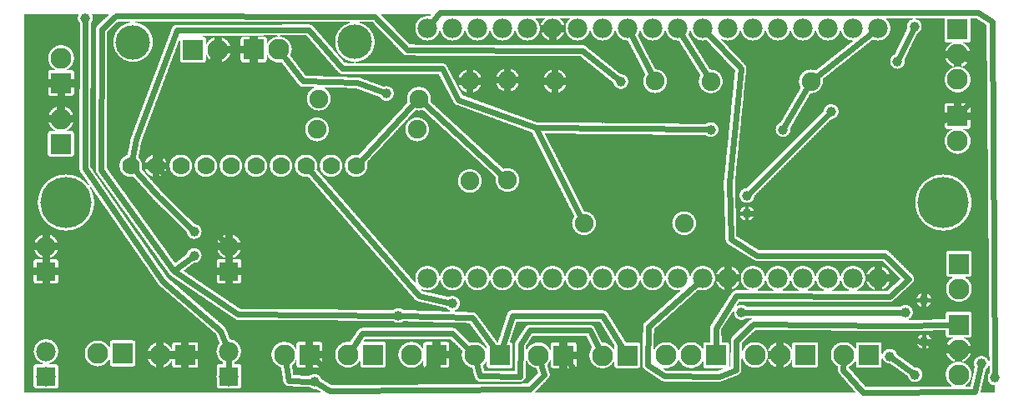
<source format=gtl>
G04 MADE WITH FRITZING*
G04 WWW.FRITZING.ORG*
G04 DOUBLE SIDED*
G04 HOLES PLATED*
G04 CONTOUR ON CENTER OF CONTOUR VECTOR*
%FSLAX26Y26*%
%MOIN*%
%ADD10C,0.075000*%
%ADD11C,0.039370*%
%ADD12C,0.078000*%
%ADD13C,0.070000*%
%ADD14C,0.204725*%
%ADD15C,0.137795*%
%ADD16C,0.083307*%
%ADD17R,0.078000X0.078000*%
%ADD18R,0.083307X0.083307*%
%ADD19C,0.024000*%
%ADD20C,0.000100*%
%ADD21R,0.001000X0.001000*%
G04 COPPER1*
%FSLAX26Y26*%
%MOIN*%
D10*
X2171430Y81330D03*
X209300Y632165D03*
X2607800Y277600D03*
X192066Y795167D03*
X3696040Y795167D03*
D11*
X273584Y1528820D03*
X3907320Y89980D03*
X3586990Y102200D03*
X3548890Y351300D03*
X2893910Y351300D03*
X3486250Y175750D03*
X1740000Y386800D03*
X2916000Y746801D03*
X707999Y674801D03*
X2772000Y1082801D03*
X3060000Y1082801D03*
X1188000Y74800D03*
X3852000Y146800D03*
X3252000Y1154801D03*
X2916000Y818801D03*
X1476000Y1226801D03*
X1524000Y338800D03*
X2412000Y1274801D03*
X707999Y578801D03*
X3584310Y1495102D03*
X3517200Y1355631D03*
X3622600Y399850D03*
X3623680Y234450D03*
D12*
X116368Y615028D03*
X116368Y195030D03*
X846938Y615028D03*
X846938Y515030D03*
X846366Y195030D03*
X116368Y515030D03*
X116368Y95030D03*
X846366Y95030D03*
X3439730Y1488010D03*
X3339720Y1488010D03*
X3239720Y1488010D03*
X3139720Y1488010D03*
X3039720Y1488010D03*
X2939720Y1488010D03*
X2839700Y1488010D03*
X2739700Y1488010D03*
X2639700Y1488010D03*
X2539690Y1488010D03*
X2439690Y1488010D03*
X2339690Y1488010D03*
X2239690Y1488010D03*
X2139690Y1488010D03*
X2039680Y1488010D03*
X1939680Y1488010D03*
X1839680Y1488010D03*
X1739680Y1488010D03*
X1639680Y1488010D03*
X1639720Y488120D03*
X1739720Y488120D03*
X1839720Y488120D03*
X1939720Y488120D03*
X2039720Y488120D03*
X2139720Y488120D03*
X2239730Y488120D03*
X2339730Y488120D03*
X2439730Y488120D03*
X2539730Y488120D03*
X2639750Y488120D03*
X2739750Y488120D03*
X2839750Y488120D03*
X2939760Y488120D03*
X3039760Y488120D03*
X3139760Y488120D03*
X3239760Y488120D03*
X3339760Y488120D03*
X3439760Y488120D03*
D13*
X1354600Y937983D03*
X1254600Y937983D03*
X1154600Y937983D03*
X1054600Y937983D03*
X954602Y937983D03*
X854602Y937983D03*
X754602Y937983D03*
X654602Y937983D03*
X554602Y937983D03*
X454602Y937983D03*
D14*
X196325Y790767D03*
D15*
X1349650Y1432853D03*
D10*
X2264940Y707974D03*
X2664940Y707974D03*
X2771290Y1275820D03*
X3171290Y1275820D03*
X1205630Y1206150D03*
X1605630Y1206150D03*
X2549120Y1276424D03*
X2149120Y1276424D03*
D16*
X2183170Y179370D03*
X2083170Y179370D03*
X2438270Y179100D03*
X2338270Y179100D03*
X2793060Y180340D03*
X2693060Y180340D03*
X2593060Y180340D03*
X3757540Y1482899D03*
X3757540Y1382899D03*
X3757540Y1282899D03*
X3762610Y545400D03*
X3762610Y445400D03*
X703351Y1402311D03*
X803351Y1402311D03*
X946029Y1403105D03*
X1046030Y1403105D03*
X176019Y1025498D03*
X176019Y1125498D03*
X176562Y1268714D03*
X176562Y1368714D03*
X1928540Y179980D03*
X1828540Y179980D03*
X1422520Y182260D03*
X1322520Y182260D03*
X3148060Y180810D03*
X3048060Y180810D03*
X2948060Y180810D03*
X3402340Y180760D03*
X3302340Y180760D03*
X3757540Y1137046D03*
X3757540Y1037046D03*
X1675660Y181330D03*
X1575660Y181330D03*
X3761030Y302430D03*
X3761030Y202430D03*
X3761030Y102430D03*
X1168470Y181800D03*
X1068470Y181800D03*
X422247Y186980D03*
X322247Y186980D03*
X671727Y180860D03*
X571727Y180860D03*
D10*
X1198720Y1083270D03*
X1598720Y1083270D03*
X1959410Y1280882D03*
X1959410Y880882D03*
X1809060Y1276842D03*
X1809060Y876842D03*
D14*
X3700250Y790767D03*
D15*
X463963Y1432837D03*
D17*
X847321Y515030D03*
X116321Y515030D03*
X116321Y95030D03*
X847321Y95030D03*
D18*
X2183174Y179366D03*
X2438274Y179096D03*
X2793064Y180336D03*
X3757544Y1482899D03*
X3762614Y545397D03*
X703351Y1402311D03*
X946029Y1403105D03*
X176019Y1025498D03*
X176562Y1268714D03*
X1928544Y179976D03*
X1422524Y182256D03*
X3148064Y180806D03*
X3402344Y180756D03*
X3757544Y1137045D03*
X1675664Y181326D03*
X3761034Y302426D03*
X1168474Y181796D03*
X422247Y186976D03*
X671727Y180856D03*
D19*
X3541010Y351300D02*
X2901790Y351300D01*
D02*
X3895270Y1512861D02*
X3907240Y97860D01*
D02*
X3838500Y1550713D02*
X3895280Y1512861D01*
D02*
X1687830Y1550713D02*
X3838490Y1550713D01*
D02*
X1651250Y1503078D02*
X1687840Y1550713D01*
D02*
X846366Y176030D02*
X846366Y114030D01*
D02*
X273553Y1520946D02*
X271284Y926475D01*
D02*
X271284Y926476D02*
X583951Y475870D01*
D02*
X583952Y475870D02*
X813854Y278150D01*
D02*
X813854Y278160D02*
X839445Y212730D01*
D02*
X3580630Y106840D02*
X3492620Y171100D01*
D02*
X1593670Y1193374D02*
X1368060Y952354D01*
D02*
X1946530Y892726D02*
X1618510Y1194305D01*
D02*
X3561320Y484840D02*
X3467190Y578579D01*
D02*
X2873400Y417230D02*
X3485880Y415770D01*
D02*
X3467190Y578579D02*
X2956540Y579181D01*
D02*
X3485880Y415770D02*
X3561320Y484840D01*
D02*
X2791440Y289420D02*
X2873400Y417230D01*
D02*
X2792740Y202000D02*
X2791440Y289430D01*
D02*
X2845560Y870166D02*
X2891280Y1327451D01*
D02*
X2852090Y643197D02*
X2845560Y870166D01*
D02*
X2762070Y1290693D02*
X2649720Y1471863D01*
D02*
X2891290Y1327450D02*
X2752750Y1474194D01*
D02*
X2956530Y579180D02*
X2852090Y643196D01*
D02*
X2943730Y304410D02*
X2873130Y239420D01*
D02*
X3491990Y297670D02*
X2943730Y304410D01*
D02*
X3739380Y302050D02*
X3491990Y297670D01*
D02*
X2585540Y96970D02*
X2520310Y140900D01*
D02*
X2804410Y95440D02*
X2585540Y96960D01*
D02*
X2871790Y120930D02*
X2804420Y95450D01*
D02*
X2873120Y239420D02*
X2871790Y120930D01*
D02*
X2522970Y294010D02*
X2725590Y475450D01*
D02*
X2520300Y140900D02*
X2522960Y294010D01*
D02*
X2448420Y1471133D02*
X2541080Y1291969D01*
D02*
X1606870Y416980D02*
X1167510Y923120D01*
D02*
X1732320Y388540D02*
X1606870Y416970D01*
D02*
X1813080Y195140D02*
X1740010Y266800D01*
D02*
X1380000Y266800D02*
X1334700Y200160D01*
D02*
X1740000Y266800D02*
X1380000Y266800D01*
D02*
X2328550Y198450D02*
X2287790Y279560D01*
D02*
X1850180Y96530D02*
X1833970Y159020D01*
D02*
X2010210Y96130D02*
X1850170Y96540D01*
D02*
X2011600Y225220D02*
X2010220Y96130D01*
D02*
X2049620Y280730D02*
X2011590Y225220D01*
D02*
X2287790Y279560D02*
X2049620Y280730D01*
D02*
X567813Y923389D02*
X834187Y629115D01*
D02*
X1260000Y98800D02*
X1184510Y167250D01*
D02*
X1620000Y98800D02*
X1260000Y98800D01*
D02*
X1663550Y163380D02*
X1619990Y98800D01*
D02*
X793126Y1383224D02*
X563898Y955335D01*
D02*
X2923870Y746832D02*
X3525950Y749279D01*
D02*
X3623180Y618397D02*
X3622620Y407720D01*
D02*
X3525960Y749279D02*
X3623180Y618396D01*
D02*
X3312590Y254440D02*
X3232240Y223240D01*
D02*
X3234590Y111790D02*
X3172410Y51950D01*
D02*
X3172400Y51960D02*
X3033960Y51960D01*
D02*
X3232240Y223240D02*
X3234590Y111790D01*
D02*
X3537630Y245990D02*
X3312590Y254440D01*
D02*
X3615870Y235490D02*
X3537640Y245990D01*
D02*
X2280760Y53120D02*
X2196410Y162230D01*
D02*
X2892000Y50800D02*
X2280750Y53130D01*
D02*
X3033970Y51960D02*
X2892000Y50800D01*
D02*
X1976910Y1280471D02*
X2131620Y1276835D01*
D02*
X3045700Y159290D02*
X3033970Y51950D01*
D02*
X3739950Y207350D02*
X3631340Y232660D01*
D02*
X3650280Y1106162D02*
X3525960Y749279D01*
D02*
X3736740Y1131055D02*
X3650270Y1106162D01*
D02*
X3827000Y1211206D02*
X3772340Y1152849D01*
D02*
X3828000Y1346800D02*
X3827000Y1211206D01*
D02*
X3776820Y1373025D02*
X3828000Y1346800D01*
D02*
X3185020Y1286672D02*
X3424830Y1476228D01*
D02*
X702398Y680333D02*
X563183Y817848D01*
D02*
X563183Y817848D02*
X455844Y937733D01*
D02*
X476754Y1043679D02*
X639761Y1480786D01*
D02*
X455844Y937733D02*
X476755Y1043679D01*
D02*
X1697780Y1326379D02*
X1764000Y1202800D01*
D02*
X1300160Y1327150D02*
X1697770Y1326378D01*
D02*
X1166620Y1481470D02*
X1300160Y1327150D01*
D02*
X639761Y1480785D02*
X1166620Y1481470D01*
D02*
X2072100Y1089626D02*
X2764130Y1082877D01*
D02*
X1764000Y1202800D02*
X2072100Y1089626D01*
D02*
X3063930Y1089621D02*
X3162550Y1260659D01*
D02*
X2257050Y723594D02*
X2072100Y1089626D01*
D02*
X1086290Y77990D02*
X1180130Y75040D01*
D02*
X2105940Y102400D02*
X2049630Y43740D01*
D02*
X1250660Y37880D02*
X1194780Y70810D01*
D02*
X2049620Y43740D02*
X1250650Y37880D01*
D02*
X2089310Y158600D02*
X2105940Y102400D01*
D02*
X1072140Y160460D02*
X1086290Y77990D01*
D02*
X455844Y937733D02*
X455844Y937733D01*
D02*
X3301470Y159120D02*
X3300000Y122800D01*
D02*
X3378820Y31770D02*
X3825660Y32870D01*
D02*
X3300000Y122800D02*
X3378820Y31770D01*
D02*
X3825670Y32870D02*
X3850230Y139130D01*
D02*
X3246430Y1149232D02*
X2921570Y824368D01*
D02*
X1359780Y1269824D02*
X1141940Y1276704D01*
D02*
X1468620Y1229534D02*
X1359780Y1269824D01*
D02*
X1141940Y1276703D02*
X1059120Y1385855D01*
D02*
X1818500Y330010D02*
X1915730Y197440D01*
D02*
X1531870Y338560D02*
X1818500Y330010D01*
D02*
X1979230Y338220D02*
X1935150Y200600D01*
D02*
X2340590Y337040D02*
X1979240Y338220D01*
D02*
X2426880Y197520D02*
X2340580Y337050D01*
D02*
X395279Y1537743D02*
X337634Y1484215D01*
D02*
X337633Y1484215D02*
X337352Y921005D01*
D02*
X1429970Y1535623D02*
X395276Y1537743D01*
D02*
X1558700Y1401301D02*
X1429970Y1535623D01*
D02*
X2258290Y1398502D02*
X1558700Y1401301D01*
D02*
X2405870Y1279737D02*
X2258290Y1398502D01*
D02*
X337352Y921006D02*
X627308Y516740D01*
D02*
X883810Y343670D02*
X1516120Y338860D01*
D02*
X627308Y516740D02*
X883810Y343670D01*
D02*
X3580900Y1488007D02*
X3520610Y1362726D01*
D02*
X701759Y574000D02*
X627309Y516740D01*
D20*
G36*
X3883270Y139230D02*
X3883970Y138830D01*
X3884500Y138200D01*
X3884800Y137470D01*
X3884870Y136930D01*
X3885070Y110070D01*
X3884800Y109300D01*
X3884570Y108900D01*
X3882700Y106500D01*
X3880000Y101370D01*
X3878300Y96100D01*
X3878100Y94970D01*
X3877600Y90300D01*
X3878240Y84200D01*
X3878540Y83030D01*
X3880040Y78500D01*
X3882270Y74230D01*
X3886270Y69030D01*
X3886640Y68670D01*
X3890600Y65500D01*
X3895740Y62770D01*
X3901200Y61030D01*
X3902240Y60830D01*
X3905200Y60470D01*
X3905940Y60130D01*
X3906500Y59570D01*
X3906870Y58830D01*
X3907000Y58070D01*
X3906970Y32100D01*
X3906500Y30970D01*
X3905900Y30430D01*
X3905170Y30100D01*
X3904770Y30000D01*
X3850270Y30030D01*
X3849140Y30500D01*
X3848600Y31100D01*
X3848270Y31830D01*
X3848170Y32230D01*
X3848240Y33070D01*
X3868870Y122070D01*
X3869270Y122730D01*
X3873400Y126300D01*
X3876570Y130300D01*
X3879200Y135270D01*
X3880140Y138030D01*
X3880600Y138670D01*
X3881270Y139130D01*
X3881670Y139300D01*
X3882470Y139400D01*
X3883270Y139230D01*
D02*
G37*
D02*
G36*
X3883270Y139230D02*
X3883970Y138830D01*
X3884500Y138200D01*
X3884800Y137470D01*
X3884870Y136930D01*
X3885070Y110070D01*
X3884800Y109300D01*
X3884570Y108900D01*
X3882700Y106500D01*
X3880000Y101370D01*
X3878300Y96100D01*
X3878100Y94970D01*
X3877600Y90300D01*
X3878240Y84200D01*
X3878540Y83030D01*
X3880040Y78500D01*
X3882270Y74230D01*
X3886270Y69030D01*
X3886640Y68670D01*
X3890600Y65500D01*
X3895740Y62770D01*
X3901200Y61030D01*
X3902240Y60830D01*
X3905200Y60470D01*
X3905940Y60130D01*
X3906500Y59570D01*
X3906870Y58830D01*
X3907000Y58070D01*
X3906970Y32100D01*
X3906500Y30970D01*
X3905900Y30430D01*
X3905170Y30100D01*
X3904770Y30000D01*
X3850270Y30030D01*
X3849140Y30500D01*
X3848600Y31100D01*
X3848270Y31830D01*
X3848170Y32230D01*
X3848240Y33070D01*
X3868870Y122070D01*
X3869270Y122730D01*
X3873400Y126300D01*
X3876570Y130300D01*
X3879200Y135270D01*
X3880140Y138030D01*
X3880600Y138670D01*
X3881270Y139130D01*
X3881670Y139300D01*
X3882470Y139400D01*
X3883270Y139230D01*
D02*
G37*
D02*
G36*
X2643730Y162470D02*
X2644130Y162340D01*
X2644800Y161840D01*
X2645270Y161200D01*
X2646000Y159500D01*
X2649870Y152240D01*
X2650900Y150670D01*
X2656230Y144100D01*
X2657300Y143100D01*
X2664030Y137740D01*
X2672900Y133000D01*
X2673830Y132640D01*
X2681800Y130100D01*
X2683270Y129740D01*
X2688630Y128940D01*
X2692470Y128700D01*
X2693600Y128700D01*
X2697700Y128940D01*
X2703830Y129970D01*
X2713000Y132900D01*
X2721870Y137640D01*
X2722730Y138240D01*
X2729400Y143670D01*
X2730300Y144640D01*
X2735800Y151570D01*
X2736870Y153470D01*
X2737470Y154040D01*
X2738200Y154370D01*
X2738600Y154470D01*
X2739800Y154300D01*
X2740500Y153870D01*
X2741000Y153270D01*
X2741200Y152900D01*
X2741370Y151970D01*
X2741400Y137900D01*
X2741670Y136270D01*
X2742200Y134740D01*
X2742530Y134000D01*
X2743430Y132640D01*
X2744930Y131040D01*
X2746500Y129970D01*
X2747970Y129300D01*
X2749670Y128870D01*
X2751370Y128700D01*
X2816800Y128670D01*
X2817930Y128200D01*
X2818470Y127600D01*
X2818800Y126870D01*
X2818900Y126470D01*
X2818830Y125640D01*
X2818530Y124900D01*
X2818000Y124270D01*
X2817300Y123870D01*
X2800430Y117500D01*
X2592700Y118940D01*
X2591730Y119340D01*
X2583200Y125100D01*
X2582900Y125400D01*
X2582530Y126140D01*
X2582400Y126940D01*
X2582530Y127740D01*
X2582900Y128470D01*
X2583500Y129000D01*
X2584230Y129340D01*
X2584670Y129440D01*
X2585330Y129400D01*
X2588630Y128940D01*
X2592470Y128700D01*
X2593600Y128700D01*
X2597700Y128940D01*
X2603830Y129970D01*
X2613000Y132900D01*
X2621870Y137640D01*
X2622730Y138240D01*
X2629400Y143670D01*
X2630300Y144640D01*
X2635800Y151570D01*
X2640900Y161370D01*
X2641430Y162000D01*
X2642130Y162400D01*
X2642930Y162570D01*
X2643730Y162470D01*
D02*
G37*
D02*
G36*
X2643730Y162470D02*
X2644130Y162340D01*
X2644800Y161840D01*
X2645270Y161200D01*
X2646000Y159500D01*
X2649870Y152240D01*
X2650900Y150670D01*
X2656230Y144100D01*
X2657300Y143100D01*
X2664030Y137740D01*
X2672900Y133000D01*
X2673830Y132640D01*
X2681800Y130100D01*
X2683270Y129740D01*
X2688630Y128940D01*
X2692470Y128700D01*
X2693600Y128700D01*
X2697700Y128940D01*
X2703830Y129970D01*
X2713000Y132900D01*
X2721870Y137640D01*
X2722730Y138240D01*
X2729400Y143670D01*
X2730300Y144640D01*
X2735800Y151570D01*
X2736870Y153470D01*
X2737470Y154040D01*
X2738200Y154370D01*
X2738600Y154470D01*
X2739800Y154300D01*
X2740500Y153870D01*
X2741000Y153270D01*
X2741200Y152900D01*
X2741370Y151970D01*
X2741400Y137900D01*
X2741670Y136270D01*
X2742200Y134740D01*
X2742530Y134000D01*
X2743430Y132640D01*
X2744930Y131040D01*
X2746500Y129970D01*
X2747970Y129300D01*
X2749670Y128870D01*
X2751370Y128700D01*
X2816800Y128670D01*
X2817930Y128200D01*
X2818470Y127600D01*
X2818800Y126870D01*
X2818900Y126470D01*
X2818830Y125640D01*
X2818530Y124900D01*
X2818000Y124270D01*
X2817300Y123870D01*
X2800430Y117500D01*
X2592700Y118940D01*
X2591730Y119340D01*
X2583200Y125100D01*
X2582900Y125400D01*
X2582530Y126140D01*
X2582400Y126940D01*
X2582530Y127740D01*
X2582900Y128470D01*
X2583500Y129000D01*
X2584230Y129340D01*
X2584670Y129440D01*
X2585330Y129400D01*
X2588630Y128940D01*
X2592470Y128700D01*
X2593600Y128700D01*
X2597700Y128940D01*
X2603830Y129970D01*
X2613000Y132900D01*
X2621870Y137640D01*
X2622730Y138240D01*
X2629400Y143670D01*
X2630300Y144640D01*
X2635800Y151570D01*
X2640900Y161370D01*
X2641430Y162000D01*
X2642130Y162400D01*
X2642930Y162570D01*
X2643730Y162470D01*
D02*
G37*
D02*
G36*
X2327300Y315100D02*
X2328100Y314840D01*
X2328730Y314340D01*
X2386400Y221100D01*
X2386530Y220700D01*
X2386600Y220140D01*
X2386570Y207070D01*
X2386100Y205940D01*
X2385500Y205400D01*
X2384770Y205070D01*
X2384370Y204970D01*
X2383530Y205040D01*
X2382800Y205340D01*
X2382170Y205870D01*
X2380970Y207970D01*
X2380370Y208800D01*
X2374930Y215470D01*
X2373970Y216370D01*
X2367030Y221870D01*
X2358370Y226470D01*
X2357470Y226840D01*
X2348700Y229600D01*
X2342800Y230540D01*
X2338100Y230800D01*
X2336970Y231270D01*
X2336270Y232140D01*
X2306470Y291170D01*
X2304700Y293600D01*
X2301730Y296570D01*
X2298870Y298570D01*
X2295930Y300000D01*
X2292700Y301040D01*
X2290000Y301470D01*
X2288770Y301540D01*
X2047870Y302670D01*
X2044570Y302170D01*
X2040100Y300600D01*
X2037730Y299270D01*
X2035100Y297270D01*
X2033970Y296200D01*
X2032270Y294300D01*
X1992430Y236070D01*
X1991270Y233700D01*
X1990400Y231300D01*
X1989900Y229070D01*
X1989600Y226370D01*
X1988430Y120300D01*
X1987970Y119170D01*
X1987370Y118640D01*
X1986630Y118300D01*
X1985970Y118200D01*
X1868730Y118540D01*
X1867970Y118800D01*
X1867300Y119300D01*
X1866870Y119970D01*
X1866700Y120370D01*
X1861800Y139370D01*
X1861870Y140200D01*
X1862200Y140940D01*
X1862730Y141570D01*
X1864870Y143300D01*
X1865770Y144270D01*
X1871270Y151200D01*
X1872370Y153170D01*
X1872930Y153740D01*
X1874100Y154170D01*
X1875300Y154000D01*
X1876000Y153570D01*
X1876500Y152970D01*
X1876700Y152600D01*
X1876870Y151670D01*
X1876900Y137540D01*
X1877170Y135900D01*
X1877700Y134370D01*
X1878030Y133640D01*
X1878930Y132270D01*
X1880430Y130670D01*
X1882000Y129600D01*
X1883470Y128940D01*
X1885170Y128500D01*
X1886870Y128340D01*
X1970970Y128370D01*
X1972600Y128640D01*
X1974130Y129170D01*
X1975570Y129940D01*
X1977000Y131040D01*
X1978000Y132140D01*
X1979000Y133640D01*
X1979570Y134940D01*
X1979830Y135770D01*
X1980170Y138340D01*
X1980130Y222470D01*
X1979830Y224240D01*
X1979330Y225640D01*
X1978570Y227070D01*
X1977470Y228500D01*
X1976370Y229500D01*
X1975030Y230400D01*
X1973370Y231140D01*
X1970800Y231670D01*
X1970100Y232040D01*
X1969770Y232300D01*
X1969300Y232970D01*
X1969070Y234170D01*
X1969200Y234840D01*
X1994830Y314800D01*
X1995330Y315470D01*
X1996000Y315940D01*
X1997070Y316170D01*
X2327300Y315100D01*
D02*
G37*
D02*
G36*
X2327300Y315100D02*
X2328100Y314840D01*
X2328730Y314340D01*
X2386400Y221100D01*
X2386530Y220700D01*
X2386600Y220140D01*
X2386570Y207070D01*
X2386100Y205940D01*
X2385500Y205400D01*
X2384770Y205070D01*
X2384370Y204970D01*
X2383530Y205040D01*
X2382800Y205340D01*
X2382170Y205870D01*
X2380970Y207970D01*
X2380370Y208800D01*
X2374930Y215470D01*
X2373970Y216370D01*
X2367030Y221870D01*
X2358370Y226470D01*
X2357470Y226840D01*
X2348700Y229600D01*
X2342800Y230540D01*
X2338100Y230800D01*
X2336970Y231270D01*
X2336270Y232140D01*
X2306470Y291170D01*
X2304700Y293600D01*
X2301730Y296570D01*
X2298870Y298570D01*
X2295930Y300000D01*
X2292700Y301040D01*
X2290000Y301470D01*
X2288770Y301540D01*
X2047870Y302670D01*
X2044570Y302170D01*
X2040100Y300600D01*
X2037730Y299270D01*
X2035100Y297270D01*
X2033970Y296200D01*
X2032270Y294300D01*
X1992430Y236070D01*
X1991270Y233700D01*
X1990400Y231300D01*
X1989900Y229070D01*
X1989600Y226370D01*
X1988430Y120300D01*
X1987970Y119170D01*
X1987370Y118640D01*
X1986630Y118300D01*
X1985970Y118200D01*
X1868730Y118540D01*
X1867970Y118800D01*
X1867300Y119300D01*
X1866870Y119970D01*
X1866700Y120370D01*
X1861800Y139370D01*
X1861870Y140200D01*
X1862200Y140940D01*
X1862730Y141570D01*
X1864870Y143300D01*
X1865770Y144270D01*
X1871270Y151200D01*
X1872370Y153170D01*
X1872930Y153740D01*
X1874100Y154170D01*
X1875300Y154000D01*
X1876000Y153570D01*
X1876500Y152970D01*
X1876700Y152600D01*
X1876870Y151670D01*
X1876900Y137540D01*
X1877170Y135900D01*
X1877700Y134370D01*
X1878030Y133640D01*
X1878930Y132270D01*
X1880430Y130670D01*
X1882000Y129600D01*
X1883470Y128940D01*
X1885170Y128500D01*
X1886870Y128340D01*
X1970970Y128370D01*
X1972600Y128640D01*
X1974130Y129170D01*
X1975570Y129940D01*
X1977000Y131040D01*
X1978000Y132140D01*
X1979000Y133640D01*
X1979570Y134940D01*
X1979830Y135770D01*
X1980170Y138340D01*
X1980130Y222470D01*
X1979830Y224240D01*
X1979330Y225640D01*
X1978570Y227070D01*
X1977470Y228500D01*
X1976370Y229500D01*
X1975030Y230400D01*
X1973370Y231140D01*
X1970800Y231670D01*
X1970100Y232040D01*
X1969770Y232300D01*
X1969300Y232970D01*
X1969070Y234170D01*
X1969200Y234840D01*
X1994830Y314800D01*
X1995330Y315470D01*
X1996000Y315940D01*
X1997070Y316170D01*
X2327300Y315100D01*
D02*
G37*
D02*
G36*
X2862700Y356470D02*
X2863730Y355800D01*
X2864200Y355140D01*
X2864430Y353970D01*
X2864200Y351640D01*
X2864260Y350240D01*
X2864830Y345540D01*
X2865130Y344370D01*
X2866630Y339800D01*
X2868860Y335540D01*
X2869900Y334000D01*
X2873130Y330100D01*
X2877200Y326840D01*
X2882260Y324140D01*
X2887830Y322300D01*
X2889060Y322100D01*
X2893560Y321640D01*
X2894960Y321700D01*
X2899660Y322270D01*
X2900830Y322570D01*
X2905460Y324100D01*
X2910460Y326800D01*
X2913330Y328970D01*
X2914100Y329270D01*
X2934130Y329270D01*
X2935260Y328800D01*
X2935800Y328200D01*
X2936130Y327470D01*
X2936230Y327070D01*
X2936160Y326240D01*
X2935860Y325500D01*
X2935330Y324870D01*
X2932100Y323100D01*
X2928800Y320640D01*
X2856860Y254300D01*
X2854900Y251840D01*
X2853060Y248500D01*
X2852130Y246100D01*
X2851200Y241640D01*
X2851130Y240570D01*
X2849930Y137570D01*
X2849460Y136440D01*
X2848860Y135900D01*
X2847960Y135500D01*
X2847160Y135370D01*
X2846360Y135500D01*
X2845630Y135900D01*
X2845100Y136500D01*
X2844760Y137240D01*
X2844660Y137640D01*
X2844660Y222800D01*
X2844360Y224570D01*
X2843860Y225970D01*
X2843100Y227400D01*
X2842000Y228840D01*
X2840900Y229840D01*
X2839560Y230740D01*
X2837900Y231470D01*
X2836400Y231840D01*
X2834700Y232000D01*
X2816330Y232040D01*
X2815200Y232500D01*
X2814660Y233100D01*
X2814330Y233840D01*
X2814230Y234470D01*
X2813530Y282770D01*
X2813760Y283540D01*
X2860060Y355740D01*
X2860360Y356040D01*
X2861060Y356440D01*
X2861860Y356570D01*
X2862700Y356470D01*
D02*
G37*
D02*
G36*
X2862700Y356470D02*
X2863730Y355800D01*
X2864200Y355140D01*
X2864430Y353970D01*
X2864200Y351640D01*
X2864260Y350240D01*
X2864830Y345540D01*
X2865130Y344370D01*
X2866630Y339800D01*
X2868860Y335540D01*
X2869900Y334000D01*
X2873130Y330100D01*
X2877200Y326840D01*
X2882260Y324140D01*
X2887830Y322300D01*
X2889060Y322100D01*
X2893560Y321640D01*
X2894960Y321700D01*
X2899660Y322270D01*
X2900830Y322570D01*
X2905460Y324100D01*
X2910460Y326800D01*
X2913330Y328970D01*
X2914100Y329270D01*
X2934130Y329270D01*
X2935260Y328800D01*
X2935800Y328200D01*
X2936130Y327470D01*
X2936230Y327070D01*
X2936160Y326240D01*
X2935860Y325500D01*
X2935330Y324870D01*
X2932100Y323100D01*
X2928800Y320640D01*
X2856860Y254300D01*
X2854900Y251840D01*
X2853060Y248500D01*
X2852130Y246100D01*
X2851200Y241640D01*
X2851130Y240570D01*
X2849930Y137570D01*
X2849460Y136440D01*
X2848860Y135900D01*
X2847960Y135500D01*
X2847160Y135370D01*
X2846360Y135500D01*
X2845630Y135900D01*
X2845100Y136500D01*
X2844760Y137240D01*
X2844660Y137640D01*
X2844660Y222800D01*
X2844360Y224570D01*
X2843860Y225970D01*
X2843100Y227400D01*
X2842000Y228840D01*
X2840900Y229840D01*
X2839560Y230740D01*
X2837900Y231470D01*
X2836400Y231840D01*
X2834700Y232000D01*
X2816330Y232040D01*
X2815200Y232500D01*
X2814660Y233100D01*
X2814330Y233840D01*
X2814230Y234470D01*
X2813530Y282770D01*
X2813760Y283540D01*
X2860060Y355740D01*
X2860360Y356040D01*
X2861060Y356440D01*
X2861860Y356570D01*
X2862700Y356470D01*
D02*
G37*
D02*
G36*
X3290630Y478900D02*
X3291630Y478200D01*
X3291860Y477870D01*
X3292100Y477340D01*
X3294460Y469940D01*
X3295160Y468340D01*
X3299160Y460800D01*
X3304930Y453670D01*
X3305860Y452800D01*
X3312160Y447740D01*
X3321530Y442840D01*
X3322160Y442340D01*
X3322430Y442000D01*
X3322730Y441240D01*
X3322800Y440440D01*
X3322730Y440040D01*
X3322400Y439300D01*
X3321830Y438700D01*
X3321100Y438300D01*
X3320300Y438170D01*
X3259130Y438340D01*
X3258360Y438600D01*
X3257700Y439100D01*
X3257260Y439770D01*
X3257030Y440570D01*
X3257100Y441370D01*
X3257400Y442140D01*
X3257930Y442740D01*
X3267200Y447670D01*
X3274260Y453400D01*
X3275060Y454270D01*
X3280260Y460770D01*
X3284700Y469170D01*
X3287500Y477700D01*
X3288000Y478370D01*
X3288660Y478840D01*
X3289830Y479070D01*
X3290630Y478900D01*
D02*
G37*
D02*
G36*
X3290630Y478900D02*
X3291630Y478200D01*
X3291860Y477870D01*
X3292100Y477340D01*
X3294460Y469940D01*
X3295160Y468340D01*
X3299160Y460800D01*
X3304930Y453670D01*
X3305860Y452800D01*
X3312160Y447740D01*
X3321530Y442840D01*
X3322160Y442340D01*
X3322430Y442000D01*
X3322730Y441240D01*
X3322800Y440440D01*
X3322730Y440040D01*
X3322400Y439300D01*
X3321830Y438700D01*
X3321100Y438300D01*
X3320300Y438170D01*
X3259130Y438340D01*
X3258360Y438600D01*
X3257700Y439100D01*
X3257260Y439770D01*
X3257030Y440570D01*
X3257100Y441370D01*
X3257400Y442140D01*
X3257930Y442740D01*
X3267200Y447670D01*
X3274260Y453400D01*
X3275060Y454270D01*
X3280260Y460770D01*
X3284700Y469170D01*
X3287500Y477700D01*
X3288000Y478370D01*
X3288660Y478840D01*
X3289830Y479070D01*
X3290630Y478900D01*
D02*
G37*
D02*
G36*
X3190630Y478900D02*
X3191630Y478200D01*
X3191860Y477870D01*
X3192100Y477340D01*
X3194460Y469940D01*
X3195160Y468340D01*
X3199160Y460800D01*
X3204930Y453670D01*
X3205860Y452800D01*
X3212160Y447740D01*
X3221000Y443040D01*
X3221600Y442500D01*
X3222030Y441800D01*
X3222200Y441040D01*
X3222100Y440200D01*
X3221760Y439470D01*
X3221200Y438900D01*
X3220460Y438540D01*
X3219700Y438400D01*
X3159630Y438570D01*
X3158860Y438840D01*
X3158200Y439340D01*
X3157760Y440000D01*
X3157530Y440800D01*
X3157600Y441600D01*
X3157900Y442370D01*
X3158430Y442970D01*
X3167200Y447670D01*
X3174260Y453400D01*
X3175060Y454270D01*
X3180260Y460770D01*
X3184700Y469170D01*
X3187500Y477700D01*
X3188000Y478370D01*
X3188660Y478840D01*
X3189830Y479070D01*
X3190630Y478900D01*
D02*
G37*
D02*
G36*
X3190630Y478900D02*
X3191630Y478200D01*
X3191860Y477870D01*
X3192100Y477340D01*
X3194460Y469940D01*
X3195160Y468340D01*
X3199160Y460800D01*
X3204930Y453670D01*
X3205860Y452800D01*
X3212160Y447740D01*
X3221000Y443040D01*
X3221600Y442500D01*
X3222030Y441800D01*
X3222200Y441040D01*
X3222100Y440200D01*
X3221760Y439470D01*
X3221200Y438900D01*
X3220460Y438540D01*
X3219700Y438400D01*
X3159630Y438570D01*
X3158860Y438840D01*
X3158200Y439340D01*
X3157760Y440000D01*
X3157530Y440800D01*
X3157600Y441600D01*
X3157900Y442370D01*
X3158430Y442970D01*
X3167200Y447670D01*
X3174260Y453400D01*
X3175060Y454270D01*
X3180260Y460770D01*
X3184700Y469170D01*
X3187500Y477700D01*
X3188000Y478370D01*
X3188660Y478840D01*
X3189830Y479070D01*
X3190630Y478900D01*
D02*
G37*
D02*
G36*
X3090630Y478900D02*
X3091630Y478200D01*
X3091860Y477870D01*
X3092100Y477340D01*
X3094460Y469940D01*
X3095160Y468340D01*
X3099160Y460800D01*
X3104930Y453670D01*
X3105860Y452800D01*
X3112160Y447740D01*
X3120660Y443170D01*
X3121230Y442570D01*
X3121600Y441840D01*
X3121700Y441040D01*
X3121660Y440640D01*
X3121360Y439870D01*
X3120500Y439000D01*
X3119760Y438700D01*
X3119200Y438640D01*
X3060130Y438800D01*
X3059360Y439070D01*
X3058700Y439570D01*
X3058260Y440240D01*
X3058030Y441040D01*
X3058100Y441840D01*
X3058400Y442600D01*
X3058930Y443200D01*
X3067200Y447670D01*
X3074260Y453400D01*
X3075060Y454270D01*
X3080260Y460770D01*
X3084700Y469170D01*
X3087500Y477700D01*
X3088000Y478370D01*
X3088660Y478840D01*
X3089830Y479070D01*
X3090630Y478900D01*
D02*
G37*
D02*
G36*
X3090630Y478900D02*
X3091630Y478200D01*
X3091860Y477870D01*
X3092100Y477340D01*
X3094460Y469940D01*
X3095160Y468340D01*
X3099160Y460800D01*
X3104930Y453670D01*
X3105860Y452800D01*
X3112160Y447740D01*
X3120660Y443170D01*
X3121230Y442570D01*
X3121600Y441840D01*
X3121700Y441040D01*
X3121660Y440640D01*
X3121360Y439870D01*
X3120500Y439000D01*
X3119760Y438700D01*
X3119200Y438640D01*
X3060130Y438800D01*
X3059360Y439070D01*
X3058700Y439570D01*
X3058260Y440240D01*
X3058030Y441040D01*
X3058100Y441840D01*
X3058400Y442600D01*
X3058930Y443200D01*
X3067200Y447670D01*
X3074260Y453400D01*
X3075060Y454270D01*
X3080260Y460770D01*
X3084700Y469170D01*
X3087500Y477700D01*
X3088000Y478370D01*
X3088660Y478840D01*
X3089830Y479070D01*
X3090630Y478900D01*
D02*
G37*
D02*
G36*
X2990630Y478900D02*
X2991630Y478200D01*
X2991860Y477870D01*
X2992100Y477340D01*
X2994460Y469940D01*
X2995160Y468340D01*
X2999160Y460800D01*
X3004930Y453670D01*
X3005860Y452800D01*
X3012160Y447740D01*
X3020260Y443370D01*
X3020600Y443100D01*
X3021030Y442400D01*
X3021260Y441640D01*
X3021200Y440800D01*
X3020900Y440070D01*
X3020360Y439440D01*
X3019660Y439040D01*
X3018760Y438870D01*
X2960530Y439040D01*
X2959760Y439300D01*
X2959100Y439800D01*
X2958660Y440470D01*
X2958430Y441270D01*
X2958500Y442070D01*
X2958800Y442840D01*
X2959330Y443440D01*
X2967200Y447670D01*
X2974260Y453400D01*
X2975060Y454270D01*
X2980260Y460770D01*
X2984700Y469170D01*
X2987500Y477700D01*
X2988000Y478370D01*
X2988660Y478840D01*
X2989830Y479070D01*
X2990630Y478900D01*
D02*
G37*
D02*
G36*
X2990630Y478900D02*
X2991630Y478200D01*
X2991860Y477870D01*
X2992100Y477340D01*
X2994460Y469940D01*
X2995160Y468340D01*
X2999160Y460800D01*
X3004930Y453670D01*
X3005860Y452800D01*
X3012160Y447740D01*
X3020260Y443370D01*
X3020600Y443100D01*
X3021030Y442400D01*
X3021260Y441640D01*
X3021200Y440800D01*
X3020900Y440070D01*
X3020360Y439440D01*
X3019660Y439040D01*
X3018760Y438870D01*
X2960530Y439040D01*
X2959760Y439300D01*
X2959100Y439800D01*
X2958660Y440470D01*
X2958430Y441270D01*
X2958500Y442070D01*
X2958800Y442840D01*
X2959330Y443440D01*
X2967200Y447670D01*
X2974260Y453400D01*
X2975060Y454270D01*
X2980260Y460770D01*
X2984700Y469170D01*
X2987500Y477700D01*
X2988000Y478370D01*
X2988660Y478840D01*
X2989830Y479070D01*
X2990630Y478900D01*
D02*
G37*
D02*
G36*
X202200Y843500D02*
X207133Y842767D01*
X212033Y841434D01*
X216866Y839634D01*
X222166Y837100D01*
X225966Y834800D01*
X229933Y831800D01*
X233733Y828300D01*
X237633Y824034D01*
X240466Y820234D01*
X242766Y816400D01*
X245233Y811134D01*
X247133Y806033D01*
X248299Y801633D01*
X248999Y796633D01*
X249266Y790800D01*
X248966Y784733D01*
X248299Y780000D01*
X246966Y775100D01*
X245166Y770233D01*
X242666Y765000D01*
X240366Y761200D01*
X237466Y757333D01*
X233733Y753267D01*
X229733Y749600D01*
X225799Y746667D01*
X221933Y744333D01*
X216666Y741867D01*
X211799Y740033D01*
X206866Y738767D01*
X201933Y738033D01*
X196200Y737800D01*
X190399Y738067D01*
X185233Y738833D01*
X180833Y740033D01*
X175600Y742000D01*
X170733Y744333D01*
X166533Y746867D01*
X162700Y749767D01*
X158700Y753467D01*
X155133Y757367D01*
X152200Y761300D01*
X149666Y765500D01*
X147466Y770267D01*
X145466Y775567D01*
X144300Y780133D01*
X143566Y785200D01*
X143333Y790800D01*
X143600Y796733D01*
X144400Y801900D01*
X145566Y806233D01*
X147533Y811500D01*
X149900Y816500D01*
X152366Y820534D01*
X155200Y824300D01*
X158833Y828267D01*
X162900Y831967D01*
X166800Y834867D01*
X170966Y837367D01*
X175800Y839634D01*
X181100Y841600D01*
X185500Y842767D01*
X190666Y843534D01*
X196200Y843767D01*
X202200Y843500D01*
D02*
G37*
D02*
G36*
X468534Y1471833D02*
X472000Y1471333D01*
X475967Y1470333D01*
X479134Y1469166D01*
X485834Y1465433D01*
X491867Y1460333D01*
X496467Y1454833D01*
X500367Y1447766D01*
X501467Y1444766D01*
X502434Y1440800D01*
X502934Y1437333D01*
X503134Y1432866D01*
X502934Y1428300D01*
X502434Y1424766D01*
X501500Y1421066D01*
X500234Y1417633D01*
X496800Y1411333D01*
X491467Y1405033D01*
X485467Y1400000D01*
X478900Y1396433D01*
X475567Y1395266D01*
X471900Y1394366D01*
X468267Y1393833D01*
X463867Y1393666D01*
X459300Y1393900D01*
X455767Y1394400D01*
X451967Y1395366D01*
X448767Y1396533D01*
X442300Y1400100D01*
X436067Y1405333D01*
X431434Y1410866D01*
X427400Y1418166D01*
X426367Y1421133D01*
X425467Y1424800D01*
X424934Y1428566D01*
X424767Y1432866D01*
X425000Y1437533D01*
X425467Y1440900D01*
X426500Y1445066D01*
X427700Y1448233D01*
X431434Y1454866D01*
X436400Y1460733D01*
X441934Y1465366D01*
X449100Y1469333D01*
X452034Y1470366D01*
X456167Y1471366D01*
X459567Y1471833D01*
X463867Y1472033D01*
X468534Y1471833D01*
D02*
G37*
D02*
G36*
X468534Y1471833D02*
X472000Y1471333D01*
X475967Y1470333D01*
X479134Y1469166D01*
X485834Y1465433D01*
X491867Y1460333D01*
X496467Y1454833D01*
X500367Y1447766D01*
X501467Y1444766D01*
X502434Y1440800D01*
X502934Y1437333D01*
X503134Y1432866D01*
X502934Y1428300D01*
X502434Y1424766D01*
X501500Y1421066D01*
X500234Y1417633D01*
X496800Y1411333D01*
X491467Y1405033D01*
X485467Y1400000D01*
X478900Y1396433D01*
X475567Y1395266D01*
X471900Y1394366D01*
X468267Y1393833D01*
X463867Y1393666D01*
X459300Y1393900D01*
X455767Y1394400D01*
X451967Y1395366D01*
X448767Y1396533D01*
X442300Y1400100D01*
X436067Y1405333D01*
X431434Y1410866D01*
X427400Y1418166D01*
X426367Y1421133D01*
X425467Y1424800D01*
X424934Y1428566D01*
X424767Y1432866D01*
X425000Y1437533D01*
X425467Y1440900D01*
X426500Y1445066D01*
X427700Y1448233D01*
X431434Y1454866D01*
X436400Y1460733D01*
X441934Y1465366D01*
X449100Y1469333D01*
X452034Y1470366D01*
X456167Y1471366D01*
X459567Y1471833D01*
X463867Y1472033D01*
X468534Y1471833D01*
D02*
G37*
D02*
G36*
X1354400Y1471800D02*
X1357770Y1471366D01*
X1361600Y1470366D01*
X1364900Y1469166D01*
X1371670Y1465400D01*
X1377300Y1460633D01*
X1382170Y1454800D01*
X1386100Y1447766D01*
X1387140Y1444833D01*
X1388140Y1440633D01*
X1388600Y1437333D01*
X1388800Y1432866D01*
X1388600Y1428300D01*
X1388100Y1424833D01*
X1387070Y1420733D01*
X1386000Y1417800D01*
X1382140Y1410866D01*
X1377500Y1405333D01*
X1371300Y1400133D01*
X1364440Y1396366D01*
X1361540Y1395366D01*
X1357440Y1394366D01*
X1353940Y1393866D01*
X1349540Y1393700D01*
X1345070Y1393900D01*
X1341600Y1394400D01*
X1337500Y1395433D01*
X1334470Y1396533D01*
X1327740Y1400300D01*
X1321540Y1405533D01*
X1317100Y1410833D01*
X1313140Y1418033D01*
X1312040Y1421200D01*
X1311100Y1425066D01*
X1310670Y1428366D01*
X1310470Y1432866D01*
X1310700Y1437800D01*
X1311140Y1440966D01*
X1312100Y1444766D01*
X1313370Y1448200D01*
X1316870Y1454566D01*
X1322100Y1460733D01*
X1328000Y1465666D01*
X1334740Y1469333D01*
X1337870Y1470433D01*
X1341800Y1471400D01*
X1345100Y1471833D01*
X1349540Y1472033D01*
X1354400Y1471800D01*
D02*
G37*
D02*
G36*
X1354400Y1471800D02*
X1357770Y1471366D01*
X1361600Y1470366D01*
X1364900Y1469166D01*
X1371670Y1465400D01*
X1377300Y1460633D01*
X1382170Y1454800D01*
X1386100Y1447766D01*
X1387140Y1444833D01*
X1388140Y1440633D01*
X1388600Y1437333D01*
X1388800Y1432866D01*
X1388600Y1428300D01*
X1388100Y1424833D01*
X1387070Y1420733D01*
X1386000Y1417800D01*
X1382140Y1410866D01*
X1377500Y1405333D01*
X1371300Y1400133D01*
X1364440Y1396366D01*
X1361540Y1395366D01*
X1357440Y1394366D01*
X1353940Y1393866D01*
X1349540Y1393700D01*
X1345070Y1393900D01*
X1341600Y1394400D01*
X1337500Y1395433D01*
X1334470Y1396533D01*
X1327740Y1400300D01*
X1321540Y1405533D01*
X1317100Y1410833D01*
X1313140Y1418033D01*
X1312040Y1421200D01*
X1311100Y1425066D01*
X1310670Y1428366D01*
X1310470Y1432866D01*
X1310700Y1437800D01*
X1311140Y1440966D01*
X1312100Y1444766D01*
X1313370Y1448200D01*
X1316870Y1454566D01*
X1322100Y1460733D01*
X1328000Y1465666D01*
X1334740Y1469333D01*
X1337870Y1470433D01*
X1341800Y1471400D01*
X1345100Y1471833D01*
X1349540Y1472033D01*
X1354400Y1471800D01*
D02*
G37*
D02*
G36*
X3706140Y843500D02*
X3711300Y842700D01*
X3715670Y841534D01*
X3720940Y839567D01*
X3725800Y837234D01*
X3729940Y834734D01*
X3733800Y831800D01*
X3737700Y828267D01*
X3741570Y824034D01*
X3744400Y820234D01*
X3746770Y816300D01*
X3749070Y811300D01*
X3751040Y806000D01*
X3752200Y801633D01*
X3752970Y796467D01*
X3753200Y790800D01*
X3752940Y784934D01*
X3752200Y779867D01*
X3750970Y775334D01*
X3749000Y770067D01*
X3746700Y765167D01*
X3744300Y761200D01*
X3741400Y757333D01*
X3737700Y753300D01*
X3733640Y749600D01*
X3729800Y746733D01*
X3725570Y744200D01*
X3720740Y741933D01*
X3715470Y739933D01*
X3711040Y738800D01*
X3705870Y738033D01*
X3700140Y737800D01*
X3694340Y738067D01*
X3689400Y738800D01*
X3684500Y740133D01*
X3679670Y741933D01*
X3674370Y744467D01*
X3670540Y746800D01*
X3666600Y749767D01*
X3662670Y753400D01*
X3658900Y757533D01*
X3656040Y761400D01*
X3653740Y765233D01*
X3651240Y770533D01*
X3649500Y775267D01*
X3648170Y780300D01*
X3647540Y784967D01*
X3647270Y790800D01*
X3647570Y796834D01*
X3648270Y801767D01*
X3649570Y806533D01*
X3651300Y811234D01*
X3653900Y816634D01*
X3656200Y820434D01*
X3659070Y824234D01*
X3662800Y828300D01*
X3666800Y831967D01*
X3670770Y834934D01*
X3674600Y837234D01*
X3679870Y839700D01*
X3684740Y841534D01*
X3689670Y842800D01*
X3694600Y843534D01*
X3700140Y843767D01*
X3706140Y843500D01*
D02*
G37*
D02*
G36*
X648100Y165130D02*
X595300Y165130D01*
X595300Y196600D01*
X648100Y196600D01*
X648100Y165130D01*
D02*
G37*
D02*
G36*
X648100Y165130D02*
X595300Y165130D01*
X595300Y196600D01*
X648100Y196600D01*
X648100Y165130D01*
D02*
G37*
D02*
D21*
X31500Y1544300D02*
X245500Y1544300D01*
X301500Y1544300D02*
X365500Y1544300D01*
X1456500Y1544300D02*
X1651500Y1544300D01*
X30500Y1543300D02*
X246500Y1543300D01*
X300500Y1543300D02*
X365500Y1543300D01*
X1455500Y1543300D02*
X1652500Y1543300D01*
X30500Y1542300D02*
X246500Y1542300D01*
X300500Y1542300D02*
X366500Y1542300D01*
X1455500Y1542300D02*
X1652500Y1542300D01*
X30500Y1541300D02*
X246500Y1541300D01*
X300500Y1541300D02*
X365500Y1541300D01*
X1455500Y1541300D02*
X1652500Y1541300D01*
X30500Y1540300D02*
X245500Y1540300D01*
X301500Y1540300D02*
X365500Y1540300D01*
X1456500Y1540300D02*
X1651500Y1540300D01*
X30500Y1539300D02*
X245500Y1539300D01*
X301500Y1539300D02*
X364500Y1539300D01*
X1457500Y1539300D02*
X1650500Y1539300D01*
X30500Y1538300D02*
X245500Y1538300D01*
X301500Y1538300D02*
X363500Y1538300D01*
X1458500Y1538300D02*
X1650500Y1538300D01*
X30500Y1537300D02*
X244500Y1537300D01*
X302500Y1537300D02*
X361500Y1537300D01*
X1459500Y1537300D02*
X1649500Y1537300D01*
X30500Y1536300D02*
X244500Y1536300D01*
X302500Y1536300D02*
X360500Y1536300D01*
X1460500Y1536300D02*
X1631500Y1536300D01*
X30500Y1535300D02*
X244500Y1535300D01*
X302500Y1535300D02*
X359500Y1535300D01*
X1461500Y1535300D02*
X1627500Y1535300D01*
X30500Y1534300D02*
X243500Y1534300D01*
X303500Y1534300D02*
X358500Y1534300D01*
X1462500Y1534300D02*
X1624500Y1534300D01*
X30500Y1533300D02*
X243500Y1533300D01*
X303500Y1533300D02*
X357500Y1533300D01*
X1463500Y1533300D02*
X1620500Y1533300D01*
X30500Y1532300D02*
X243500Y1532300D01*
X303500Y1532300D02*
X356500Y1532300D01*
X1464500Y1532300D02*
X1618500Y1532300D01*
X30500Y1531300D02*
X243500Y1531300D01*
X303500Y1531300D02*
X355500Y1531300D01*
X1465500Y1531300D02*
X1616500Y1531300D01*
X30500Y1530300D02*
X243500Y1530300D01*
X303500Y1530300D02*
X354500Y1530300D01*
X1466500Y1530300D02*
X1614500Y1530300D01*
X30500Y1529300D02*
X243500Y1529300D01*
X303500Y1529300D02*
X353500Y1529300D01*
X1467500Y1529300D02*
X1613500Y1529300D01*
X30500Y1528300D02*
X243500Y1528300D01*
X303500Y1528300D02*
X352500Y1528300D01*
X1468500Y1528300D02*
X1611500Y1528300D01*
X2073500Y1528300D02*
X2111500Y1528300D01*
X2167500Y1528300D02*
X2206500Y1528300D01*
X3473500Y1528300D02*
X3577500Y1528300D01*
X3591500Y1528300D02*
X3704500Y1528300D01*
X3810500Y1528300D02*
X3831500Y1528300D01*
X30500Y1527300D02*
X243500Y1527300D01*
X303500Y1527300D02*
X351500Y1527300D01*
X1468500Y1527300D02*
X1610500Y1527300D01*
X2072500Y1527300D02*
X2110500Y1527300D01*
X2169500Y1527300D02*
X2207500Y1527300D01*
X3472500Y1527300D02*
X3578500Y1527300D01*
X3590500Y1527300D02*
X3705500Y1527300D01*
X3809500Y1527300D02*
X3833500Y1527300D01*
X30500Y1526300D02*
X243500Y1526300D01*
X303500Y1526300D02*
X350500Y1526300D01*
X1469500Y1526300D02*
X1608500Y1526300D01*
X2071500Y1526300D02*
X2108500Y1526300D01*
X2170500Y1526300D02*
X2207500Y1526300D01*
X3472500Y1526300D02*
X3578500Y1526300D01*
X3590500Y1526300D02*
X3705500Y1526300D01*
X3809500Y1526300D02*
X3834500Y1526300D01*
X30500Y1525300D02*
X243500Y1525300D01*
X303500Y1525300D02*
X349500Y1525300D01*
X1470500Y1525300D02*
X1607500Y1525300D01*
X2072500Y1525300D02*
X2107500Y1525300D01*
X2171500Y1525300D02*
X2207500Y1525300D01*
X3472500Y1525300D02*
X3578500Y1525300D01*
X3590500Y1525300D02*
X3705500Y1525300D01*
X3809500Y1525300D02*
X3836500Y1525300D01*
X30500Y1524300D02*
X243500Y1524300D01*
X303500Y1524300D02*
X347500Y1524300D01*
X1471500Y1524300D02*
X1606500Y1524300D01*
X2072500Y1524300D02*
X2106500Y1524300D01*
X2172500Y1524300D02*
X2206500Y1524300D01*
X3472500Y1524300D02*
X3577500Y1524300D01*
X3590500Y1524300D02*
X3705500Y1524300D01*
X3809500Y1524300D02*
X3837500Y1524300D01*
X30500Y1523300D02*
X243500Y1523300D01*
X303500Y1523300D02*
X346500Y1523300D01*
X1472500Y1523300D02*
X1605500Y1523300D01*
X2074500Y1523300D02*
X2105500Y1523300D01*
X2174500Y1523300D02*
X2205500Y1523300D01*
X3474500Y1523300D02*
X3574500Y1523300D01*
X3593500Y1523300D02*
X3705500Y1523300D01*
X3809500Y1523300D02*
X3839500Y1523300D01*
X30500Y1522300D02*
X244500Y1522300D01*
X302500Y1522300D02*
X345500Y1522300D01*
X1473500Y1522300D02*
X1604500Y1522300D01*
X2075500Y1522300D02*
X2104500Y1522300D01*
X2175500Y1522300D02*
X2204500Y1522300D01*
X3475500Y1522300D02*
X3572500Y1522300D01*
X3596500Y1522300D02*
X3705500Y1522300D01*
X3809500Y1522300D02*
X3840500Y1522300D01*
X30500Y1521300D02*
X244500Y1521300D01*
X302500Y1521300D02*
X344500Y1521300D01*
X1474500Y1521300D02*
X1603500Y1521300D01*
X2075500Y1521300D02*
X2103500Y1521300D01*
X2175500Y1521300D02*
X2203500Y1521300D01*
X3476500Y1521300D02*
X3570500Y1521300D01*
X3598500Y1521300D02*
X3705500Y1521300D01*
X3809500Y1521300D02*
X3842500Y1521300D01*
X30500Y1520300D02*
X244500Y1520300D01*
X302500Y1520300D02*
X343500Y1520300D01*
X1475500Y1520300D02*
X1602500Y1520300D01*
X2076500Y1520300D02*
X2102500Y1520300D01*
X2176500Y1520300D02*
X2202500Y1520300D01*
X3476500Y1520300D02*
X3568500Y1520300D01*
X3600500Y1520300D02*
X3705500Y1520300D01*
X3809500Y1520300D02*
X3843500Y1520300D01*
X30500Y1519300D02*
X245500Y1519300D01*
X301500Y1519300D02*
X342500Y1519300D01*
X1476500Y1519300D02*
X1601500Y1519300D01*
X2077500Y1519300D02*
X2101500Y1519300D01*
X2177500Y1519300D02*
X2201500Y1519300D01*
X3477500Y1519300D02*
X3566500Y1519300D01*
X3601500Y1519300D02*
X3705500Y1519300D01*
X3809500Y1519300D02*
X3845500Y1519300D01*
X30500Y1518300D02*
X245500Y1518300D01*
X301500Y1518300D02*
X341500Y1518300D01*
X1477500Y1518300D02*
X1600500Y1518300D01*
X2078500Y1518300D02*
X2100500Y1518300D01*
X2178500Y1518300D02*
X2200500Y1518300D01*
X3478500Y1518300D02*
X3565500Y1518300D01*
X3603500Y1518300D02*
X3705500Y1518300D01*
X3809500Y1518300D02*
X3846500Y1518300D01*
X30500Y1517300D02*
X245500Y1517300D01*
X301500Y1517300D02*
X340500Y1517300D01*
X1478500Y1517300D02*
X1600500Y1517300D01*
X2079500Y1517300D02*
X2100500Y1517300D01*
X2179500Y1517300D02*
X2200500Y1517300D01*
X3479500Y1517300D02*
X3564500Y1517300D01*
X3604500Y1517300D02*
X3705500Y1517300D01*
X3809500Y1517300D02*
X3848500Y1517300D01*
X30500Y1516300D02*
X246500Y1516300D01*
X300500Y1516300D02*
X339500Y1516300D01*
X1479500Y1516300D02*
X1599500Y1516300D01*
X2080500Y1516300D02*
X2099500Y1516300D01*
X2180500Y1516300D02*
X2199500Y1516300D01*
X3480500Y1516300D02*
X3563500Y1516300D01*
X3605500Y1516300D02*
X3705500Y1516300D01*
X3809500Y1516300D02*
X3849500Y1516300D01*
X30500Y1515300D02*
X246500Y1515300D01*
X300500Y1515300D02*
X338500Y1515300D01*
X403500Y1515300D02*
X452500Y1515300D01*
X475500Y1515300D02*
X634500Y1515300D01*
X1480500Y1515300D02*
X1598500Y1515300D01*
X2080500Y1515300D02*
X2098500Y1515300D01*
X2180500Y1515300D02*
X2198500Y1515300D01*
X3480500Y1515300D02*
X3562500Y1515300D01*
X3606500Y1515300D02*
X3705500Y1515300D01*
X3809500Y1515300D02*
X3851500Y1515300D01*
X30500Y1514300D02*
X247500Y1514300D01*
X299500Y1514300D02*
X337500Y1514300D01*
X402500Y1514300D02*
X453500Y1514300D01*
X474500Y1514300D02*
X1108500Y1514300D01*
X1481500Y1514300D02*
X1597500Y1514300D01*
X2081500Y1514300D02*
X2098500Y1514300D01*
X2181500Y1514300D02*
X2198500Y1514300D01*
X3481500Y1514300D02*
X3561500Y1514300D01*
X3607500Y1514300D02*
X3705500Y1514300D01*
X3809500Y1514300D02*
X3852500Y1514300D01*
X30500Y1513300D02*
X247500Y1513300D01*
X299500Y1513300D02*
X336500Y1513300D01*
X401500Y1513300D02*
X453500Y1513300D01*
X474500Y1513300D02*
X1329500Y1513300D01*
X1369500Y1513300D02*
X1420500Y1513300D01*
X1482500Y1513300D02*
X1597500Y1513300D01*
X2081500Y1513300D02*
X2097500Y1513300D01*
X2181500Y1513300D02*
X2197500Y1513300D01*
X3481500Y1513300D02*
X3560500Y1513300D01*
X3608500Y1513300D02*
X3705500Y1513300D01*
X3809500Y1513300D02*
X3854500Y1513300D01*
X30500Y1512300D02*
X248500Y1512300D01*
X298500Y1512300D02*
X335500Y1512300D01*
X400500Y1512300D02*
X453500Y1512300D01*
X474500Y1512300D02*
X1330500Y1512300D01*
X1369500Y1512300D02*
X1421500Y1512300D01*
X1483500Y1512300D02*
X1596500Y1512300D01*
X2082500Y1512300D02*
X2096500Y1512300D01*
X2182500Y1512300D02*
X2196500Y1512300D01*
X3482500Y1512300D02*
X3559500Y1512300D01*
X3608500Y1512300D02*
X3705500Y1512300D01*
X3809500Y1512300D02*
X3855500Y1512300D01*
X30500Y1511300D02*
X249500Y1511300D01*
X297500Y1511300D02*
X333500Y1511300D01*
X399500Y1511300D02*
X452500Y1511300D01*
X475500Y1511300D02*
X1330500Y1511300D01*
X1368500Y1511300D02*
X1422500Y1511300D01*
X1484500Y1511300D02*
X1596500Y1511300D01*
X2082500Y1511300D02*
X2096500Y1511300D01*
X2182500Y1511300D02*
X2196500Y1511300D01*
X3482500Y1511300D02*
X3559500Y1511300D01*
X3609500Y1511300D02*
X3705500Y1511300D01*
X3809500Y1511300D02*
X3857500Y1511300D01*
X30500Y1510300D02*
X250500Y1510300D01*
X297500Y1510300D02*
X332500Y1510300D01*
X398500Y1510300D02*
X449500Y1510300D01*
X478500Y1510300D02*
X1330500Y1510300D01*
X1369500Y1510300D02*
X1423500Y1510300D01*
X1485500Y1510300D02*
X1595500Y1510300D01*
X2083500Y1510300D02*
X2095500Y1510300D01*
X2183500Y1510300D02*
X2195500Y1510300D01*
X3483500Y1510300D02*
X3558500Y1510300D01*
X3610500Y1510300D02*
X3705500Y1510300D01*
X3809500Y1510300D02*
X3858500Y1510300D01*
X30500Y1509300D02*
X250500Y1509300D01*
X296500Y1509300D02*
X331500Y1509300D01*
X397500Y1509300D02*
X444500Y1509300D01*
X483500Y1509300D02*
X1329500Y1509300D01*
X1369500Y1509300D02*
X1424500Y1509300D01*
X1486500Y1509300D02*
X1595500Y1509300D01*
X2083500Y1509300D02*
X2095500Y1509300D01*
X2183500Y1509300D02*
X2195500Y1509300D01*
X3483500Y1509300D02*
X3557500Y1509300D01*
X3610500Y1509300D02*
X3705500Y1509300D01*
X3809500Y1509300D02*
X3860500Y1509300D01*
X30500Y1508300D02*
X250500Y1508300D01*
X296500Y1508300D02*
X330500Y1508300D01*
X396500Y1508300D02*
X440500Y1508300D01*
X486500Y1508300D02*
X1326500Y1508300D01*
X1372500Y1508300D02*
X1425500Y1508300D01*
X1487500Y1508300D02*
X1594500Y1508300D01*
X2084500Y1508300D02*
X2094500Y1508300D01*
X2184500Y1508300D02*
X2194500Y1508300D01*
X3484500Y1508300D02*
X3557500Y1508300D01*
X3611500Y1508300D02*
X3705500Y1508300D01*
X3809500Y1508300D02*
X3861500Y1508300D01*
X30500Y1507300D02*
X250500Y1507300D01*
X296500Y1507300D02*
X329500Y1507300D01*
X395500Y1507300D02*
X437500Y1507300D01*
X490500Y1507300D02*
X1323500Y1507300D01*
X1375500Y1507300D02*
X1426500Y1507300D01*
X1488500Y1507300D02*
X1594500Y1507300D01*
X2084500Y1507300D02*
X2094500Y1507300D01*
X2184500Y1507300D02*
X2194500Y1507300D01*
X3485500Y1507300D02*
X3556500Y1507300D01*
X3611500Y1507300D02*
X3705500Y1507300D01*
X3809500Y1507300D02*
X3863500Y1507300D01*
X30500Y1506300D02*
X250500Y1506300D01*
X296500Y1506300D02*
X328500Y1506300D01*
X394500Y1506300D02*
X435500Y1506300D01*
X492500Y1506300D02*
X1320500Y1506300D01*
X1378500Y1506300D02*
X1427500Y1506300D01*
X1489500Y1506300D02*
X1593500Y1506300D01*
X2085500Y1506300D02*
X2093500Y1506300D01*
X2185500Y1506300D02*
X2193500Y1506300D01*
X3485500Y1506300D02*
X3556500Y1506300D01*
X3612500Y1506300D02*
X3705500Y1506300D01*
X3809500Y1506300D02*
X3864500Y1506300D01*
X30500Y1505300D02*
X250500Y1505300D01*
X296500Y1505300D02*
X327500Y1505300D01*
X393500Y1505300D02*
X432500Y1505300D01*
X495500Y1505300D02*
X1318500Y1505300D01*
X1380500Y1505300D02*
X1428500Y1505300D01*
X1490500Y1505300D02*
X1593500Y1505300D01*
X2085500Y1505300D02*
X2093500Y1505300D01*
X2185500Y1505300D02*
X2193500Y1505300D01*
X3485500Y1505300D02*
X3556500Y1505300D01*
X3612500Y1505300D02*
X3705500Y1505300D01*
X3809500Y1505300D02*
X3866500Y1505300D01*
X30500Y1504300D02*
X250500Y1504300D01*
X296500Y1504300D02*
X326500Y1504300D01*
X392500Y1504300D02*
X430500Y1504300D01*
X497500Y1504300D02*
X1316500Y1504300D01*
X1383500Y1504300D02*
X1428500Y1504300D01*
X1491500Y1504300D02*
X1593500Y1504300D01*
X2086500Y1504300D02*
X2093500Y1504300D01*
X2186500Y1504300D02*
X2193500Y1504300D01*
X3486500Y1504300D02*
X3555500Y1504300D01*
X3612500Y1504300D02*
X3705500Y1504300D01*
X3809500Y1504300D02*
X3867500Y1504300D01*
X30500Y1503300D02*
X250500Y1503300D01*
X296500Y1503300D02*
X325500Y1503300D01*
X390500Y1503300D02*
X428500Y1503300D01*
X499500Y1503300D02*
X1057500Y1503300D01*
X1170500Y1503300D02*
X1314500Y1503300D01*
X1385500Y1503300D02*
X1429500Y1503300D01*
X1491500Y1503300D02*
X1592500Y1503300D01*
X2086500Y1503300D02*
X2093500Y1503300D01*
X2186500Y1503300D02*
X2192500Y1503300D01*
X3486500Y1503300D02*
X3555500Y1503300D01*
X3613500Y1503300D02*
X3705500Y1503300D01*
X3809500Y1503300D02*
X3869500Y1503300D01*
X30500Y1502300D02*
X250500Y1502300D01*
X296500Y1502300D02*
X324500Y1502300D01*
X389500Y1502300D02*
X426500Y1502300D01*
X501500Y1502300D02*
X634500Y1502300D01*
X1174500Y1502300D02*
X1311500Y1502300D01*
X1387500Y1502300D02*
X1430500Y1502300D01*
X1492500Y1502300D02*
X1592500Y1502300D01*
X2086500Y1502300D02*
X2116500Y1502300D01*
X2162500Y1502300D02*
X2192500Y1502300D01*
X3486500Y1502300D02*
X3555500Y1502300D01*
X3613500Y1502300D02*
X3705500Y1502300D01*
X3809500Y1502300D02*
X3870500Y1502300D01*
X30500Y1501300D02*
X250500Y1501300D01*
X295500Y1501300D02*
X323500Y1501300D01*
X388500Y1501300D02*
X424500Y1501300D01*
X503500Y1501300D02*
X631500Y1501300D01*
X1176500Y1501300D02*
X1310500Y1501300D01*
X1388500Y1501300D02*
X1431500Y1501300D01*
X1493500Y1501300D02*
X1592500Y1501300D01*
X2086500Y1501300D02*
X2116500Y1501300D01*
X2162500Y1501300D02*
X2192500Y1501300D01*
X3487500Y1501300D02*
X3554500Y1501300D01*
X3613500Y1501300D02*
X3705500Y1501300D01*
X3809500Y1501300D02*
X3872500Y1501300D01*
X30500Y1500300D02*
X250500Y1500300D01*
X295500Y1500300D02*
X322500Y1500300D01*
X387500Y1500300D02*
X422500Y1500300D01*
X504500Y1500300D02*
X629500Y1500300D01*
X1178500Y1500300D02*
X1308500Y1500300D01*
X1390500Y1500300D02*
X1432500Y1500300D01*
X1494500Y1500300D02*
X1591500Y1500300D01*
X2087500Y1500300D02*
X2116500Y1500300D01*
X2162500Y1500300D02*
X2191500Y1500300D01*
X3487500Y1500300D02*
X3554500Y1500300D01*
X3613500Y1500300D02*
X3705500Y1500300D01*
X3809500Y1500300D02*
X3872500Y1500300D01*
X30500Y1499300D02*
X250500Y1499300D01*
X295500Y1499300D02*
X321500Y1499300D01*
X386500Y1499300D02*
X421500Y1499300D01*
X506500Y1499300D02*
X627500Y1499300D01*
X1179500Y1499300D02*
X1306500Y1499300D01*
X1392500Y1499300D02*
X1433500Y1499300D01*
X1495500Y1499300D02*
X1591500Y1499300D01*
X2087500Y1499300D02*
X2116500Y1499300D01*
X2162500Y1499300D02*
X2191500Y1499300D01*
X3487500Y1499300D02*
X3554500Y1499300D01*
X3614500Y1499300D02*
X3705500Y1499300D01*
X3809500Y1499300D02*
X3872500Y1499300D01*
X30500Y1498300D02*
X250500Y1498300D01*
X295500Y1498300D02*
X320500Y1498300D01*
X385500Y1498300D02*
X419500Y1498300D01*
X508500Y1498300D02*
X625500Y1498300D01*
X1181500Y1498300D02*
X1305500Y1498300D01*
X1394500Y1498300D02*
X1434500Y1498300D01*
X1496500Y1498300D02*
X1591500Y1498300D01*
X2087500Y1498300D02*
X2116500Y1498300D01*
X2162500Y1498300D02*
X2191500Y1498300D01*
X3487500Y1498300D02*
X3554500Y1498300D01*
X3614500Y1498300D02*
X3705500Y1498300D01*
X3809500Y1498300D02*
X3872500Y1498300D01*
X30500Y1497300D02*
X250500Y1497300D01*
X295500Y1497300D02*
X319500Y1497300D01*
X384500Y1497300D02*
X418500Y1497300D01*
X509500Y1497300D02*
X624500Y1497300D01*
X1182500Y1497300D02*
X1303500Y1497300D01*
X1395500Y1497300D02*
X1435500Y1497300D01*
X1497500Y1497300D02*
X1591500Y1497300D01*
X2088500Y1497300D02*
X2116500Y1497300D01*
X2162500Y1497300D02*
X2191500Y1497300D01*
X3488500Y1497300D02*
X3554500Y1497300D01*
X3614500Y1497300D02*
X3705500Y1497300D01*
X3809500Y1497300D02*
X3872500Y1497300D01*
X30500Y1496300D02*
X250500Y1496300D01*
X295500Y1496300D02*
X318500Y1496300D01*
X383500Y1496300D02*
X416500Y1496300D01*
X511500Y1496300D02*
X623500Y1496300D01*
X1183500Y1496300D02*
X1302500Y1496300D01*
X1396500Y1496300D02*
X1436500Y1496300D01*
X1498500Y1496300D02*
X1590500Y1496300D01*
X2088500Y1496300D02*
X2116500Y1496300D01*
X2162500Y1496300D02*
X2190500Y1496300D01*
X3488500Y1496300D02*
X3554500Y1496300D01*
X3614500Y1496300D02*
X3705500Y1496300D01*
X3809500Y1496300D02*
X3872500Y1496300D01*
X30500Y1495300D02*
X250500Y1495300D01*
X295500Y1495300D02*
X318500Y1495300D01*
X382500Y1495300D02*
X415500Y1495300D01*
X512500Y1495300D02*
X622500Y1495300D01*
X1184500Y1495300D02*
X1301500Y1495300D01*
X1398500Y1495300D02*
X1437500Y1495300D01*
X1499500Y1495300D02*
X1590500Y1495300D01*
X2088500Y1495300D02*
X2116500Y1495300D01*
X2162500Y1495300D02*
X2190500Y1495300D01*
X3488500Y1495300D02*
X3554500Y1495300D01*
X3614500Y1495300D02*
X3705500Y1495300D01*
X3809500Y1495300D02*
X3872500Y1495300D01*
X30500Y1494300D02*
X250500Y1494300D01*
X295500Y1494300D02*
X317500Y1494300D01*
X381500Y1494300D02*
X414500Y1494300D01*
X513500Y1494300D02*
X621500Y1494300D01*
X1185500Y1494300D02*
X1299500Y1494300D01*
X1399500Y1494300D02*
X1438500Y1494300D01*
X1500500Y1494300D02*
X1590500Y1494300D01*
X2088500Y1494300D02*
X2116500Y1494300D01*
X2162500Y1494300D02*
X2190500Y1494300D01*
X3488500Y1494300D02*
X3554500Y1494300D01*
X3614500Y1494300D02*
X3705500Y1494300D01*
X3809500Y1494300D02*
X3872500Y1494300D01*
X30500Y1493300D02*
X250500Y1493300D01*
X295500Y1493300D02*
X317500Y1493300D01*
X380500Y1493300D02*
X412500Y1493300D01*
X515500Y1493300D02*
X621500Y1493300D01*
X1186500Y1493300D02*
X1298500Y1493300D01*
X1400500Y1493300D02*
X1439500Y1493300D01*
X1501500Y1493300D02*
X1590500Y1493300D01*
X2088500Y1493300D02*
X2116500Y1493300D01*
X2162500Y1493300D02*
X2190500Y1493300D01*
X3488500Y1493300D02*
X3554500Y1493300D01*
X3614500Y1493300D02*
X3705500Y1493300D01*
X3809500Y1493300D02*
X3872500Y1493300D01*
X30500Y1492300D02*
X250500Y1492300D01*
X295500Y1492300D02*
X316500Y1492300D01*
X379500Y1492300D02*
X411500Y1492300D01*
X516500Y1492300D02*
X620500Y1492300D01*
X1186500Y1492300D02*
X1297500Y1492300D01*
X1401500Y1492300D02*
X1440500Y1492300D01*
X1502500Y1492300D02*
X1590500Y1492300D01*
X2088500Y1492300D02*
X2116500Y1492300D01*
X2162500Y1492300D02*
X2190500Y1492300D01*
X3488500Y1492300D02*
X3554500Y1492300D01*
X3614500Y1492300D02*
X3705500Y1492300D01*
X3809500Y1492300D02*
X3872500Y1492300D01*
X30500Y1491300D02*
X250500Y1491300D01*
X295500Y1491300D02*
X316500Y1491300D01*
X378500Y1491300D02*
X410500Y1491300D01*
X517500Y1491300D02*
X619500Y1491300D01*
X1187500Y1491300D02*
X1296500Y1491300D01*
X1403500Y1491300D02*
X1441500Y1491300D01*
X1503500Y1491300D02*
X1590500Y1491300D01*
X2088500Y1491300D02*
X2116500Y1491300D01*
X2162500Y1491300D02*
X2190500Y1491300D01*
X3489500Y1491300D02*
X3554500Y1491300D01*
X3614500Y1491300D02*
X3705500Y1491300D01*
X3809500Y1491300D02*
X3872500Y1491300D01*
X30500Y1490300D02*
X250500Y1490300D01*
X295500Y1490300D02*
X315500Y1490300D01*
X376500Y1490300D02*
X409500Y1490300D01*
X518500Y1490300D02*
X619500Y1490300D01*
X1188500Y1490300D02*
X1295500Y1490300D01*
X1404500Y1490300D02*
X1442500Y1490300D01*
X1504500Y1490300D02*
X1590500Y1490300D01*
X2089500Y1490300D02*
X2116500Y1490300D01*
X2162500Y1490300D02*
X2190500Y1490300D01*
X3489500Y1490300D02*
X3554500Y1490300D01*
X3613500Y1490300D02*
X3705500Y1490300D01*
X3809500Y1490300D02*
X3872500Y1490300D01*
X30500Y1489300D02*
X250500Y1489300D01*
X295500Y1489300D02*
X315500Y1489300D01*
X375500Y1489300D02*
X408500Y1489300D01*
X519500Y1489300D02*
X618500Y1489300D01*
X1189500Y1489300D02*
X1293500Y1489300D01*
X1405500Y1489300D02*
X1443500Y1489300D01*
X1505500Y1489300D02*
X1590500Y1489300D01*
X2089500Y1489300D02*
X2116500Y1489300D01*
X2162500Y1489300D02*
X2190500Y1489300D01*
X3489500Y1489300D02*
X3554500Y1489300D01*
X3613500Y1489300D02*
X3705500Y1489300D01*
X3809500Y1489300D02*
X3872500Y1489300D01*
X30500Y1488300D02*
X250500Y1488300D01*
X295500Y1488300D02*
X315500Y1488300D01*
X374500Y1488300D02*
X407500Y1488300D01*
X520500Y1488300D02*
X618500Y1488300D01*
X1190500Y1488300D02*
X1292500Y1488300D01*
X1406500Y1488300D02*
X1444500Y1488300D01*
X1506500Y1488300D02*
X1590500Y1488300D01*
X2089500Y1488300D02*
X2116500Y1488300D01*
X2162500Y1488300D02*
X2190500Y1488300D01*
X3489500Y1488300D02*
X3555500Y1488300D01*
X3613500Y1488300D02*
X3705500Y1488300D01*
X3809500Y1488300D02*
X3872500Y1488300D01*
X30500Y1487300D02*
X250500Y1487300D01*
X295500Y1487300D02*
X315500Y1487300D01*
X373500Y1487300D02*
X406500Y1487300D01*
X521500Y1487300D02*
X618500Y1487300D01*
X1191500Y1487300D02*
X1292500Y1487300D01*
X1407500Y1487300D02*
X1445500Y1487300D01*
X1507500Y1487300D02*
X1590500Y1487300D01*
X2089500Y1487300D02*
X2116500Y1487300D01*
X2162500Y1487300D02*
X2190500Y1487300D01*
X3489500Y1487300D02*
X3555500Y1487300D01*
X3613500Y1487300D02*
X3705500Y1487300D01*
X3809500Y1487300D02*
X3872500Y1487300D01*
X30500Y1486300D02*
X250500Y1486300D01*
X295500Y1486300D02*
X315500Y1486300D01*
X372500Y1486300D02*
X405500Y1486300D01*
X522500Y1486300D02*
X617500Y1486300D01*
X1192500Y1486300D02*
X1291500Y1486300D01*
X1408500Y1486300D02*
X1446500Y1486300D01*
X1508500Y1486300D02*
X1590500Y1486300D01*
X2089500Y1486300D02*
X2116500Y1486300D01*
X2162500Y1486300D02*
X2190500Y1486300D01*
X3489500Y1486300D02*
X3555500Y1486300D01*
X3612500Y1486300D02*
X3705500Y1486300D01*
X3809500Y1486300D02*
X3872500Y1486300D01*
X30500Y1485300D02*
X250500Y1485300D01*
X295500Y1485300D02*
X315500Y1485300D01*
X371500Y1485300D02*
X404500Y1485300D01*
X523500Y1485300D02*
X617500Y1485300D01*
X1192500Y1485300D02*
X1290500Y1485300D01*
X1408500Y1485300D02*
X1447500Y1485300D01*
X1509500Y1485300D02*
X1590500Y1485300D01*
X2088500Y1485300D02*
X2116500Y1485300D01*
X2162500Y1485300D02*
X2190500Y1485300D01*
X3489500Y1485300D02*
X3554500Y1485300D01*
X3612500Y1485300D02*
X3705500Y1485300D01*
X3809500Y1485300D02*
X3872500Y1485300D01*
X30500Y1484300D02*
X250500Y1484300D01*
X295500Y1484300D02*
X315500Y1484300D01*
X370500Y1484300D02*
X403500Y1484300D01*
X524500Y1484300D02*
X617500Y1484300D01*
X1193500Y1484300D02*
X1289500Y1484300D01*
X1409500Y1484300D02*
X1448500Y1484300D01*
X1510500Y1484300D02*
X1590500Y1484300D01*
X2088500Y1484300D02*
X2116500Y1484300D01*
X2162500Y1484300D02*
X2190500Y1484300D01*
X3489500Y1484300D02*
X3554500Y1484300D01*
X3612500Y1484300D02*
X3705500Y1484300D01*
X3809500Y1484300D02*
X3872500Y1484300D01*
X30500Y1483300D02*
X250500Y1483300D01*
X295500Y1483300D02*
X315500Y1483300D01*
X369500Y1483300D02*
X402500Y1483300D01*
X525500Y1483300D02*
X616500Y1483300D01*
X1194500Y1483300D02*
X1288500Y1483300D01*
X1410500Y1483300D02*
X1449500Y1483300D01*
X1511500Y1483300D02*
X1590500Y1483300D01*
X2088500Y1483300D02*
X2116500Y1483300D01*
X2162500Y1483300D02*
X2190500Y1483300D01*
X3488500Y1483300D02*
X3553500Y1483300D01*
X3611500Y1483300D02*
X3705500Y1483300D01*
X3809500Y1483300D02*
X3872500Y1483300D01*
X30500Y1482300D02*
X250500Y1482300D01*
X295500Y1482300D02*
X315500Y1482300D01*
X368500Y1482300D02*
X402500Y1482300D01*
X525500Y1482300D02*
X616500Y1482300D01*
X1195500Y1482300D02*
X1287500Y1482300D01*
X1411500Y1482300D02*
X1450500Y1482300D01*
X1512500Y1482300D02*
X1590500Y1482300D01*
X2088500Y1482300D02*
X2116500Y1482300D01*
X2162500Y1482300D02*
X2190500Y1482300D01*
X3488500Y1482300D02*
X3553500Y1482300D01*
X3611500Y1482300D02*
X3705500Y1482300D01*
X3809500Y1482300D02*
X3872500Y1482300D01*
X30500Y1481300D02*
X250500Y1481300D01*
X295500Y1481300D02*
X315500Y1481300D01*
X367500Y1481300D02*
X401500Y1481300D01*
X526500Y1481300D02*
X615500Y1481300D01*
X1196500Y1481300D02*
X1286500Y1481300D01*
X1412500Y1481300D02*
X1451500Y1481300D01*
X1513500Y1481300D02*
X1590500Y1481300D01*
X2088500Y1481300D02*
X2116500Y1481300D01*
X2162500Y1481300D02*
X2190500Y1481300D01*
X3488500Y1481300D02*
X3552500Y1481300D01*
X3610500Y1481300D02*
X3705500Y1481300D01*
X3809500Y1481300D02*
X3872500Y1481300D01*
X30500Y1480300D02*
X250500Y1480300D01*
X295500Y1480300D02*
X315500Y1480300D01*
X366500Y1480300D02*
X400500Y1480300D01*
X527500Y1480300D02*
X615500Y1480300D01*
X1197500Y1480300D02*
X1286500Y1480300D01*
X1413500Y1480300D02*
X1452500Y1480300D01*
X1514500Y1480300D02*
X1590500Y1480300D01*
X2088500Y1480300D02*
X2116500Y1480300D01*
X2162500Y1480300D02*
X2190500Y1480300D01*
X3488500Y1480300D02*
X3552500Y1480300D01*
X3610500Y1480300D02*
X3705500Y1480300D01*
X3809500Y1480300D02*
X3872500Y1480300D01*
X30500Y1479300D02*
X250500Y1479300D01*
X295500Y1479300D02*
X315500Y1479300D01*
X365500Y1479300D02*
X399500Y1479300D01*
X528500Y1479300D02*
X615500Y1479300D01*
X1198500Y1479300D02*
X1285500Y1479300D01*
X1413500Y1479300D02*
X1452500Y1479300D01*
X1514500Y1479300D02*
X1591500Y1479300D01*
X2088500Y1479300D02*
X2116500Y1479300D01*
X2162500Y1479300D02*
X2191500Y1479300D01*
X3488500Y1479300D02*
X3551500Y1479300D01*
X3609500Y1479300D02*
X3705500Y1479300D01*
X3809500Y1479300D02*
X3872500Y1479300D01*
X30500Y1478300D02*
X250500Y1478300D01*
X295500Y1478300D02*
X315500Y1478300D01*
X364500Y1478300D02*
X399500Y1478300D01*
X528500Y1478300D02*
X614500Y1478300D01*
X1198500Y1478300D02*
X1284500Y1478300D01*
X1414500Y1478300D02*
X1453500Y1478300D01*
X1515500Y1478300D02*
X1591500Y1478300D01*
X1688500Y1478300D02*
X1690500Y1478300D01*
X1788500Y1478300D02*
X1790500Y1478300D01*
X1888500Y1478300D02*
X1890500Y1478300D01*
X1988500Y1478300D02*
X1990500Y1478300D01*
X2088500Y1478300D02*
X2116500Y1478300D01*
X2162500Y1478300D02*
X2191500Y1478300D01*
X2288500Y1478300D02*
X2290500Y1478300D01*
X2388500Y1478300D02*
X2390500Y1478300D01*
X2488500Y1478300D02*
X2490500Y1478300D01*
X2588500Y1478300D02*
X2590500Y1478300D01*
X2688500Y1478300D02*
X2690500Y1478300D01*
X2888500Y1478300D02*
X2890500Y1478300D01*
X2988500Y1478300D02*
X2990500Y1478300D01*
X3088500Y1478300D02*
X3090500Y1478300D01*
X3188500Y1478300D02*
X3190500Y1478300D01*
X3288500Y1478300D02*
X3290500Y1478300D01*
X3488500Y1478300D02*
X3551500Y1478300D01*
X3609500Y1478300D02*
X3705500Y1478300D01*
X3809500Y1478300D02*
X3872500Y1478300D01*
X30500Y1477300D02*
X250500Y1477300D01*
X295500Y1477300D02*
X315500Y1477300D01*
X362500Y1477300D02*
X398500Y1477300D01*
X529500Y1477300D02*
X614500Y1477300D01*
X1199500Y1477300D02*
X1284500Y1477300D01*
X1415500Y1477300D02*
X1454500Y1477300D01*
X1516500Y1477300D02*
X1591500Y1477300D01*
X1687500Y1477300D02*
X1691500Y1477300D01*
X1787500Y1477300D02*
X1791500Y1477300D01*
X1887500Y1477300D02*
X1891500Y1477300D01*
X1987500Y1477300D02*
X1991500Y1477300D01*
X2087500Y1477300D02*
X2116500Y1477300D01*
X2162500Y1477300D02*
X2191500Y1477300D01*
X2287500Y1477300D02*
X2291500Y1477300D01*
X2387500Y1477300D02*
X2391500Y1477300D01*
X2487500Y1477300D02*
X2491500Y1477300D01*
X2587500Y1477300D02*
X2591500Y1477300D01*
X2687500Y1477300D02*
X2691500Y1477300D01*
X2887500Y1477300D02*
X2891500Y1477300D01*
X2987500Y1477300D02*
X2991500Y1477300D01*
X3087500Y1477300D02*
X3091500Y1477300D01*
X3187500Y1477300D02*
X3191500Y1477300D01*
X3287500Y1477300D02*
X3291500Y1477300D01*
X3487500Y1477300D02*
X3550500Y1477300D01*
X3608500Y1477300D02*
X3705500Y1477300D01*
X3809500Y1477300D02*
X3872500Y1477300D01*
X30500Y1476300D02*
X250500Y1476300D01*
X295500Y1476300D02*
X315500Y1476300D01*
X361500Y1476300D02*
X397500Y1476300D01*
X530500Y1476300D02*
X614500Y1476300D01*
X1200500Y1476300D02*
X1283500Y1476300D01*
X1415500Y1476300D02*
X1455500Y1476300D01*
X1517500Y1476300D02*
X1591500Y1476300D01*
X1687500Y1476300D02*
X1691500Y1476300D01*
X1787500Y1476300D02*
X1791500Y1476300D01*
X1887500Y1476300D02*
X1891500Y1476300D01*
X1987500Y1476300D02*
X1991500Y1476300D01*
X2087500Y1476300D02*
X2116500Y1476300D01*
X2162500Y1476300D02*
X2191500Y1476300D01*
X2287500Y1476300D02*
X2291500Y1476300D01*
X2387500Y1476300D02*
X2391500Y1476300D01*
X2487500Y1476300D02*
X2491500Y1476300D01*
X2587500Y1476300D02*
X2591500Y1476300D01*
X2687500Y1476300D02*
X2691500Y1476300D01*
X2887500Y1476300D02*
X2891500Y1476300D01*
X2987500Y1476300D02*
X2991500Y1476300D01*
X3087500Y1476300D02*
X3091500Y1476300D01*
X3187500Y1476300D02*
X3191500Y1476300D01*
X3287500Y1476300D02*
X3291500Y1476300D01*
X3487500Y1476300D02*
X3550500Y1476300D01*
X3607500Y1476300D02*
X3705500Y1476300D01*
X3809500Y1476300D02*
X3872500Y1476300D01*
X30500Y1475300D02*
X250500Y1475300D01*
X295500Y1475300D02*
X315500Y1475300D01*
X360500Y1475300D02*
X397500Y1475300D01*
X530500Y1475300D02*
X613500Y1475300D01*
X1201500Y1475300D02*
X1282500Y1475300D01*
X1416500Y1475300D02*
X1456500Y1475300D01*
X1518500Y1475300D02*
X1592500Y1475300D01*
X1687500Y1475300D02*
X1692500Y1475300D01*
X1787500Y1475300D02*
X1792500Y1475300D01*
X1887500Y1475300D02*
X1892500Y1475300D01*
X1987500Y1475300D02*
X1992500Y1475300D01*
X2087500Y1475300D02*
X2116500Y1475300D01*
X2162500Y1475300D02*
X2192500Y1475300D01*
X2287500Y1475300D02*
X2292500Y1475300D01*
X2387500Y1475300D02*
X2392500Y1475300D01*
X2487500Y1475300D02*
X2492500Y1475300D01*
X2587500Y1475300D02*
X2592500Y1475300D01*
X2687500Y1475300D02*
X2692500Y1475300D01*
X2887500Y1475300D02*
X2892500Y1475300D01*
X2987500Y1475300D02*
X2992500Y1475300D01*
X3087500Y1475300D02*
X3092500Y1475300D01*
X3187500Y1475300D02*
X3192500Y1475300D01*
X3287500Y1475300D02*
X3292500Y1475300D01*
X3487500Y1475300D02*
X3549500Y1475300D01*
X3606500Y1475300D02*
X3705500Y1475300D01*
X3809500Y1475300D02*
X3873500Y1475300D01*
X30500Y1474300D02*
X250500Y1474300D01*
X295500Y1474300D02*
X315500Y1474300D01*
X360500Y1474300D02*
X396500Y1474300D01*
X531500Y1474300D02*
X613500Y1474300D01*
X1202500Y1474300D02*
X1282500Y1474300D01*
X1417500Y1474300D02*
X1457500Y1474300D01*
X1519500Y1474300D02*
X1592500Y1474300D01*
X1686500Y1474300D02*
X1692500Y1474300D01*
X1786500Y1474300D02*
X1792500Y1474300D01*
X1886500Y1474300D02*
X1892500Y1474300D01*
X1986500Y1474300D02*
X1992500Y1474300D01*
X2086500Y1474300D02*
X2116500Y1474300D01*
X2162500Y1474300D02*
X2192500Y1474300D01*
X2286500Y1474300D02*
X2292500Y1474300D01*
X2386500Y1474300D02*
X2392500Y1474300D01*
X2486500Y1474300D02*
X2492500Y1474300D01*
X2586500Y1474300D02*
X2592500Y1474300D01*
X2686500Y1474300D02*
X2692500Y1474300D01*
X2886500Y1474300D02*
X2892500Y1474300D01*
X2986500Y1474300D02*
X2992500Y1474300D01*
X3086500Y1474300D02*
X3092500Y1474300D01*
X3186500Y1474300D02*
X3192500Y1474300D01*
X3286500Y1474300D02*
X3292500Y1474300D01*
X3486500Y1474300D02*
X3549500Y1474300D01*
X3605500Y1474300D02*
X3705500Y1474300D01*
X3809500Y1474300D02*
X3873500Y1474300D01*
X30500Y1473300D02*
X250500Y1473300D01*
X295500Y1473300D02*
X315500Y1473300D01*
X360500Y1473300D02*
X395500Y1473300D01*
X531500Y1473300D02*
X612500Y1473300D01*
X1203500Y1473300D02*
X1281500Y1473300D01*
X1417500Y1473300D02*
X1458500Y1473300D01*
X1520500Y1473300D02*
X1592500Y1473300D01*
X1686500Y1473300D02*
X1692500Y1473300D01*
X1786500Y1473300D02*
X1792500Y1473300D01*
X1886500Y1473300D02*
X1892500Y1473300D01*
X1986500Y1473300D02*
X1992500Y1473300D01*
X2086500Y1473300D02*
X2116500Y1473300D01*
X2162500Y1473300D02*
X2192500Y1473300D01*
X2286500Y1473300D02*
X2292500Y1473300D01*
X2386500Y1473300D02*
X2392500Y1473300D01*
X2486500Y1473300D02*
X2492500Y1473300D01*
X2586500Y1473300D02*
X2592500Y1473300D01*
X2686500Y1473300D02*
X2692500Y1473300D01*
X2886500Y1473300D02*
X2892500Y1473300D01*
X2986500Y1473300D02*
X2992500Y1473300D01*
X3086500Y1473300D02*
X3092500Y1473300D01*
X3186500Y1473300D02*
X3192500Y1473300D01*
X3286500Y1473300D02*
X3292500Y1473300D01*
X3486500Y1473300D02*
X3548500Y1473300D01*
X3604500Y1473300D02*
X3705500Y1473300D01*
X3809500Y1473300D02*
X3873500Y1473300D01*
X30500Y1472300D02*
X250500Y1472300D01*
X295500Y1472300D02*
X315500Y1472300D01*
X360500Y1472300D02*
X395500Y1472300D01*
X532500Y1472300D02*
X612500Y1472300D01*
X1204500Y1472300D02*
X1281500Y1472300D01*
X1418500Y1472300D02*
X1459500Y1472300D01*
X1521500Y1472300D02*
X1593500Y1472300D01*
X1686500Y1472300D02*
X1693500Y1472300D01*
X1786500Y1472300D02*
X1793500Y1472300D01*
X1886500Y1472300D02*
X1893500Y1472300D01*
X1986500Y1472300D02*
X1993500Y1472300D01*
X2086500Y1472300D02*
X2093500Y1472300D01*
X2186500Y1472300D02*
X2193500Y1472300D01*
X2286500Y1472300D02*
X2293500Y1472300D01*
X2386500Y1472300D02*
X2393500Y1472300D01*
X2486500Y1472300D02*
X2493500Y1472300D01*
X2586500Y1472300D02*
X2593500Y1472300D01*
X2686500Y1472300D02*
X2693500Y1472300D01*
X2886500Y1472300D02*
X2893500Y1472300D01*
X2986500Y1472300D02*
X2993500Y1472300D01*
X3086500Y1472300D02*
X3093500Y1472300D01*
X3186500Y1472300D02*
X3193500Y1472300D01*
X3286500Y1472300D02*
X3293500Y1472300D01*
X3486500Y1472300D02*
X3548500Y1472300D01*
X3603500Y1472300D02*
X3705500Y1472300D01*
X3809500Y1472300D02*
X3873500Y1472300D01*
X30500Y1471300D02*
X250500Y1471300D01*
X295500Y1471300D02*
X315500Y1471300D01*
X360500Y1471300D02*
X394500Y1471300D01*
X533500Y1471300D02*
X612500Y1471300D01*
X1205500Y1471300D02*
X1280500Y1471300D01*
X1418500Y1471300D02*
X1460500Y1471300D01*
X1522500Y1471300D02*
X1593500Y1471300D01*
X1685500Y1471300D02*
X1693500Y1471300D01*
X1785500Y1471300D02*
X1793500Y1471300D01*
X1885500Y1471300D02*
X1893500Y1471300D01*
X1985500Y1471300D02*
X1993500Y1471300D01*
X2085500Y1471300D02*
X2093500Y1471300D01*
X2185500Y1471300D02*
X2193500Y1471300D01*
X2285500Y1471300D02*
X2293500Y1471300D01*
X2385500Y1471300D02*
X2393500Y1471300D01*
X2485500Y1471300D02*
X2493500Y1471300D01*
X2585500Y1471300D02*
X2593500Y1471300D01*
X2685500Y1471300D02*
X2693500Y1471300D01*
X2885500Y1471300D02*
X2893500Y1471300D01*
X2985500Y1471300D02*
X2993500Y1471300D01*
X3085500Y1471300D02*
X3093500Y1471300D01*
X3185500Y1471300D02*
X3193500Y1471300D01*
X3285500Y1471300D02*
X3293500Y1471300D01*
X3485500Y1471300D02*
X3547500Y1471300D01*
X3602500Y1471300D02*
X3705500Y1471300D01*
X3809500Y1471300D02*
X3873500Y1471300D01*
X30500Y1470300D02*
X250500Y1470300D01*
X295500Y1470300D02*
X315500Y1470300D01*
X360500Y1470300D02*
X394500Y1470300D01*
X533500Y1470300D02*
X611500Y1470300D01*
X1205500Y1470300D02*
X1279500Y1470300D01*
X1419500Y1470300D02*
X1461500Y1470300D01*
X1523500Y1470300D02*
X1593500Y1470300D01*
X1685500Y1470300D02*
X1693500Y1470300D01*
X1785500Y1470300D02*
X1793500Y1470300D01*
X1885500Y1470300D02*
X1893500Y1470300D01*
X1985500Y1470300D02*
X1993500Y1470300D01*
X2085500Y1470300D02*
X2093500Y1470300D01*
X2185500Y1470300D02*
X2193500Y1470300D01*
X2285500Y1470300D02*
X2293500Y1470300D01*
X2385500Y1470300D02*
X2393500Y1470300D01*
X2485500Y1470300D02*
X2493500Y1470300D01*
X2585500Y1470300D02*
X2593500Y1470300D01*
X2685500Y1470300D02*
X2693500Y1470300D01*
X2885500Y1470300D02*
X2893500Y1470300D01*
X2985500Y1470300D02*
X2993500Y1470300D01*
X3085500Y1470300D02*
X3093500Y1470300D01*
X3185500Y1470300D02*
X3193500Y1470300D01*
X3285500Y1470300D02*
X3293500Y1470300D01*
X3485500Y1470300D02*
X3547500Y1470300D01*
X3600500Y1470300D02*
X3705500Y1470300D01*
X3809500Y1470300D02*
X3873500Y1470300D01*
X30500Y1469300D02*
X250500Y1469300D01*
X295500Y1469300D02*
X315500Y1469300D01*
X360500Y1469300D02*
X393500Y1469300D01*
X534500Y1469300D02*
X611500Y1469300D01*
X1206500Y1469300D02*
X1279500Y1469300D01*
X1419500Y1469300D02*
X1462500Y1469300D01*
X1524500Y1469300D02*
X1594500Y1469300D01*
X1685500Y1469300D02*
X1694500Y1469300D01*
X1785500Y1469300D02*
X1794500Y1469300D01*
X1885500Y1469300D02*
X1894500Y1469300D01*
X1985500Y1469300D02*
X1994500Y1469300D01*
X2085500Y1469300D02*
X2094500Y1469300D01*
X2185500Y1469300D02*
X2194500Y1469300D01*
X2285500Y1469300D02*
X2294500Y1469300D01*
X2385500Y1469300D02*
X2394500Y1469300D01*
X2485500Y1469300D02*
X2494500Y1469300D01*
X2585500Y1469300D02*
X2594500Y1469300D01*
X2685500Y1469300D02*
X2694500Y1469300D01*
X2885500Y1469300D02*
X2894500Y1469300D01*
X2985500Y1469300D02*
X2994500Y1469300D01*
X3085500Y1469300D02*
X3094500Y1469300D01*
X3185500Y1469300D02*
X3194500Y1469300D01*
X3285500Y1469300D02*
X3294500Y1469300D01*
X3485500Y1469300D02*
X3546500Y1469300D01*
X3598500Y1469300D02*
X3705500Y1469300D01*
X3809500Y1469300D02*
X3873500Y1469300D01*
X30500Y1468300D02*
X250500Y1468300D01*
X295500Y1468300D02*
X315500Y1468300D01*
X360500Y1468300D02*
X393500Y1468300D01*
X534500Y1468300D02*
X611500Y1468300D01*
X1207500Y1468300D02*
X1278500Y1468300D01*
X1420500Y1468300D02*
X1463500Y1468300D01*
X1525500Y1468300D02*
X1594500Y1468300D01*
X1684500Y1468300D02*
X1694500Y1468300D01*
X1784500Y1468300D02*
X1794500Y1468300D01*
X1884500Y1468300D02*
X1894500Y1468300D01*
X1984500Y1468300D02*
X1994500Y1468300D01*
X2084500Y1468300D02*
X2094500Y1468300D01*
X2184500Y1468300D02*
X2194500Y1468300D01*
X2284500Y1468300D02*
X2294500Y1468300D01*
X2384500Y1468300D02*
X2394500Y1468300D01*
X2484500Y1468300D02*
X2494500Y1468300D01*
X2584500Y1468300D02*
X2594500Y1468300D01*
X2684500Y1468300D02*
X2694500Y1468300D01*
X2884500Y1468300D02*
X2894500Y1468300D01*
X2984500Y1468300D02*
X2994500Y1468300D01*
X3084500Y1468300D02*
X3094500Y1468300D01*
X3184500Y1468300D02*
X3194500Y1468300D01*
X3284500Y1468300D02*
X3294500Y1468300D01*
X3484500Y1468300D02*
X3546500Y1468300D01*
X3597500Y1468300D02*
X3705500Y1468300D01*
X3809500Y1468300D02*
X3873500Y1468300D01*
X30500Y1467300D02*
X250500Y1467300D01*
X295500Y1467300D02*
X315500Y1467300D01*
X360500Y1467300D02*
X392500Y1467300D01*
X535500Y1467300D02*
X610500Y1467300D01*
X1208500Y1467300D02*
X1278500Y1467300D01*
X1420500Y1467300D02*
X1464500Y1467300D01*
X1526500Y1467300D02*
X1595500Y1467300D01*
X1684500Y1467300D02*
X1695500Y1467300D01*
X1784500Y1467300D02*
X1795500Y1467300D01*
X1884500Y1467300D02*
X1895500Y1467300D01*
X1984500Y1467300D02*
X1995500Y1467300D01*
X2084500Y1467300D02*
X2095500Y1467300D01*
X2184500Y1467300D02*
X2195500Y1467300D01*
X2284500Y1467300D02*
X2295500Y1467300D01*
X2384500Y1467300D02*
X2395500Y1467300D01*
X2484500Y1467300D02*
X2495500Y1467300D01*
X2584500Y1467300D02*
X2595500Y1467300D01*
X2684500Y1467300D02*
X2695500Y1467300D01*
X2884500Y1467300D02*
X2895500Y1467300D01*
X2984500Y1467300D02*
X2995500Y1467300D01*
X3084500Y1467300D02*
X3095500Y1467300D01*
X3184500Y1467300D02*
X3195500Y1467300D01*
X3284500Y1467300D02*
X3295500Y1467300D01*
X3484500Y1467300D02*
X3545500Y1467300D01*
X3595500Y1467300D02*
X3705500Y1467300D01*
X3809500Y1467300D02*
X3873500Y1467300D01*
X30500Y1466300D02*
X250500Y1466300D01*
X295500Y1466300D02*
X315500Y1466300D01*
X360500Y1466300D02*
X392500Y1466300D01*
X535500Y1466300D02*
X610500Y1466300D01*
X1209500Y1466300D02*
X1277500Y1466300D01*
X1421500Y1466300D02*
X1465500Y1466300D01*
X1527500Y1466300D02*
X1595500Y1466300D01*
X1683500Y1466300D02*
X1695500Y1466300D01*
X1783500Y1466300D02*
X1795500Y1466300D01*
X1883500Y1466300D02*
X1895500Y1466300D01*
X1983500Y1466300D02*
X1995500Y1466300D01*
X2083500Y1466300D02*
X2095500Y1466300D01*
X2183500Y1466300D02*
X2195500Y1466300D01*
X2283500Y1466300D02*
X2295500Y1466300D01*
X2383500Y1466300D02*
X2395500Y1466300D01*
X2483500Y1466300D02*
X2495500Y1466300D01*
X2583500Y1466300D02*
X2595500Y1466300D01*
X2683500Y1466300D02*
X2695500Y1466300D01*
X2883500Y1466300D02*
X2895500Y1466300D01*
X2983500Y1466300D02*
X2995500Y1466300D01*
X3083500Y1466300D02*
X3095500Y1466300D01*
X3183500Y1466300D02*
X3195500Y1466300D01*
X3283500Y1466300D02*
X3295500Y1466300D01*
X3483500Y1466300D02*
X3545500Y1466300D01*
X3595500Y1466300D02*
X3705500Y1466300D01*
X3809500Y1466300D02*
X3873500Y1466300D01*
X30500Y1465300D02*
X250500Y1465300D01*
X295500Y1465300D02*
X315500Y1465300D01*
X360500Y1465300D02*
X391500Y1465300D01*
X536500Y1465300D02*
X610500Y1465300D01*
X1210500Y1465300D02*
X1277500Y1465300D01*
X1421500Y1465300D02*
X1466500Y1465300D01*
X1528500Y1465300D02*
X1596500Y1465300D01*
X1683500Y1465300D02*
X1696500Y1465300D01*
X1783500Y1465300D02*
X1796500Y1465300D01*
X1883500Y1465300D02*
X1896500Y1465300D01*
X1983500Y1465300D02*
X1996500Y1465300D01*
X2083500Y1465300D02*
X2096500Y1465300D01*
X2125500Y1465300D02*
X2154500Y1465300D01*
X2183500Y1465300D02*
X2196500Y1465300D01*
X2283500Y1465300D02*
X2296500Y1465300D01*
X2383500Y1465300D02*
X2396500Y1465300D01*
X2483500Y1465300D02*
X2496500Y1465300D01*
X2583500Y1465300D02*
X2596500Y1465300D01*
X2683500Y1465300D02*
X2696500Y1465300D01*
X2883500Y1465300D02*
X2896500Y1465300D01*
X2983500Y1465300D02*
X2996500Y1465300D01*
X3083500Y1465300D02*
X3096500Y1465300D01*
X3183500Y1465300D02*
X3196500Y1465300D01*
X3283500Y1465300D02*
X3296500Y1465300D01*
X3483500Y1465300D02*
X3544500Y1465300D01*
X3594500Y1465300D02*
X3705500Y1465300D01*
X3809500Y1465300D02*
X3873500Y1465300D01*
X30500Y1464300D02*
X250500Y1464300D01*
X295500Y1464300D02*
X315500Y1464300D01*
X360500Y1464300D02*
X391500Y1464300D01*
X536500Y1464300D02*
X609500Y1464300D01*
X1211500Y1464300D02*
X1276500Y1464300D01*
X1422500Y1464300D02*
X1467500Y1464300D01*
X1529500Y1464300D02*
X1596500Y1464300D01*
X1682500Y1464300D02*
X1696500Y1464300D01*
X1782500Y1464300D02*
X1796500Y1464300D01*
X1882500Y1464300D02*
X1896500Y1464300D01*
X1982500Y1464300D02*
X1996500Y1464300D01*
X2082500Y1464300D02*
X2096500Y1464300D01*
X2125500Y1464300D02*
X2154500Y1464300D01*
X2182500Y1464300D02*
X2196500Y1464300D01*
X2282500Y1464300D02*
X2296500Y1464300D01*
X2382500Y1464300D02*
X2396500Y1464300D01*
X2482500Y1464300D02*
X2496500Y1464300D01*
X2582500Y1464300D02*
X2596500Y1464300D01*
X2682500Y1464300D02*
X2696500Y1464300D01*
X2882500Y1464300D02*
X2896500Y1464300D01*
X2982500Y1464300D02*
X2996500Y1464300D01*
X3082500Y1464300D02*
X3096500Y1464300D01*
X3182500Y1464300D02*
X3196500Y1464300D01*
X3282500Y1464300D02*
X3296500Y1464300D01*
X3482500Y1464300D02*
X3544500Y1464300D01*
X3594500Y1464300D02*
X3705500Y1464300D01*
X3809500Y1464300D02*
X3873500Y1464300D01*
X30500Y1463300D02*
X250500Y1463300D01*
X295500Y1463300D02*
X315500Y1463300D01*
X360500Y1463300D02*
X390500Y1463300D01*
X537500Y1463300D02*
X609500Y1463300D01*
X1211500Y1463300D02*
X1276500Y1463300D01*
X1422500Y1463300D02*
X1468500Y1463300D01*
X1530500Y1463300D02*
X1597500Y1463300D01*
X1682500Y1463300D02*
X1697500Y1463300D01*
X1782500Y1463300D02*
X1797500Y1463300D01*
X1882500Y1463300D02*
X1897500Y1463300D01*
X1982500Y1463300D02*
X1997500Y1463300D01*
X2082500Y1463300D02*
X2097500Y1463300D01*
X2125500Y1463300D02*
X2154500Y1463300D01*
X2182500Y1463300D02*
X2197500Y1463300D01*
X2282500Y1463300D02*
X2297500Y1463300D01*
X2382500Y1463300D02*
X2397500Y1463300D01*
X2482500Y1463300D02*
X2497500Y1463300D01*
X2582500Y1463300D02*
X2597500Y1463300D01*
X2682500Y1463300D02*
X2697500Y1463300D01*
X2882500Y1463300D02*
X2897500Y1463300D01*
X2982500Y1463300D02*
X2997500Y1463300D01*
X3082500Y1463300D02*
X3097500Y1463300D01*
X3182500Y1463300D02*
X3197500Y1463300D01*
X3282500Y1463300D02*
X3297500Y1463300D01*
X3482500Y1463300D02*
X3544500Y1463300D01*
X3593500Y1463300D02*
X3705500Y1463300D01*
X3809500Y1463300D02*
X3873500Y1463300D01*
X30500Y1462300D02*
X250500Y1462300D01*
X295500Y1462300D02*
X315500Y1462300D01*
X360500Y1462300D02*
X390500Y1462300D01*
X537500Y1462300D02*
X608500Y1462300D01*
X1212500Y1462300D02*
X1276500Y1462300D01*
X1423500Y1462300D02*
X1469500Y1462300D01*
X1531500Y1462300D02*
X1597500Y1462300D01*
X1681500Y1462300D02*
X1697500Y1462300D01*
X1781500Y1462300D02*
X1797500Y1462300D01*
X1881500Y1462300D02*
X1897500Y1462300D01*
X1981500Y1462300D02*
X1997500Y1462300D01*
X2081500Y1462300D02*
X2097500Y1462300D01*
X2125500Y1462300D02*
X2154500Y1462300D01*
X2181500Y1462300D02*
X2197500Y1462300D01*
X2281500Y1462300D02*
X2297500Y1462300D01*
X2381500Y1462300D02*
X2397500Y1462300D01*
X2481500Y1462300D02*
X2497500Y1462300D01*
X2581500Y1462300D02*
X2597500Y1462300D01*
X2682500Y1462300D02*
X2697500Y1462300D01*
X2881500Y1462300D02*
X2897500Y1462300D01*
X2981500Y1462300D02*
X2997500Y1462300D01*
X3081500Y1462300D02*
X3097500Y1462300D01*
X3181500Y1462300D02*
X3197500Y1462300D01*
X3281500Y1462300D02*
X3297500Y1462300D01*
X3481500Y1462300D02*
X3543500Y1462300D01*
X3593500Y1462300D02*
X3705500Y1462300D01*
X3809500Y1462300D02*
X3873500Y1462300D01*
X30500Y1461300D02*
X250500Y1461300D01*
X295500Y1461300D02*
X315500Y1461300D01*
X360500Y1461300D02*
X390500Y1461300D01*
X537500Y1461300D02*
X608500Y1461300D01*
X1213500Y1461300D02*
X1275500Y1461300D01*
X1423500Y1461300D02*
X1470500Y1461300D01*
X1532500Y1461300D02*
X1598500Y1461300D01*
X1681500Y1461300D02*
X1698500Y1461300D01*
X1781500Y1461300D02*
X1798500Y1461300D01*
X1881500Y1461300D02*
X1898500Y1461300D01*
X1981500Y1461300D02*
X1998500Y1461300D01*
X2081500Y1461300D02*
X2098500Y1461300D01*
X2125500Y1461300D02*
X2154500Y1461300D01*
X2181500Y1461300D02*
X2198500Y1461300D01*
X2281500Y1461300D02*
X2298500Y1461300D01*
X2381500Y1461300D02*
X2398500Y1461300D01*
X2480500Y1461300D02*
X2498500Y1461300D01*
X2581500Y1461300D02*
X2598500Y1461300D01*
X2682500Y1461300D02*
X2698500Y1461300D01*
X2880500Y1461300D02*
X2898500Y1461300D01*
X2981500Y1461300D02*
X2998500Y1461300D01*
X3081500Y1461300D02*
X3098500Y1461300D01*
X3181500Y1461300D02*
X3198500Y1461300D01*
X3281500Y1461300D02*
X3298500Y1461300D01*
X3481500Y1461300D02*
X3543500Y1461300D01*
X3592500Y1461300D02*
X3705500Y1461300D01*
X3809500Y1461300D02*
X3873500Y1461300D01*
X30500Y1460300D02*
X250500Y1460300D01*
X295500Y1460300D02*
X315500Y1460300D01*
X360500Y1460300D02*
X389500Y1460300D01*
X538500Y1460300D02*
X608500Y1460300D01*
X1214500Y1460300D02*
X1275500Y1460300D01*
X1423500Y1460300D02*
X1471500Y1460300D01*
X1533500Y1460300D02*
X1598500Y1460300D01*
X1680500Y1460300D02*
X1698500Y1460300D01*
X1780500Y1460300D02*
X1798500Y1460300D01*
X1880500Y1460300D02*
X1898500Y1460300D01*
X1980500Y1460300D02*
X1998500Y1460300D01*
X2080500Y1460300D02*
X2098500Y1460300D01*
X2125500Y1460300D02*
X2154500Y1460300D01*
X2180500Y1460300D02*
X2198500Y1460300D01*
X2280500Y1460300D02*
X2298500Y1460300D01*
X2380500Y1460300D02*
X2398500Y1460300D01*
X2480500Y1460300D02*
X2498500Y1460300D01*
X2580500Y1460300D02*
X2599500Y1460300D01*
X2683500Y1460300D02*
X2699500Y1460300D01*
X2880500Y1460300D02*
X2899500Y1460300D01*
X2980500Y1460300D02*
X2999500Y1460300D01*
X3080500Y1460300D02*
X3099500Y1460300D01*
X3180500Y1460300D02*
X3199500Y1460300D01*
X3280500Y1460300D02*
X3299500Y1460300D01*
X3480500Y1460300D02*
X3542500Y1460300D01*
X3592500Y1460300D02*
X3705500Y1460300D01*
X3809500Y1460300D02*
X3873500Y1460300D01*
X30500Y1459300D02*
X250500Y1459300D01*
X295500Y1459300D02*
X315500Y1459300D01*
X360500Y1459300D02*
X389500Y1459300D01*
X538500Y1459300D02*
X607500Y1459300D01*
X987500Y1459300D02*
X1039500Y1459300D01*
X1052500Y1459300D02*
X1155500Y1459300D01*
X1215500Y1459300D02*
X1275500Y1459300D01*
X1424500Y1459300D02*
X1472500Y1459300D01*
X1534500Y1459300D02*
X1599500Y1459300D01*
X1679500Y1459300D02*
X1699500Y1459300D01*
X1779500Y1459300D02*
X1799500Y1459300D01*
X1879500Y1459300D02*
X1899500Y1459300D01*
X1979500Y1459300D02*
X1999500Y1459300D01*
X2079500Y1459300D02*
X2099500Y1459300D01*
X2125500Y1459300D02*
X2154500Y1459300D01*
X2179500Y1459300D02*
X2199500Y1459300D01*
X2279500Y1459300D02*
X2299500Y1459300D01*
X2379500Y1459300D02*
X2399500Y1459300D01*
X2480500Y1459300D02*
X2499500Y1459300D01*
X2579500Y1459300D02*
X2599500Y1459300D01*
X2683500Y1459300D02*
X2699500Y1459300D01*
X2879500Y1459300D02*
X2899500Y1459300D01*
X2979500Y1459300D02*
X2999500Y1459300D01*
X3079500Y1459300D02*
X3099500Y1459300D01*
X3179500Y1459300D02*
X3199500Y1459300D01*
X3279500Y1459300D02*
X3299500Y1459300D01*
X3479500Y1459300D02*
X3542500Y1459300D01*
X3591500Y1459300D02*
X3705500Y1459300D01*
X3809500Y1459300D02*
X3873500Y1459300D01*
X30500Y1458300D02*
X250500Y1458300D01*
X295500Y1458300D02*
X315500Y1458300D01*
X360500Y1458300D02*
X388500Y1458300D01*
X538500Y1458300D02*
X607500Y1458300D01*
X744500Y1458300D02*
X1041500Y1458300D01*
X1050500Y1458300D02*
X1157500Y1458300D01*
X1216500Y1458300D02*
X1274500Y1458300D01*
X1424500Y1458300D02*
X1473500Y1458300D01*
X1535500Y1458300D02*
X1600500Y1458300D01*
X1678500Y1458300D02*
X1700500Y1458300D01*
X1778500Y1458300D02*
X1800500Y1458300D01*
X1878500Y1458300D02*
X1900500Y1458300D01*
X1978500Y1458300D02*
X2000500Y1458300D01*
X2078500Y1458300D02*
X2100500Y1458300D01*
X2125500Y1458300D02*
X2154500Y1458300D01*
X2178500Y1458300D02*
X2200500Y1458300D01*
X2278500Y1458300D02*
X2300500Y1458300D01*
X2378500Y1458300D02*
X2400500Y1458300D01*
X2480500Y1458300D02*
X2500500Y1458300D01*
X2578500Y1458300D02*
X2600500Y1458300D01*
X2684500Y1458300D02*
X2700500Y1458300D01*
X2878500Y1458300D02*
X2900500Y1458300D01*
X2978500Y1458300D02*
X3000500Y1458300D01*
X3078500Y1458300D02*
X3100500Y1458300D01*
X3178500Y1458300D02*
X3200500Y1458300D01*
X3278500Y1458300D02*
X3300500Y1458300D01*
X3478500Y1458300D02*
X3541500Y1458300D01*
X3591500Y1458300D02*
X3705500Y1458300D01*
X3809500Y1458300D02*
X3873500Y1458300D01*
X30500Y1457300D02*
X250500Y1457300D01*
X295500Y1457300D02*
X315500Y1457300D01*
X360500Y1457300D02*
X388500Y1457300D01*
X539500Y1457300D02*
X607500Y1457300D01*
X743500Y1457300D02*
X1041500Y1457300D01*
X1050500Y1457300D02*
X1157500Y1457300D01*
X1217500Y1457300D02*
X1274500Y1457300D01*
X1424500Y1457300D02*
X1474500Y1457300D01*
X1536500Y1457300D02*
X1601500Y1457300D01*
X1677500Y1457300D02*
X1701500Y1457300D01*
X1777500Y1457300D02*
X1801500Y1457300D01*
X1877500Y1457300D02*
X1901500Y1457300D01*
X1977500Y1457300D02*
X2001500Y1457300D01*
X2077500Y1457300D02*
X2101500Y1457300D01*
X2125500Y1457300D02*
X2154500Y1457300D01*
X2177500Y1457300D02*
X2201500Y1457300D01*
X2277500Y1457300D02*
X2301500Y1457300D01*
X2377500Y1457300D02*
X2401500Y1457300D01*
X2480500Y1457300D02*
X2501500Y1457300D01*
X2577500Y1457300D02*
X2601500Y1457300D01*
X2685500Y1457300D02*
X2701500Y1457300D01*
X2877500Y1457300D02*
X2901500Y1457300D01*
X2978500Y1457300D02*
X3001500Y1457300D01*
X3078500Y1457300D02*
X3101500Y1457300D01*
X3178500Y1457300D02*
X3201500Y1457300D01*
X3278500Y1457300D02*
X3301500Y1457300D01*
X3477500Y1457300D02*
X3541500Y1457300D01*
X3590500Y1457300D02*
X3705500Y1457300D01*
X3809500Y1457300D02*
X3873500Y1457300D01*
X30500Y1456300D02*
X250500Y1456300D01*
X295500Y1456300D02*
X315500Y1456300D01*
X360500Y1456300D02*
X388500Y1456300D01*
X539500Y1456300D02*
X606500Y1456300D01*
X743500Y1456300D02*
X1041500Y1456300D01*
X1050500Y1456300D02*
X1158500Y1456300D01*
X1218500Y1456300D02*
X1273500Y1456300D01*
X1425500Y1456300D02*
X1475500Y1456300D01*
X1537500Y1456300D02*
X1602500Y1456300D01*
X1677500Y1456300D02*
X1702500Y1456300D01*
X1777500Y1456300D02*
X1802500Y1456300D01*
X1877500Y1456300D02*
X1902500Y1456300D01*
X1977500Y1456300D02*
X2002500Y1456300D01*
X2077500Y1456300D02*
X2102500Y1456300D01*
X2125500Y1456300D02*
X2154500Y1456300D01*
X2177500Y1456300D02*
X2202500Y1456300D01*
X2277500Y1456300D02*
X2302500Y1456300D01*
X2377500Y1456300D02*
X2402500Y1456300D01*
X2481500Y1456300D02*
X2502500Y1456300D01*
X2577500Y1456300D02*
X2602500Y1456300D01*
X2685500Y1456300D02*
X2702500Y1456300D01*
X2877500Y1456300D02*
X2902500Y1456300D01*
X2977500Y1456300D02*
X3002500Y1456300D01*
X3077500Y1456300D02*
X3102500Y1456300D01*
X3177500Y1456300D02*
X3202500Y1456300D01*
X3277500Y1456300D02*
X3302500Y1456300D01*
X3477500Y1456300D02*
X3540500Y1456300D01*
X3590500Y1456300D02*
X3705500Y1456300D01*
X3809500Y1456300D02*
X3873500Y1456300D01*
X30500Y1455300D02*
X250500Y1455300D01*
X295500Y1455300D02*
X315500Y1455300D01*
X360500Y1455300D02*
X387500Y1455300D01*
X539500Y1455300D02*
X606500Y1455300D01*
X744500Y1455300D02*
X1041500Y1455300D01*
X1050500Y1455300D02*
X1159500Y1455300D01*
X1218500Y1455300D02*
X1273500Y1455300D01*
X1425500Y1455300D02*
X1476500Y1455300D01*
X1537500Y1455300D02*
X1603500Y1455300D01*
X1676500Y1455300D02*
X1703500Y1455300D01*
X1776500Y1455300D02*
X1803500Y1455300D01*
X1876500Y1455300D02*
X1903500Y1455300D01*
X1976500Y1455300D02*
X2003500Y1455300D01*
X2076500Y1455300D02*
X2102500Y1455300D01*
X2125500Y1455300D02*
X2154500Y1455300D01*
X2176500Y1455300D02*
X2202500Y1455300D01*
X2276500Y1455300D02*
X2302500Y1455300D01*
X2376500Y1455300D02*
X2402500Y1455300D01*
X2481500Y1455300D02*
X2502500Y1455300D01*
X2576500Y1455300D02*
X2603500Y1455300D01*
X2686500Y1455300D02*
X2703500Y1455300D01*
X2876500Y1455300D02*
X2902500Y1455300D01*
X2976500Y1455300D02*
X3002500Y1455300D01*
X3076500Y1455300D02*
X3102500Y1455300D01*
X3176500Y1455300D02*
X3202500Y1455300D01*
X3276500Y1455300D02*
X3303500Y1455300D01*
X3476500Y1455300D02*
X3540500Y1455300D01*
X3589500Y1455300D02*
X3705500Y1455300D01*
X3809500Y1455300D02*
X3873500Y1455300D01*
X30500Y1454300D02*
X250500Y1454300D01*
X295500Y1454300D02*
X315500Y1454300D01*
X360500Y1454300D02*
X387500Y1454300D01*
X540500Y1454300D02*
X605500Y1454300D01*
X745500Y1454300D02*
X900500Y1454300D01*
X930500Y1454300D02*
X961500Y1454300D01*
X991500Y1454300D02*
X1038500Y1454300D01*
X1053500Y1454300D02*
X1160500Y1454300D01*
X1219500Y1454300D02*
X1273500Y1454300D01*
X1425500Y1454300D02*
X1476500Y1454300D01*
X1538500Y1454300D02*
X1603500Y1454300D01*
X1675500Y1454300D02*
X1703500Y1454300D01*
X1775500Y1454300D02*
X1803500Y1454300D01*
X1875500Y1454300D02*
X1903500Y1454300D01*
X1975500Y1454300D02*
X2003500Y1454300D01*
X2075500Y1454300D02*
X2103500Y1454300D01*
X2125500Y1454300D02*
X2154500Y1454300D01*
X2175500Y1454300D02*
X2203500Y1454300D01*
X2275500Y1454300D02*
X2303500Y1454300D01*
X2375500Y1454300D02*
X2403500Y1454300D01*
X2482500Y1454300D02*
X2503500Y1454300D01*
X2575500Y1454300D02*
X2603500Y1454300D01*
X2687500Y1454300D02*
X2703500Y1454300D01*
X2875500Y1454300D02*
X2903500Y1454300D01*
X2975500Y1454300D02*
X3003500Y1454300D01*
X3075500Y1454300D02*
X3103500Y1454300D01*
X3175500Y1454300D02*
X3203500Y1454300D01*
X3275500Y1454300D02*
X3303500Y1454300D01*
X3475500Y1454300D02*
X3539500Y1454300D01*
X3589500Y1454300D02*
X3705500Y1454300D01*
X3809500Y1454300D02*
X3873500Y1454300D01*
X30500Y1453300D02*
X250500Y1453300D01*
X295500Y1453300D02*
X315500Y1453300D01*
X360500Y1453300D02*
X387500Y1453300D01*
X540500Y1453300D02*
X605500Y1453300D01*
X749500Y1453300D02*
X898500Y1453300D01*
X930500Y1453300D02*
X961500Y1453300D01*
X993500Y1453300D02*
X1033500Y1453300D01*
X1058500Y1453300D02*
X1161500Y1453300D01*
X1220500Y1453300D02*
X1273500Y1453300D01*
X1426500Y1453300D02*
X1477500Y1453300D01*
X1539500Y1453300D02*
X1604500Y1453300D01*
X1674500Y1453300D02*
X1704500Y1453300D01*
X1774500Y1453300D02*
X1804500Y1453300D01*
X1874500Y1453300D02*
X1904500Y1453300D01*
X1974500Y1453300D02*
X2004500Y1453300D01*
X2074500Y1453300D02*
X2104500Y1453300D01*
X2125500Y1453300D02*
X2154500Y1453300D01*
X2174500Y1453300D02*
X2204500Y1453300D01*
X2274500Y1453300D02*
X2304500Y1453300D01*
X2374500Y1453300D02*
X2404500Y1453300D01*
X2482500Y1453300D02*
X2504500Y1453300D01*
X2574500Y1453300D02*
X2604500Y1453300D01*
X2687500Y1453300D02*
X2704500Y1453300D01*
X2874500Y1453300D02*
X2904500Y1453300D01*
X2974500Y1453300D02*
X3004500Y1453300D01*
X3074500Y1453300D02*
X3104500Y1453300D01*
X3174500Y1453300D02*
X3204500Y1453300D01*
X3274500Y1453300D02*
X3304500Y1453300D01*
X3474500Y1453300D02*
X3539500Y1453300D01*
X3588500Y1453300D02*
X3705500Y1453300D01*
X3809500Y1453300D02*
X3873500Y1453300D01*
X30500Y1452300D02*
X250500Y1452300D01*
X295500Y1452300D02*
X315500Y1452300D01*
X360500Y1452300D02*
X387500Y1452300D01*
X540500Y1452300D02*
X605500Y1452300D01*
X751500Y1452300D02*
X897500Y1452300D01*
X930500Y1452300D02*
X961500Y1452300D01*
X994500Y1452300D02*
X1030500Y1452300D01*
X1061500Y1452300D02*
X1162500Y1452300D01*
X1221500Y1452300D02*
X1272500Y1452300D01*
X1426500Y1452300D02*
X1478500Y1452300D01*
X1540500Y1452300D02*
X1605500Y1452300D01*
X1673500Y1452300D02*
X1705500Y1452300D01*
X1773500Y1452300D02*
X1805500Y1452300D01*
X1873500Y1452300D02*
X1905500Y1452300D01*
X1973500Y1452300D02*
X2005500Y1452300D01*
X2073500Y1452300D02*
X2105500Y1452300D01*
X2125500Y1452300D02*
X2154500Y1452300D01*
X2173500Y1452300D02*
X2205500Y1452300D01*
X2273500Y1452300D02*
X2305500Y1452300D01*
X2373500Y1452300D02*
X2405500Y1452300D01*
X2483500Y1452300D02*
X2505500Y1452300D01*
X2573500Y1452300D02*
X2605500Y1452300D01*
X2688500Y1452300D02*
X2705500Y1452300D01*
X2873500Y1452300D02*
X2905500Y1452300D01*
X2973500Y1452300D02*
X3005500Y1452300D01*
X3073500Y1452300D02*
X3105500Y1452300D01*
X3173500Y1452300D02*
X3205500Y1452300D01*
X3273500Y1452300D02*
X3305500Y1452300D01*
X3473500Y1452300D02*
X3538500Y1452300D01*
X3588500Y1452300D02*
X3705500Y1452300D01*
X3809500Y1452300D02*
X3873500Y1452300D01*
X30500Y1451300D02*
X250500Y1451300D01*
X295500Y1451300D02*
X315500Y1451300D01*
X360500Y1451300D02*
X386500Y1451300D01*
X540500Y1451300D02*
X604500Y1451300D01*
X752500Y1451300D02*
X896500Y1451300D01*
X930500Y1451300D02*
X961500Y1451300D01*
X995500Y1451300D02*
X1027500Y1451300D01*
X1064500Y1451300D02*
X1163500Y1451300D01*
X1222500Y1451300D02*
X1272500Y1451300D01*
X1426500Y1451300D02*
X1479500Y1451300D01*
X1541500Y1451300D02*
X1607500Y1451300D01*
X1672500Y1451300D02*
X1707500Y1451300D01*
X1772500Y1451300D02*
X1807500Y1451300D01*
X1872500Y1451300D02*
X1907500Y1451300D01*
X1972500Y1451300D02*
X2007500Y1451300D01*
X2072500Y1451300D02*
X2107500Y1451300D01*
X2125500Y1451300D02*
X2154500Y1451300D01*
X2172500Y1451300D02*
X2207500Y1451300D01*
X2272500Y1451300D02*
X2307500Y1451300D01*
X2372500Y1451300D02*
X2407500Y1451300D01*
X2483500Y1451300D02*
X2507500Y1451300D01*
X2572500Y1451300D02*
X2607500Y1451300D01*
X2688500Y1451300D02*
X2707500Y1451300D01*
X2872500Y1451300D02*
X2907500Y1451300D01*
X2972500Y1451300D02*
X3007500Y1451300D01*
X3072500Y1451300D02*
X3107500Y1451300D01*
X3172500Y1451300D02*
X3207500Y1451300D01*
X3272500Y1451300D02*
X3307500Y1451300D01*
X3472500Y1451300D02*
X3538500Y1451300D01*
X3588500Y1451300D02*
X3705500Y1451300D01*
X3809500Y1451300D02*
X3873500Y1451300D01*
X30500Y1450300D02*
X250500Y1450300D01*
X295500Y1450300D02*
X315500Y1450300D01*
X360500Y1450300D02*
X386500Y1450300D01*
X541500Y1450300D02*
X604500Y1450300D01*
X753500Y1450300D02*
X784500Y1450300D01*
X788500Y1450300D02*
X818500Y1450300D01*
X822500Y1450300D02*
X895500Y1450300D01*
X930500Y1450300D02*
X961500Y1450300D01*
X996500Y1450300D02*
X1024500Y1450300D01*
X1067500Y1450300D02*
X1164500Y1450300D01*
X1223500Y1450300D02*
X1272500Y1450300D01*
X1426500Y1450300D02*
X1480500Y1450300D01*
X1542500Y1450300D02*
X1608500Y1450300D01*
X1670500Y1450300D02*
X1708500Y1450300D01*
X1770500Y1450300D02*
X1808500Y1450300D01*
X1870500Y1450300D02*
X1908500Y1450300D01*
X1971500Y1450300D02*
X2008500Y1450300D01*
X2071500Y1450300D02*
X2108500Y1450300D01*
X2125500Y1450300D02*
X2154500Y1450300D01*
X2171500Y1450300D02*
X2208500Y1450300D01*
X2271500Y1450300D02*
X2308500Y1450300D01*
X2370500Y1450300D02*
X2408500Y1450300D01*
X2484500Y1450300D02*
X2508500Y1450300D01*
X2570500Y1450300D02*
X2608500Y1450300D01*
X2689500Y1450300D02*
X2708500Y1450300D01*
X2870500Y1450300D02*
X2908500Y1450300D01*
X2971500Y1450300D02*
X3008500Y1450300D01*
X3071500Y1450300D02*
X3108500Y1450300D01*
X3171500Y1450300D02*
X3208500Y1450300D01*
X3271500Y1450300D02*
X3308500Y1450300D01*
X3470500Y1450300D02*
X3537500Y1450300D01*
X3587500Y1450300D02*
X3705500Y1450300D01*
X3809500Y1450300D02*
X3873500Y1450300D01*
X30500Y1449300D02*
X250500Y1449300D01*
X295500Y1449300D02*
X315500Y1449300D01*
X360500Y1449300D02*
X386500Y1449300D01*
X541500Y1449300D02*
X604500Y1449300D01*
X753500Y1449300D02*
X781500Y1449300D01*
X788500Y1449300D02*
X818500Y1449300D01*
X824500Y1449300D02*
X894500Y1449300D01*
X930500Y1449300D02*
X961500Y1449300D01*
X997500Y1449300D02*
X1023500Y1449300D01*
X1068500Y1449300D02*
X1164500Y1449300D01*
X1224500Y1449300D02*
X1272500Y1449300D01*
X1427500Y1449300D02*
X1481500Y1449300D01*
X1543500Y1449300D02*
X1609500Y1449300D01*
X1669500Y1449300D02*
X1709500Y1449300D01*
X1769500Y1449300D02*
X1809500Y1449300D01*
X1869500Y1449300D02*
X1909500Y1449300D01*
X1969500Y1449300D02*
X2009500Y1449300D01*
X2069500Y1449300D02*
X2109500Y1449300D01*
X2125500Y1449300D02*
X2154500Y1449300D01*
X2169500Y1449300D02*
X2209500Y1449300D01*
X2269500Y1449300D02*
X2309500Y1449300D01*
X2369500Y1449300D02*
X2409500Y1449300D01*
X2485500Y1449300D02*
X2509500Y1449300D01*
X2569500Y1449300D02*
X2609500Y1449300D01*
X2690500Y1449300D02*
X2709500Y1449300D01*
X2869500Y1449300D02*
X2909500Y1449300D01*
X2969500Y1449300D02*
X3009500Y1449300D01*
X3069500Y1449300D02*
X3109500Y1449300D01*
X3169500Y1449300D02*
X3209500Y1449300D01*
X3269500Y1449300D02*
X3309500Y1449300D01*
X3469500Y1449300D02*
X3537500Y1449300D01*
X3587500Y1449300D02*
X3705500Y1449300D01*
X3809500Y1449300D02*
X3873500Y1449300D01*
X30500Y1448300D02*
X250500Y1448300D01*
X295500Y1448300D02*
X315500Y1448300D01*
X360500Y1448300D02*
X386500Y1448300D01*
X541500Y1448300D02*
X603500Y1448300D01*
X754500Y1448300D02*
X779500Y1448300D01*
X788500Y1448300D02*
X818500Y1448300D01*
X826500Y1448300D02*
X894500Y1448300D01*
X930500Y1448300D02*
X961500Y1448300D01*
X997500Y1448300D02*
X1021500Y1448300D01*
X1070500Y1448300D02*
X1165500Y1448300D01*
X1224500Y1448300D02*
X1271500Y1448300D01*
X1427500Y1448300D02*
X1482500Y1448300D01*
X1544500Y1448300D02*
X1610500Y1448300D01*
X1668500Y1448300D02*
X1710500Y1448300D01*
X1768500Y1448300D02*
X1810500Y1448300D01*
X1868500Y1448300D02*
X1910500Y1448300D01*
X1968500Y1448300D02*
X2010500Y1448300D01*
X2068500Y1448300D02*
X2110500Y1448300D01*
X2125500Y1448300D02*
X2154500Y1448300D01*
X2168500Y1448300D02*
X2210500Y1448300D01*
X2268500Y1448300D02*
X2310500Y1448300D01*
X2368500Y1448300D02*
X2410500Y1448300D01*
X2485500Y1448300D02*
X2510500Y1448300D01*
X2568500Y1448300D02*
X2610500Y1448300D01*
X2690500Y1448300D02*
X2710500Y1448300D01*
X2868500Y1448300D02*
X2910500Y1448300D01*
X2968500Y1448300D02*
X3010500Y1448300D01*
X3068500Y1448300D02*
X3110500Y1448300D01*
X3168500Y1448300D02*
X3210500Y1448300D01*
X3268500Y1448300D02*
X3310500Y1448300D01*
X3468500Y1448300D02*
X3536500Y1448300D01*
X3586500Y1448300D02*
X3705500Y1448300D01*
X3809500Y1448300D02*
X3873500Y1448300D01*
X30500Y1447300D02*
X250500Y1447300D01*
X295500Y1447300D02*
X315500Y1447300D01*
X360500Y1447300D02*
X386500Y1447300D01*
X541500Y1447300D02*
X603500Y1447300D01*
X754500Y1447300D02*
X778500Y1447300D01*
X788500Y1447300D02*
X818500Y1447300D01*
X828500Y1447300D02*
X894500Y1447300D01*
X930500Y1447300D02*
X961500Y1447300D01*
X997500Y1447300D02*
X1019500Y1447300D01*
X1072500Y1447300D02*
X1166500Y1447300D01*
X1225500Y1447300D02*
X1271500Y1447300D01*
X1427500Y1447300D02*
X1483500Y1447300D01*
X1545500Y1447300D02*
X1612500Y1447300D01*
X1666500Y1447300D02*
X1712500Y1447300D01*
X1766500Y1447300D02*
X1812500Y1447300D01*
X1866500Y1447300D02*
X1912500Y1447300D01*
X1966500Y1447300D02*
X2012500Y1447300D01*
X2066500Y1447300D02*
X2112500Y1447300D01*
X2125500Y1447300D02*
X2154500Y1447300D01*
X2167500Y1447300D02*
X2212500Y1447300D01*
X2266500Y1447300D02*
X2312500Y1447300D01*
X2366500Y1447300D02*
X2412500Y1447300D01*
X2486500Y1447300D02*
X2512500Y1447300D01*
X2566500Y1447300D02*
X2612500Y1447300D01*
X2691500Y1447300D02*
X2712500Y1447300D01*
X2866500Y1447300D02*
X2912500Y1447300D01*
X2967500Y1447300D02*
X3012500Y1447300D01*
X3067500Y1447300D02*
X3112500Y1447300D01*
X3167500Y1447300D02*
X3212500Y1447300D01*
X3267500Y1447300D02*
X3312500Y1447300D01*
X3467500Y1447300D02*
X3536500Y1447300D01*
X3586500Y1447300D02*
X3705500Y1447300D01*
X3809500Y1447300D02*
X3873500Y1447300D01*
X30500Y1446300D02*
X250500Y1446300D01*
X295500Y1446300D02*
X315500Y1446300D01*
X360500Y1446300D02*
X385500Y1446300D01*
X541500Y1446300D02*
X602500Y1446300D01*
X755500Y1446300D02*
X776500Y1446300D01*
X788500Y1446300D02*
X818500Y1446300D01*
X830500Y1446300D02*
X894500Y1446300D01*
X930500Y1446300D02*
X961500Y1446300D01*
X998500Y1446300D02*
X1017500Y1446300D01*
X1074500Y1446300D02*
X1167500Y1446300D01*
X1226500Y1446300D02*
X1271500Y1446300D01*
X1427500Y1446300D02*
X1484500Y1446300D01*
X1546500Y1446300D02*
X1614500Y1446300D01*
X1665500Y1446300D02*
X1714500Y1446300D01*
X1765500Y1446300D02*
X1814500Y1446300D01*
X1865500Y1446300D02*
X1914500Y1446300D01*
X1965500Y1446300D02*
X2014500Y1446300D01*
X2065500Y1446300D02*
X2114500Y1446300D01*
X2125500Y1446300D02*
X2154500Y1446300D01*
X2165500Y1446300D02*
X2214500Y1446300D01*
X2265500Y1446300D02*
X2314500Y1446300D01*
X2365500Y1446300D02*
X2414500Y1446300D01*
X2486500Y1446300D02*
X2514500Y1446300D01*
X2565500Y1446300D02*
X2614500Y1446300D01*
X2691500Y1446300D02*
X2714500Y1446300D01*
X2865500Y1446300D02*
X2914500Y1446300D01*
X2965500Y1446300D02*
X3014500Y1446300D01*
X3065500Y1446300D02*
X3114500Y1446300D01*
X3165500Y1446300D02*
X3214500Y1446300D01*
X3265500Y1446300D02*
X3314500Y1446300D01*
X3465500Y1446300D02*
X3535500Y1446300D01*
X3585500Y1446300D02*
X3705500Y1446300D01*
X3809500Y1446300D02*
X3873500Y1446300D01*
X30500Y1445300D02*
X250500Y1445300D01*
X295500Y1445300D02*
X315500Y1445300D01*
X360500Y1445300D02*
X385500Y1445300D01*
X542500Y1445300D02*
X602500Y1445300D01*
X755500Y1445300D02*
X774500Y1445300D01*
X788500Y1445300D02*
X818500Y1445300D01*
X832500Y1445300D02*
X893500Y1445300D01*
X930500Y1445300D02*
X961500Y1445300D01*
X998500Y1445300D02*
X1015500Y1445300D01*
X1076500Y1445300D02*
X1168500Y1445300D01*
X1227500Y1445300D02*
X1271500Y1445300D01*
X1427500Y1445300D02*
X1485500Y1445300D01*
X1547500Y1445300D02*
X1616500Y1445300D01*
X1663500Y1445300D02*
X1716500Y1445300D01*
X1763500Y1445300D02*
X1816500Y1445300D01*
X1863500Y1445300D02*
X1916500Y1445300D01*
X1963500Y1445300D02*
X2016500Y1445300D01*
X2063500Y1445300D02*
X2116500Y1445300D01*
X2125500Y1445300D02*
X2154500Y1445300D01*
X2163500Y1445300D02*
X2216500Y1445300D01*
X2263500Y1445300D02*
X2316500Y1445300D01*
X2363500Y1445300D02*
X2416500Y1445300D01*
X2487500Y1445300D02*
X2516500Y1445300D01*
X2563500Y1445300D02*
X2616500Y1445300D01*
X2692500Y1445300D02*
X2716500Y1445300D01*
X2863500Y1445300D02*
X2916500Y1445300D01*
X2963500Y1445300D02*
X3016500Y1445300D01*
X3063500Y1445300D02*
X3116500Y1445300D01*
X3163500Y1445300D02*
X3216500Y1445300D01*
X3263500Y1445300D02*
X3316500Y1445300D01*
X3463500Y1445300D02*
X3535500Y1445300D01*
X3585500Y1445300D02*
X3705500Y1445300D01*
X3809500Y1445300D02*
X3873500Y1445300D01*
X30500Y1444300D02*
X250500Y1444300D01*
X295500Y1444300D02*
X315500Y1444300D01*
X360500Y1444300D02*
X385500Y1444300D01*
X542500Y1444300D02*
X602500Y1444300D01*
X755500Y1444300D02*
X772500Y1444300D01*
X788500Y1444300D02*
X818500Y1444300D01*
X833500Y1444300D02*
X893500Y1444300D01*
X930500Y1444300D02*
X961500Y1444300D01*
X998500Y1444300D02*
X1014500Y1444300D01*
X1077500Y1444300D02*
X1169500Y1444300D01*
X1228500Y1444300D02*
X1271500Y1444300D01*
X1428500Y1444300D02*
X1486500Y1444300D01*
X1548500Y1444300D02*
X1617500Y1444300D01*
X1661500Y1444300D02*
X1717500Y1444300D01*
X1761500Y1444300D02*
X1817500Y1444300D01*
X1861500Y1444300D02*
X1917500Y1444300D01*
X1961500Y1444300D02*
X2017500Y1444300D01*
X2061500Y1444300D02*
X2117500Y1444300D01*
X2125500Y1444300D02*
X2154500Y1444300D01*
X2161500Y1444300D02*
X2217500Y1444300D01*
X2261500Y1444300D02*
X2317500Y1444300D01*
X2361500Y1444300D02*
X2417500Y1444300D01*
X2487500Y1444300D02*
X2517500Y1444300D01*
X2561500Y1444300D02*
X2617500Y1444300D01*
X2693500Y1444300D02*
X2717500Y1444300D01*
X2815500Y1444300D02*
X2817500Y1444300D01*
X2861500Y1444300D02*
X2917500Y1444300D01*
X2961500Y1444300D02*
X3017500Y1444300D01*
X3061500Y1444300D02*
X3117500Y1444300D01*
X3161500Y1444300D02*
X3217500Y1444300D01*
X3261500Y1444300D02*
X3317500Y1444300D01*
X3461500Y1444300D02*
X3534500Y1444300D01*
X3584500Y1444300D02*
X3705500Y1444300D01*
X3809500Y1444300D02*
X3873500Y1444300D01*
X30500Y1443300D02*
X250500Y1443300D01*
X295500Y1443300D02*
X315500Y1443300D01*
X360500Y1443300D02*
X385500Y1443300D01*
X542500Y1443300D02*
X601500Y1443300D01*
X755500Y1443300D02*
X771500Y1443300D01*
X788500Y1443300D02*
X818500Y1443300D01*
X834500Y1443300D02*
X893500Y1443300D01*
X930500Y1443300D02*
X961500Y1443300D01*
X998500Y1443300D02*
X1013500Y1443300D01*
X1078500Y1443300D02*
X1170500Y1443300D01*
X1229500Y1443300D02*
X1271500Y1443300D01*
X1428500Y1443300D02*
X1487500Y1443300D01*
X1549500Y1443300D02*
X1619500Y1443300D01*
X1659500Y1443300D02*
X1719500Y1443300D01*
X1759500Y1443300D02*
X1819500Y1443300D01*
X1859500Y1443300D02*
X1919500Y1443300D01*
X1959500Y1443300D02*
X2019500Y1443300D01*
X2059500Y1443300D02*
X2119500Y1443300D01*
X2125500Y1443300D02*
X2154500Y1443300D01*
X2159500Y1443300D02*
X2219500Y1443300D01*
X2259500Y1443300D02*
X2319500Y1443300D01*
X2359500Y1443300D02*
X2419500Y1443300D01*
X2488500Y1443300D02*
X2519500Y1443300D01*
X2559500Y1443300D02*
X2619500Y1443300D01*
X2693500Y1443300D02*
X2719500Y1443300D01*
X2814500Y1443300D02*
X2819500Y1443300D01*
X2859500Y1443300D02*
X2919500Y1443300D01*
X2959500Y1443300D02*
X3019500Y1443300D01*
X3059500Y1443300D02*
X3119500Y1443300D01*
X3159500Y1443300D02*
X3219500Y1443300D01*
X3259500Y1443300D02*
X3319500Y1443300D01*
X3419500Y1443300D02*
X3419500Y1443300D01*
X3459500Y1443300D02*
X3534500Y1443300D01*
X3584500Y1443300D02*
X3705500Y1443300D01*
X3809500Y1443300D02*
X3873500Y1443300D01*
X30500Y1442300D02*
X250500Y1442300D01*
X295500Y1442300D02*
X315500Y1442300D01*
X360500Y1442300D02*
X385500Y1442300D01*
X542500Y1442300D02*
X601500Y1442300D01*
X755500Y1442300D02*
X770500Y1442300D01*
X788500Y1442300D02*
X818500Y1442300D01*
X836500Y1442300D02*
X893500Y1442300D01*
X930500Y1442300D02*
X961500Y1442300D01*
X998500Y1442300D02*
X1012500Y1442300D01*
X1079500Y1442300D02*
X1170500Y1442300D01*
X1230500Y1442300D02*
X1270500Y1442300D01*
X1428500Y1442300D02*
X1488500Y1442300D01*
X1550500Y1442300D02*
X1622500Y1442300D01*
X1656500Y1442300D02*
X1722500Y1442300D01*
X1756500Y1442300D02*
X1822500Y1442300D01*
X1856500Y1442300D02*
X1922500Y1442300D01*
X1956500Y1442300D02*
X2022500Y1442300D01*
X2056500Y1442300D02*
X2122500Y1442300D01*
X2125500Y1442300D02*
X2154500Y1442300D01*
X2156500Y1442300D02*
X2222500Y1442300D01*
X2256500Y1442300D02*
X2322500Y1442300D01*
X2356500Y1442300D02*
X2422500Y1442300D01*
X2488500Y1442300D02*
X2522500Y1442300D01*
X2556500Y1442300D02*
X2622500Y1442300D01*
X2694500Y1442300D02*
X2722500Y1442300D01*
X2814500Y1442300D02*
X2822500Y1442300D01*
X2856500Y1442300D02*
X2922500Y1442300D01*
X2956500Y1442300D02*
X3022500Y1442300D01*
X3056500Y1442300D02*
X3122500Y1442300D01*
X3156500Y1442300D02*
X3222500Y1442300D01*
X3256500Y1442300D02*
X3322500Y1442300D01*
X3417500Y1442300D02*
X3422500Y1442300D01*
X3456500Y1442300D02*
X3533500Y1442300D01*
X3583500Y1442300D02*
X3705500Y1442300D01*
X3809500Y1442300D02*
X3873500Y1442300D01*
X30500Y1441300D02*
X250500Y1441300D01*
X295500Y1441300D02*
X315500Y1441300D01*
X360500Y1441300D02*
X385500Y1441300D01*
X542500Y1441300D02*
X601500Y1441300D01*
X755500Y1441300D02*
X769500Y1441300D01*
X788500Y1441300D02*
X818500Y1441300D01*
X837500Y1441300D02*
X893500Y1441300D01*
X930500Y1441300D02*
X961500Y1441300D01*
X998500Y1441300D02*
X1010500Y1441300D01*
X1081500Y1441300D02*
X1171500Y1441300D01*
X1231500Y1441300D02*
X1270500Y1441300D01*
X1428500Y1441300D02*
X1489500Y1441300D01*
X1551500Y1441300D02*
X1625500Y1441300D01*
X1653500Y1441300D02*
X1725500Y1441300D01*
X1753500Y1441300D02*
X1825500Y1441300D01*
X1853500Y1441300D02*
X1925500Y1441300D01*
X1953500Y1441300D02*
X2025500Y1441300D01*
X2053500Y1441300D02*
X2225500Y1441300D01*
X2253500Y1441300D02*
X2325500Y1441300D01*
X2353500Y1441300D02*
X2425500Y1441300D01*
X2489500Y1441300D02*
X2525500Y1441300D01*
X2553500Y1441300D02*
X2625500Y1441300D01*
X2695500Y1441300D02*
X2725500Y1441300D01*
X2814500Y1441300D02*
X2825500Y1441300D01*
X2853500Y1441300D02*
X2925500Y1441300D01*
X2953500Y1441300D02*
X3025500Y1441300D01*
X3053500Y1441300D02*
X3125500Y1441300D01*
X3153500Y1441300D02*
X3225500Y1441300D01*
X3253500Y1441300D02*
X3325500Y1441300D01*
X3416500Y1441300D02*
X3425500Y1441300D01*
X3453500Y1441300D02*
X3533500Y1441300D01*
X3583500Y1441300D02*
X3705500Y1441300D01*
X3809500Y1441300D02*
X3873500Y1441300D01*
X30500Y1440300D02*
X250500Y1440300D01*
X295500Y1440300D02*
X315500Y1440300D01*
X360500Y1440300D02*
X384500Y1440300D01*
X542500Y1440300D02*
X600500Y1440300D01*
X755500Y1440300D02*
X767500Y1440300D01*
X788500Y1440300D02*
X818500Y1440300D01*
X838500Y1440300D02*
X893500Y1440300D01*
X930500Y1440300D02*
X961500Y1440300D01*
X998500Y1440300D02*
X1009500Y1440300D01*
X1082500Y1440300D02*
X1172500Y1440300D01*
X1231500Y1440300D02*
X1270500Y1440300D01*
X1428500Y1440300D02*
X1490500Y1440300D01*
X1552500Y1440300D02*
X1629500Y1440300D01*
X1650500Y1440300D02*
X1729500Y1440300D01*
X1750500Y1440300D02*
X1829500Y1440300D01*
X1850500Y1440300D02*
X1929500Y1440300D01*
X1950500Y1440300D02*
X2029500Y1440300D01*
X2050500Y1440300D02*
X2229500Y1440300D01*
X2250500Y1440300D02*
X2329500Y1440300D01*
X2350500Y1440300D02*
X2429500Y1440300D01*
X2489500Y1440300D02*
X2529500Y1440300D01*
X2550500Y1440300D02*
X2629500Y1440300D01*
X2695500Y1440300D02*
X2729500Y1440300D01*
X2749500Y1440300D02*
X2754500Y1440300D01*
X2815500Y1440300D02*
X2829500Y1440300D01*
X2850500Y1440300D02*
X2929500Y1440300D01*
X2950500Y1440300D02*
X3029500Y1440300D01*
X3050500Y1440300D02*
X3129500Y1440300D01*
X3150500Y1440300D02*
X3229500Y1440300D01*
X3250500Y1440300D02*
X3329500Y1440300D01*
X3415500Y1440300D02*
X3429500Y1440300D01*
X3450500Y1440300D02*
X3532500Y1440300D01*
X3582500Y1440300D02*
X3705500Y1440300D01*
X3809500Y1440300D02*
X3873500Y1440300D01*
X30500Y1439300D02*
X250500Y1439300D01*
X295500Y1439300D02*
X315500Y1439300D01*
X360500Y1439300D02*
X384500Y1439300D01*
X543500Y1439300D02*
X600500Y1439300D01*
X755500Y1439300D02*
X766500Y1439300D01*
X788500Y1439300D02*
X818500Y1439300D01*
X839500Y1439300D02*
X893500Y1439300D01*
X930500Y1439300D02*
X961500Y1439300D01*
X998500Y1439300D02*
X1008500Y1439300D01*
X1083500Y1439300D02*
X1173500Y1439300D01*
X1232500Y1439300D02*
X1270500Y1439300D01*
X1428500Y1439300D02*
X1491500Y1439300D01*
X1553500Y1439300D02*
X1635500Y1439300D01*
X1644500Y1439300D02*
X1735500Y1439300D01*
X1744500Y1439300D02*
X1835500Y1439300D01*
X1844500Y1439300D02*
X1935500Y1439300D01*
X1944500Y1439300D02*
X2035500Y1439300D01*
X2044500Y1439300D02*
X2235500Y1439300D01*
X2244500Y1439300D02*
X2335500Y1439300D01*
X2344500Y1439300D02*
X2435500Y1439300D01*
X2490500Y1439300D02*
X2535500Y1439300D01*
X2544500Y1439300D02*
X2635500Y1439300D01*
X2696500Y1439300D02*
X2735500Y1439300D01*
X2744500Y1439300D02*
X2755500Y1439300D01*
X2816500Y1439300D02*
X2835500Y1439300D01*
X2844500Y1439300D02*
X2935500Y1439300D01*
X2944500Y1439300D02*
X3035500Y1439300D01*
X3044500Y1439300D02*
X3135500Y1439300D01*
X3144500Y1439300D02*
X3235500Y1439300D01*
X3244500Y1439300D02*
X3334500Y1439300D01*
X3413500Y1439300D02*
X3435500Y1439300D01*
X3444500Y1439300D02*
X3532500Y1439300D01*
X3582500Y1439300D02*
X3705500Y1439300D01*
X3809500Y1439300D02*
X3873500Y1439300D01*
X30500Y1438300D02*
X250500Y1438300D01*
X295500Y1438300D02*
X315500Y1438300D01*
X360500Y1438300D02*
X384500Y1438300D01*
X543500Y1438300D02*
X599500Y1438300D01*
X648500Y1438300D02*
X649500Y1438300D01*
X755500Y1438300D02*
X765500Y1438300D01*
X788500Y1438300D02*
X818500Y1438300D01*
X840500Y1438300D02*
X893500Y1438300D01*
X930500Y1438300D02*
X961500Y1438300D01*
X998500Y1438300D02*
X1007500Y1438300D01*
X1084500Y1438300D02*
X1174500Y1438300D01*
X1233500Y1438300D02*
X1270500Y1438300D01*
X1428500Y1438300D02*
X1492500Y1438300D01*
X1554500Y1438300D02*
X2439500Y1438300D01*
X2490500Y1438300D02*
X2644500Y1438300D01*
X2696500Y1438300D02*
X2755500Y1438300D01*
X2817500Y1438300D02*
X3336500Y1438300D01*
X3412500Y1438300D02*
X3532500Y1438300D01*
X3581500Y1438300D02*
X3705500Y1438300D01*
X3809500Y1438300D02*
X3873500Y1438300D01*
X30500Y1437300D02*
X250500Y1437300D01*
X295500Y1437300D02*
X315500Y1437300D01*
X360500Y1437300D02*
X384500Y1437300D01*
X543500Y1437300D02*
X599500Y1437300D01*
X647500Y1437300D02*
X650500Y1437300D01*
X755500Y1437300D02*
X764500Y1437300D01*
X788500Y1437300D02*
X818500Y1437300D01*
X841500Y1437300D02*
X893500Y1437300D01*
X930500Y1437300D02*
X961500Y1437300D01*
X998500Y1437300D02*
X1006500Y1437300D01*
X1085500Y1437300D02*
X1175500Y1437300D01*
X1234500Y1437300D02*
X1270500Y1437300D01*
X1428500Y1437300D02*
X1493500Y1437300D01*
X1555500Y1437300D02*
X2440500Y1437300D01*
X2491500Y1437300D02*
X2644500Y1437300D01*
X2697500Y1437300D02*
X2756500Y1437300D01*
X2818500Y1437300D02*
X3337500Y1437300D01*
X3411500Y1437300D02*
X3531500Y1437300D01*
X3581500Y1437300D02*
X3706500Y1437300D01*
X3808500Y1437300D02*
X3873500Y1437300D01*
X30500Y1436300D02*
X250500Y1436300D01*
X295500Y1436300D02*
X315500Y1436300D01*
X360500Y1436300D02*
X384500Y1436300D01*
X543500Y1436300D02*
X599500Y1436300D01*
X647500Y1436300D02*
X651500Y1436300D01*
X755500Y1436300D02*
X764500Y1436300D01*
X788500Y1436300D02*
X818500Y1436300D01*
X842500Y1436300D02*
X893500Y1436300D01*
X930500Y1436300D02*
X961500Y1436300D01*
X998500Y1436300D02*
X1006500Y1436300D01*
X1085500Y1436300D02*
X1176500Y1436300D01*
X1235500Y1436300D02*
X1270500Y1436300D01*
X1428500Y1436300D02*
X1494500Y1436300D01*
X1556500Y1436300D02*
X2441500Y1436300D01*
X2491500Y1436300D02*
X2645500Y1436300D01*
X2698500Y1436300D02*
X2757500Y1436300D01*
X2819500Y1436300D02*
X3337500Y1436300D01*
X3410500Y1436300D02*
X3531500Y1436300D01*
X3580500Y1436300D02*
X3706500Y1436300D01*
X3808500Y1436300D02*
X3873500Y1436300D01*
X30500Y1435300D02*
X250500Y1435300D01*
X295500Y1435300D02*
X315500Y1435300D01*
X360500Y1435300D02*
X384500Y1435300D01*
X543500Y1435300D02*
X598500Y1435300D01*
X646500Y1435300D02*
X651500Y1435300D01*
X755500Y1435300D02*
X763500Y1435300D01*
X788500Y1435300D02*
X818500Y1435300D01*
X843500Y1435300D02*
X893500Y1435300D01*
X930500Y1435300D02*
X961500Y1435300D01*
X998500Y1435300D02*
X1005500Y1435300D01*
X1086500Y1435300D02*
X1177500Y1435300D01*
X1236500Y1435300D02*
X1270500Y1435300D01*
X1428500Y1435300D02*
X1495500Y1435300D01*
X1557500Y1435300D02*
X2441500Y1435300D01*
X2492500Y1435300D02*
X2646500Y1435300D01*
X2698500Y1435300D02*
X2758500Y1435300D01*
X2820500Y1435300D02*
X3336500Y1435300D01*
X3408500Y1435300D02*
X3530500Y1435300D01*
X3580500Y1435300D02*
X3707500Y1435300D01*
X3807500Y1435300D02*
X3873500Y1435300D01*
X30500Y1434300D02*
X250500Y1434300D01*
X295500Y1434300D02*
X315500Y1434300D01*
X360500Y1434300D02*
X384500Y1434300D01*
X543500Y1434300D02*
X598500Y1434300D01*
X646500Y1434300D02*
X651500Y1434300D01*
X755500Y1434300D02*
X762500Y1434300D01*
X788500Y1434300D02*
X818500Y1434300D01*
X844500Y1434300D02*
X893500Y1434300D01*
X930500Y1434300D02*
X961500Y1434300D01*
X998500Y1434300D02*
X1004500Y1434300D01*
X1087500Y1434300D02*
X1177500Y1434300D01*
X1237500Y1434300D02*
X1270500Y1434300D01*
X1428500Y1434300D02*
X1496500Y1434300D01*
X1558500Y1434300D02*
X2442500Y1434300D01*
X2492500Y1434300D02*
X2646500Y1434300D01*
X2699500Y1434300D02*
X2759500Y1434300D01*
X2821500Y1434300D02*
X3335500Y1434300D01*
X3407500Y1434300D02*
X3530500Y1434300D01*
X3579500Y1434300D02*
X3708500Y1434300D01*
X3806500Y1434300D02*
X3873500Y1434300D01*
X30500Y1433300D02*
X250500Y1433300D01*
X295500Y1433300D02*
X315500Y1433300D01*
X360500Y1433300D02*
X384500Y1433300D01*
X543500Y1433300D02*
X598500Y1433300D01*
X645500Y1433300D02*
X651500Y1433300D01*
X755500Y1433300D02*
X761500Y1433300D01*
X788500Y1433300D02*
X818500Y1433300D01*
X844500Y1433300D02*
X893500Y1433300D01*
X930500Y1433300D02*
X961500Y1433300D01*
X998500Y1433300D02*
X1003500Y1433300D01*
X1088500Y1433300D02*
X1178500Y1433300D01*
X1237500Y1433300D02*
X1270500Y1433300D01*
X1429500Y1433300D02*
X1497500Y1433300D01*
X1559500Y1433300D02*
X2442500Y1433300D01*
X2493500Y1433300D02*
X2647500Y1433300D01*
X2700500Y1433300D02*
X2760500Y1433300D01*
X2822500Y1433300D02*
X3334500Y1433300D01*
X3406500Y1433300D02*
X3529500Y1433300D01*
X3579500Y1433300D02*
X3709500Y1433300D01*
X3805500Y1433300D02*
X3873500Y1433300D01*
X30500Y1432300D02*
X250500Y1432300D01*
X295500Y1432300D02*
X315500Y1432300D01*
X360500Y1432300D02*
X384500Y1432300D01*
X543500Y1432300D02*
X597500Y1432300D01*
X645500Y1432300D02*
X651500Y1432300D01*
X755500Y1432300D02*
X760500Y1432300D01*
X788500Y1432300D02*
X818500Y1432300D01*
X845500Y1432300D02*
X893500Y1432300D01*
X930500Y1432300D02*
X961500Y1432300D01*
X998500Y1432300D02*
X1003500Y1432300D01*
X1089500Y1432300D02*
X1179500Y1432300D01*
X1238500Y1432300D02*
X1270500Y1432300D01*
X1429500Y1432300D02*
X1498500Y1432300D01*
X1560500Y1432300D02*
X2443500Y1432300D01*
X2493500Y1432300D02*
X2647500Y1432300D01*
X2700500Y1432300D02*
X2761500Y1432300D01*
X2823500Y1432300D02*
X3333500Y1432300D01*
X3405500Y1432300D02*
X3529500Y1432300D01*
X3578500Y1432300D02*
X3711500Y1432300D01*
X3803500Y1432300D02*
X3873500Y1432300D01*
X30500Y1431300D02*
X250500Y1431300D01*
X295500Y1431300D02*
X315500Y1431300D01*
X360500Y1431300D02*
X384500Y1431300D01*
X543500Y1431300D02*
X597500Y1431300D01*
X645500Y1431300D02*
X651500Y1431300D01*
X755500Y1431300D02*
X760500Y1431300D01*
X788500Y1431300D02*
X818500Y1431300D01*
X846500Y1431300D02*
X893500Y1431300D01*
X930500Y1431300D02*
X961500Y1431300D01*
X998500Y1431300D02*
X1002500Y1431300D01*
X1089500Y1431300D02*
X1180500Y1431300D01*
X1239500Y1431300D02*
X1270500Y1431300D01*
X1428500Y1431300D02*
X1499500Y1431300D01*
X1560500Y1431300D02*
X2443500Y1431300D01*
X2494500Y1431300D02*
X2648500Y1431300D01*
X2701500Y1431300D02*
X2762500Y1431300D01*
X2824500Y1431300D02*
X3331500Y1431300D01*
X3403500Y1431300D02*
X3528500Y1431300D01*
X3578500Y1431300D02*
X3738500Y1431300D01*
X3776500Y1431300D02*
X3873500Y1431300D01*
X30500Y1430300D02*
X250500Y1430300D01*
X295500Y1430300D02*
X315500Y1430300D01*
X360500Y1430300D02*
X384500Y1430300D01*
X543500Y1430300D02*
X596500Y1430300D01*
X644500Y1430300D02*
X651500Y1430300D01*
X755500Y1430300D02*
X759500Y1430300D01*
X788500Y1430300D02*
X818500Y1430300D01*
X847500Y1430300D02*
X893500Y1430300D01*
X930500Y1430300D02*
X961500Y1430300D01*
X998500Y1430300D02*
X1001500Y1430300D01*
X1090500Y1430300D02*
X1181500Y1430300D01*
X1240500Y1430300D02*
X1270500Y1430300D01*
X1428500Y1430300D02*
X1500500Y1430300D01*
X1561500Y1430300D02*
X2444500Y1430300D01*
X2494500Y1430300D02*
X2649500Y1430300D01*
X2701500Y1430300D02*
X2763500Y1430300D01*
X2825500Y1430300D02*
X3330500Y1430300D01*
X3402500Y1430300D02*
X3528500Y1430300D01*
X3577500Y1430300D02*
X3736500Y1430300D01*
X3778500Y1430300D02*
X3873500Y1430300D01*
X30500Y1429300D02*
X250500Y1429300D01*
X295500Y1429300D02*
X315500Y1429300D01*
X360500Y1429300D02*
X384500Y1429300D01*
X543500Y1429300D02*
X596500Y1429300D01*
X644500Y1429300D02*
X651500Y1429300D01*
X755500Y1429300D02*
X759500Y1429300D01*
X788500Y1429300D02*
X818500Y1429300D01*
X847500Y1429300D02*
X893500Y1429300D01*
X930500Y1429300D02*
X961500Y1429300D01*
X998500Y1429300D02*
X1001500Y1429300D01*
X1090500Y1429300D02*
X1182500Y1429300D01*
X1241500Y1429300D02*
X1270500Y1429300D01*
X1428500Y1429300D02*
X1500500Y1429300D01*
X1562500Y1429300D02*
X2444500Y1429300D01*
X2495500Y1429300D02*
X2649500Y1429300D01*
X2702500Y1429300D02*
X2764500Y1429300D01*
X2826500Y1429300D02*
X3329500Y1429300D01*
X3401500Y1429300D02*
X3527500Y1429300D01*
X3577500Y1429300D02*
X3734500Y1429300D01*
X3780500Y1429300D02*
X3873500Y1429300D01*
X30500Y1428300D02*
X250500Y1428300D01*
X295500Y1428300D02*
X315500Y1428300D01*
X360500Y1428300D02*
X384500Y1428300D01*
X543500Y1428300D02*
X596500Y1428300D01*
X644500Y1428300D02*
X651500Y1428300D01*
X755500Y1428300D02*
X758500Y1428300D01*
X788500Y1428300D02*
X818500Y1428300D01*
X848500Y1428300D02*
X893500Y1428300D01*
X930500Y1428300D02*
X961500Y1428300D01*
X998500Y1428300D02*
X1000500Y1428300D01*
X1091500Y1428300D02*
X1183500Y1428300D01*
X1242500Y1428300D02*
X1270500Y1428300D01*
X1428500Y1428300D02*
X1501500Y1428300D01*
X1563500Y1428300D02*
X2445500Y1428300D01*
X2495500Y1428300D02*
X2650500Y1428300D01*
X2703500Y1428300D02*
X2765500Y1428300D01*
X2826500Y1428300D02*
X3328500Y1428300D01*
X3400500Y1428300D02*
X3527500Y1428300D01*
X3576500Y1428300D02*
X3732500Y1428300D01*
X3782500Y1428300D02*
X3873500Y1428300D01*
X30500Y1427300D02*
X250500Y1427300D01*
X295500Y1427300D02*
X315500Y1427300D01*
X360500Y1427300D02*
X384500Y1427300D01*
X543500Y1427300D02*
X595500Y1427300D01*
X643500Y1427300D02*
X651500Y1427300D01*
X755500Y1427300D02*
X757500Y1427300D01*
X788500Y1427300D02*
X818500Y1427300D01*
X848500Y1427300D02*
X893500Y1427300D01*
X930500Y1427300D02*
X961500Y1427300D01*
X998500Y1427300D02*
X1000500Y1427300D01*
X1091500Y1427300D02*
X1183500Y1427300D01*
X1243500Y1427300D02*
X1270500Y1427300D01*
X1428500Y1427300D02*
X1502500Y1427300D01*
X1564500Y1427300D02*
X2445500Y1427300D01*
X2496500Y1427300D02*
X2650500Y1427300D01*
X2703500Y1427300D02*
X2766500Y1427300D01*
X2827500Y1427300D02*
X3326500Y1427300D01*
X3398500Y1427300D02*
X3526500Y1427300D01*
X3576500Y1427300D02*
X3731500Y1427300D01*
X3783500Y1427300D02*
X3873500Y1427300D01*
X30500Y1426300D02*
X250500Y1426300D01*
X295500Y1426300D02*
X315500Y1426300D01*
X360500Y1426300D02*
X384500Y1426300D01*
X543500Y1426300D02*
X595500Y1426300D01*
X643500Y1426300D02*
X651500Y1426300D01*
X755500Y1426300D02*
X757500Y1426300D01*
X788500Y1426300D02*
X818500Y1426300D01*
X849500Y1426300D02*
X893500Y1426300D01*
X998500Y1426300D02*
X999500Y1426300D01*
X1092500Y1426300D02*
X1184500Y1426300D01*
X1244500Y1426300D02*
X1270500Y1426300D01*
X1428500Y1426300D02*
X1503500Y1426300D01*
X1565500Y1426300D02*
X2446500Y1426300D01*
X2496500Y1426300D02*
X2651500Y1426300D01*
X2704500Y1426300D02*
X2767500Y1426300D01*
X2828500Y1426300D02*
X3325500Y1426300D01*
X3397500Y1426300D02*
X3526500Y1426300D01*
X3575500Y1426300D02*
X3729500Y1426300D01*
X3785500Y1426300D02*
X3873500Y1426300D01*
X30500Y1425300D02*
X250500Y1425300D01*
X295500Y1425300D02*
X315500Y1425300D01*
X360500Y1425300D02*
X385500Y1425300D01*
X542500Y1425300D02*
X595500Y1425300D01*
X643500Y1425300D02*
X651500Y1425300D01*
X755500Y1425300D02*
X756500Y1425300D01*
X849500Y1425300D02*
X893500Y1425300D01*
X998500Y1425300D02*
X999500Y1425300D01*
X1092500Y1425300D02*
X1185500Y1425300D01*
X1244500Y1425300D02*
X1270500Y1425300D01*
X1428500Y1425300D02*
X1504500Y1425300D01*
X1566500Y1425300D02*
X2446500Y1425300D01*
X2497500Y1425300D02*
X2652500Y1425300D01*
X2705500Y1425300D02*
X2768500Y1425300D01*
X2829500Y1425300D02*
X3324500Y1425300D01*
X3396500Y1425300D02*
X3525500Y1425300D01*
X3575500Y1425300D02*
X3727500Y1425300D01*
X3787500Y1425300D02*
X3873500Y1425300D01*
X30500Y1424300D02*
X250500Y1424300D01*
X295500Y1424300D02*
X315500Y1424300D01*
X360500Y1424300D02*
X385500Y1424300D01*
X542500Y1424300D02*
X594500Y1424300D01*
X642500Y1424300D02*
X651500Y1424300D01*
X755500Y1424300D02*
X756500Y1424300D01*
X850500Y1424300D02*
X893500Y1424300D01*
X998500Y1424300D02*
X998500Y1424300D01*
X1093500Y1424300D02*
X1186500Y1424300D01*
X1245500Y1424300D02*
X1270500Y1424300D01*
X1428500Y1424300D02*
X1505500Y1424300D01*
X1567500Y1424300D02*
X2447500Y1424300D01*
X2497500Y1424300D02*
X2652500Y1424300D01*
X2705500Y1424300D02*
X2769500Y1424300D01*
X2830500Y1424300D02*
X3323500Y1424300D01*
X3394500Y1424300D02*
X3525500Y1424300D01*
X3575500Y1424300D02*
X3726500Y1424300D01*
X3788500Y1424300D02*
X3873500Y1424300D01*
X30500Y1423300D02*
X250500Y1423300D01*
X295500Y1423300D02*
X315500Y1423300D01*
X360500Y1423300D02*
X385500Y1423300D01*
X542500Y1423300D02*
X594500Y1423300D01*
X642500Y1423300D02*
X651500Y1423300D01*
X755500Y1423300D02*
X755500Y1423300D01*
X850500Y1423300D02*
X893500Y1423300D01*
X998500Y1423300D02*
X998500Y1423300D01*
X1093500Y1423300D02*
X1187500Y1423300D01*
X1246500Y1423300D02*
X1270500Y1423300D01*
X1428500Y1423300D02*
X1506500Y1423300D01*
X1588500Y1423300D02*
X2447500Y1423300D01*
X2498500Y1423300D02*
X2653500Y1423300D01*
X2706500Y1423300D02*
X2770500Y1423300D01*
X2831500Y1423300D02*
X3321500Y1423300D01*
X3393500Y1423300D02*
X3524500Y1423300D01*
X3574500Y1423300D02*
X3725500Y1423300D01*
X3789500Y1423300D02*
X3873500Y1423300D01*
X30500Y1422300D02*
X250500Y1422300D01*
X295500Y1422300D02*
X315500Y1422300D01*
X360500Y1422300D02*
X385500Y1422300D01*
X542500Y1422300D02*
X593500Y1422300D01*
X641500Y1422300D02*
X651500Y1422300D01*
X755500Y1422300D02*
X755500Y1422300D01*
X851500Y1422300D02*
X893500Y1422300D01*
X1094500Y1422300D02*
X1188500Y1422300D01*
X1247500Y1422300D02*
X1271500Y1422300D01*
X1428500Y1422300D02*
X1507500Y1422300D01*
X1834500Y1422300D02*
X2448500Y1422300D01*
X2498500Y1422300D02*
X2654500Y1422300D01*
X2706500Y1422300D02*
X2771500Y1422300D01*
X2832500Y1422300D02*
X3320500Y1422300D01*
X3392500Y1422300D02*
X3524500Y1422300D01*
X3574500Y1422300D02*
X3723500Y1422300D01*
X3791500Y1422300D02*
X3873500Y1422300D01*
X30500Y1421300D02*
X250500Y1421300D01*
X295500Y1421300D02*
X315500Y1421300D01*
X360500Y1421300D02*
X385500Y1421300D01*
X542500Y1421300D02*
X593500Y1421300D01*
X641500Y1421300D02*
X651500Y1421300D01*
X755500Y1421300D02*
X755500Y1421300D01*
X851500Y1421300D02*
X893500Y1421300D01*
X1094500Y1421300D02*
X1189500Y1421300D01*
X1248500Y1421300D02*
X1271500Y1421300D01*
X1427500Y1421300D02*
X1508500Y1421300D01*
X2081500Y1421300D02*
X2158500Y1421300D01*
X2160500Y1421300D02*
X2448500Y1421300D01*
X2499500Y1421300D02*
X2654500Y1421300D01*
X2707500Y1421300D02*
X2772500Y1421300D01*
X2833500Y1421300D02*
X3319500Y1421300D01*
X3391500Y1421300D02*
X3523500Y1421300D01*
X3573500Y1421300D02*
X3722500Y1421300D01*
X3792500Y1421300D02*
X3873500Y1421300D01*
X30500Y1420300D02*
X173500Y1420300D01*
X179500Y1420300D02*
X250500Y1420300D01*
X295500Y1420300D02*
X315500Y1420300D01*
X360500Y1420300D02*
X385500Y1420300D01*
X542500Y1420300D02*
X593500Y1420300D01*
X641500Y1420300D02*
X651500Y1420300D01*
X851500Y1420300D02*
X893500Y1420300D01*
X1094500Y1420300D02*
X1190500Y1420300D01*
X1249500Y1420300D02*
X1271500Y1420300D01*
X1427500Y1420300D02*
X1509500Y1420300D01*
X2262500Y1420300D02*
X2449500Y1420300D01*
X2500500Y1420300D02*
X2655500Y1420300D01*
X2708500Y1420300D02*
X2772500Y1420300D01*
X2834500Y1420300D02*
X3317500Y1420300D01*
X3389500Y1420300D02*
X3523500Y1420300D01*
X3573500Y1420300D02*
X3721500Y1420300D01*
X3793500Y1420300D02*
X3873500Y1420300D01*
X30500Y1419300D02*
X165500Y1419300D01*
X187500Y1419300D02*
X250500Y1419300D01*
X295500Y1419300D02*
X315500Y1419300D01*
X360500Y1419300D02*
X385500Y1419300D01*
X541500Y1419300D02*
X592500Y1419300D01*
X640500Y1419300D02*
X651500Y1419300D01*
X852500Y1419300D02*
X893500Y1419300D01*
X1095500Y1419300D02*
X1190500Y1419300D01*
X1250500Y1419300D02*
X1271500Y1419300D01*
X1427500Y1419300D02*
X1510500Y1419300D01*
X2265500Y1419300D02*
X2450500Y1419300D01*
X2500500Y1419300D02*
X2655500Y1419300D01*
X2708500Y1419300D02*
X2773500Y1419300D01*
X2835500Y1419300D02*
X3316500Y1419300D01*
X3388500Y1419300D02*
X3522500Y1419300D01*
X3572500Y1419300D02*
X3720500Y1419300D01*
X3794500Y1419300D02*
X3873500Y1419300D01*
X30500Y1418300D02*
X162500Y1418300D01*
X190500Y1418300D02*
X250500Y1418300D01*
X295500Y1418300D02*
X315500Y1418300D01*
X360500Y1418300D02*
X386500Y1418300D01*
X541500Y1418300D02*
X592500Y1418300D01*
X640500Y1418300D02*
X651500Y1418300D01*
X852500Y1418300D02*
X921500Y1418300D01*
X1095500Y1418300D02*
X1191500Y1418300D01*
X1250500Y1418300D02*
X1271500Y1418300D01*
X1427500Y1418300D02*
X1511500Y1418300D01*
X2268500Y1418300D02*
X2450500Y1418300D01*
X2501500Y1418300D02*
X2656500Y1418300D01*
X2709500Y1418300D02*
X2774500Y1418300D01*
X2836500Y1418300D02*
X3315500Y1418300D01*
X3387500Y1418300D02*
X3522500Y1418300D01*
X3572500Y1418300D02*
X3719500Y1418300D01*
X3795500Y1418300D02*
X3873500Y1418300D01*
X30500Y1417300D02*
X159500Y1417300D01*
X193500Y1417300D02*
X250500Y1417300D01*
X295500Y1417300D02*
X315500Y1417300D01*
X360500Y1417300D02*
X386500Y1417300D01*
X541500Y1417300D02*
X592500Y1417300D01*
X640500Y1417300D02*
X651500Y1417300D01*
X827500Y1417300D02*
X921500Y1417300D01*
X1095500Y1417300D02*
X1192500Y1417300D01*
X1251500Y1417300D02*
X1271500Y1417300D01*
X1427500Y1417300D02*
X1512500Y1417300D01*
X2270500Y1417300D02*
X2451500Y1417300D01*
X2501500Y1417300D02*
X2657500Y1417300D01*
X2709500Y1417300D02*
X2775500Y1417300D01*
X2837500Y1417300D02*
X3314500Y1417300D01*
X3386500Y1417300D02*
X3521500Y1417300D01*
X3571500Y1417300D02*
X3718500Y1417300D01*
X3796500Y1417300D02*
X3873500Y1417300D01*
X30500Y1416300D02*
X156500Y1416300D01*
X196500Y1416300D02*
X250500Y1416300D01*
X295500Y1416300D02*
X315500Y1416300D01*
X360500Y1416300D02*
X386500Y1416300D01*
X541500Y1416300D02*
X591500Y1416300D01*
X639500Y1416300D02*
X651500Y1416300D01*
X827500Y1416300D02*
X921500Y1416300D01*
X1096500Y1416300D02*
X1193500Y1416300D01*
X1252500Y1416300D02*
X1272500Y1416300D01*
X1427500Y1416300D02*
X1513500Y1416300D01*
X2271500Y1416300D02*
X2451500Y1416300D01*
X2502500Y1416300D02*
X2657500Y1416300D01*
X2710500Y1416300D02*
X2776500Y1416300D01*
X2838500Y1416300D02*
X3312500Y1416300D01*
X3384500Y1416300D02*
X3521500Y1416300D01*
X3571500Y1416300D02*
X3717500Y1416300D01*
X3797500Y1416300D02*
X3873500Y1416300D01*
X30500Y1415300D02*
X154500Y1415300D01*
X198500Y1415300D02*
X250500Y1415300D01*
X295500Y1415300D02*
X315500Y1415300D01*
X360500Y1415300D02*
X386500Y1415300D01*
X541500Y1415300D02*
X591500Y1415300D01*
X639500Y1415300D02*
X651500Y1415300D01*
X827500Y1415300D02*
X921500Y1415300D01*
X1096500Y1415300D02*
X1194500Y1415300D01*
X1253500Y1415300D02*
X1272500Y1415300D01*
X1426500Y1415300D02*
X1514500Y1415300D01*
X2272500Y1415300D02*
X2452500Y1415300D01*
X2502500Y1415300D02*
X2658500Y1415300D01*
X2711500Y1415300D02*
X2777500Y1415300D01*
X2839500Y1415300D02*
X3311500Y1415300D01*
X3383500Y1415300D02*
X3520500Y1415300D01*
X3570500Y1415300D02*
X3717500Y1415300D01*
X3797500Y1415300D02*
X3873500Y1415300D01*
X30500Y1414300D02*
X152500Y1414300D01*
X200500Y1414300D02*
X250500Y1414300D01*
X295500Y1414300D02*
X315500Y1414300D01*
X360500Y1414300D02*
X387500Y1414300D01*
X540500Y1414300D02*
X590500Y1414300D01*
X638500Y1414300D02*
X651500Y1414300D01*
X827500Y1414300D02*
X921500Y1414300D01*
X1096500Y1414300D02*
X1195500Y1414300D01*
X1254500Y1414300D02*
X1272500Y1414300D01*
X1426500Y1414300D02*
X1515500Y1414300D01*
X2274500Y1414300D02*
X2452500Y1414300D01*
X2503500Y1414300D02*
X2659500Y1414300D01*
X2711500Y1414300D02*
X2778500Y1414300D01*
X2840500Y1414300D02*
X3310500Y1414300D01*
X3382500Y1414300D02*
X3520500Y1414300D01*
X3570500Y1414300D02*
X3716500Y1414300D01*
X3798500Y1414300D02*
X3873500Y1414300D01*
X30500Y1413300D02*
X150500Y1413300D01*
X202500Y1413300D02*
X250500Y1413300D01*
X295500Y1413300D02*
X315500Y1413300D01*
X360500Y1413300D02*
X387500Y1413300D01*
X540500Y1413300D02*
X590500Y1413300D01*
X638500Y1413300D02*
X651500Y1413300D01*
X827500Y1413300D02*
X921500Y1413300D01*
X1096500Y1413300D02*
X1196500Y1413300D01*
X1255500Y1413300D02*
X1272500Y1413300D01*
X1426500Y1413300D02*
X1516500Y1413300D01*
X2275500Y1413300D02*
X2453500Y1413300D01*
X2503500Y1413300D02*
X2659500Y1413300D01*
X2712500Y1413300D02*
X2779500Y1413300D01*
X2841500Y1413300D02*
X3309500Y1413300D01*
X3381500Y1413300D02*
X3519500Y1413300D01*
X3569500Y1413300D02*
X3715500Y1413300D01*
X3799500Y1413300D02*
X3873500Y1413300D01*
X30500Y1412300D02*
X148500Y1412300D01*
X204500Y1412300D02*
X250500Y1412300D01*
X295500Y1412300D02*
X315500Y1412300D01*
X360500Y1412300D02*
X387500Y1412300D01*
X540500Y1412300D02*
X590500Y1412300D01*
X638500Y1412300D02*
X651500Y1412300D01*
X827500Y1412300D02*
X921500Y1412300D01*
X1097500Y1412300D02*
X1196500Y1412300D01*
X1256500Y1412300D02*
X1273500Y1412300D01*
X1426500Y1412300D02*
X1517500Y1412300D01*
X2276500Y1412300D02*
X2453500Y1412300D01*
X2504500Y1412300D02*
X2660500Y1412300D01*
X2713500Y1412300D02*
X2780500Y1412300D01*
X2842500Y1412300D02*
X3307500Y1412300D01*
X3379500Y1412300D02*
X3519500Y1412300D01*
X3569500Y1412300D02*
X3714500Y1412300D01*
X3800500Y1412300D02*
X3873500Y1412300D01*
X30500Y1411300D02*
X146500Y1411300D01*
X206500Y1411300D02*
X250500Y1411300D01*
X295500Y1411300D02*
X315500Y1411300D01*
X360500Y1411300D02*
X387500Y1411300D01*
X540500Y1411300D02*
X589500Y1411300D01*
X637500Y1411300D02*
X651500Y1411300D01*
X827500Y1411300D02*
X921500Y1411300D01*
X1097500Y1411300D02*
X1197500Y1411300D01*
X1257500Y1411300D02*
X1273500Y1411300D01*
X1425500Y1411300D02*
X1518500Y1411300D01*
X2277500Y1411300D02*
X2454500Y1411300D01*
X2504500Y1411300D02*
X2660500Y1411300D01*
X2713500Y1411300D02*
X2781500Y1411300D01*
X2842500Y1411300D02*
X3306500Y1411300D01*
X3378500Y1411300D02*
X3519500Y1411300D01*
X3568500Y1411300D02*
X3714500Y1411300D01*
X3801500Y1411300D02*
X3873500Y1411300D01*
X30500Y1410300D02*
X145500Y1410300D01*
X207500Y1410300D02*
X250500Y1410300D01*
X295500Y1410300D02*
X315500Y1410300D01*
X360500Y1410300D02*
X388500Y1410300D01*
X539500Y1410300D02*
X589500Y1410300D01*
X637500Y1410300D02*
X651500Y1410300D01*
X827500Y1410300D02*
X921500Y1410300D01*
X1097500Y1410300D02*
X1198500Y1410300D01*
X1257500Y1410300D02*
X1273500Y1410300D01*
X1425500Y1410300D02*
X1519500Y1410300D01*
X2279500Y1410300D02*
X2454500Y1410300D01*
X2505500Y1410300D02*
X2661500Y1410300D01*
X2714500Y1410300D02*
X2782500Y1410300D01*
X2843500Y1410300D02*
X3305500Y1410300D01*
X3377500Y1410300D02*
X3518500Y1410300D01*
X3568500Y1410300D02*
X3713500Y1410300D01*
X3801500Y1410300D02*
X3873500Y1410300D01*
X30500Y1409300D02*
X144500Y1409300D01*
X208500Y1409300D02*
X250500Y1409300D01*
X295500Y1409300D02*
X315500Y1409300D01*
X360500Y1409300D02*
X388500Y1409300D01*
X539500Y1409300D02*
X589500Y1409300D01*
X637500Y1409300D02*
X651500Y1409300D01*
X827500Y1409300D02*
X921500Y1409300D01*
X1097500Y1409300D02*
X1199500Y1409300D01*
X1258500Y1409300D02*
X1274500Y1409300D01*
X1425500Y1409300D02*
X1520500Y1409300D01*
X2280500Y1409300D02*
X2455500Y1409300D01*
X2505500Y1409300D02*
X2662500Y1409300D01*
X2714500Y1409300D02*
X2783500Y1409300D01*
X2844500Y1409300D02*
X3304500Y1409300D01*
X3375500Y1409300D02*
X3518500Y1409300D01*
X3567500Y1409300D02*
X3712500Y1409300D01*
X3802500Y1409300D02*
X3873500Y1409300D01*
X30500Y1408300D02*
X143500Y1408300D01*
X209500Y1408300D02*
X250500Y1408300D01*
X295500Y1408300D02*
X315500Y1408300D01*
X360500Y1408300D02*
X388500Y1408300D01*
X539500Y1408300D02*
X588500Y1408300D01*
X636500Y1408300D02*
X651500Y1408300D01*
X827500Y1408300D02*
X921500Y1408300D01*
X1097500Y1408300D02*
X1200500Y1408300D01*
X1259500Y1408300D02*
X1274500Y1408300D01*
X1424500Y1408300D02*
X1521500Y1408300D01*
X2281500Y1408300D02*
X2455500Y1408300D01*
X2506500Y1408300D02*
X2662500Y1408300D01*
X2715500Y1408300D02*
X2784500Y1408300D01*
X2845500Y1408300D02*
X3302500Y1408300D01*
X3374500Y1408300D02*
X3517500Y1408300D01*
X3567500Y1408300D02*
X3712500Y1408300D01*
X3802500Y1408300D02*
X3873500Y1408300D01*
X30500Y1407300D02*
X141500Y1407300D01*
X211500Y1407300D02*
X250500Y1407300D01*
X295500Y1407300D02*
X315500Y1407300D01*
X360500Y1407300D02*
X389500Y1407300D01*
X538500Y1407300D02*
X588500Y1407300D01*
X636500Y1407300D02*
X651500Y1407300D01*
X827500Y1407300D02*
X921500Y1407300D01*
X1097500Y1407300D02*
X1201500Y1407300D01*
X1260500Y1407300D02*
X1274500Y1407300D01*
X1424500Y1407300D02*
X1522500Y1407300D01*
X2282500Y1407300D02*
X2456500Y1407300D01*
X2506500Y1407300D02*
X2663500Y1407300D01*
X2716500Y1407300D02*
X2785500Y1407300D01*
X2846500Y1407300D02*
X3301500Y1407300D01*
X3373500Y1407300D02*
X3517500Y1407300D01*
X3566500Y1407300D02*
X3711500Y1407300D01*
X3803500Y1407300D02*
X3873500Y1407300D01*
X30500Y1406300D02*
X140500Y1406300D01*
X212500Y1406300D02*
X250500Y1406300D01*
X295500Y1406300D02*
X315500Y1406300D01*
X360500Y1406300D02*
X389500Y1406300D01*
X538500Y1406300D02*
X587500Y1406300D01*
X635500Y1406300D02*
X651500Y1406300D01*
X827500Y1406300D02*
X921500Y1406300D01*
X1098500Y1406300D02*
X1202500Y1406300D01*
X1261500Y1406300D02*
X1275500Y1406300D01*
X1424500Y1406300D02*
X1523500Y1406300D01*
X2284500Y1406300D02*
X2456500Y1406300D01*
X2507500Y1406300D02*
X2663500Y1406300D01*
X2716500Y1406300D02*
X2786500Y1406300D01*
X2847500Y1406300D02*
X3300500Y1406300D01*
X3372500Y1406300D02*
X3516500Y1406300D01*
X3566500Y1406300D02*
X3711500Y1406300D01*
X3803500Y1406300D02*
X3873500Y1406300D01*
X30500Y1405300D02*
X139500Y1405300D01*
X213500Y1405300D02*
X250500Y1405300D01*
X295500Y1405300D02*
X315500Y1405300D01*
X360500Y1405300D02*
X389500Y1405300D01*
X538500Y1405300D02*
X587500Y1405300D01*
X635500Y1405300D02*
X651500Y1405300D01*
X827500Y1405300D02*
X921500Y1405300D01*
X1098500Y1405300D02*
X1202500Y1405300D01*
X1262500Y1405300D02*
X1275500Y1405300D01*
X1423500Y1405300D02*
X1523500Y1405300D01*
X2285500Y1405300D02*
X2457500Y1405300D01*
X2507500Y1405300D02*
X2664500Y1405300D01*
X2717500Y1405300D02*
X2787500Y1405300D01*
X2848500Y1405300D02*
X3298500Y1405300D01*
X3370500Y1405300D02*
X3516500Y1405300D01*
X3565500Y1405300D02*
X3710500Y1405300D01*
X3804500Y1405300D02*
X3873500Y1405300D01*
X30500Y1404300D02*
X138500Y1404300D01*
X214500Y1404300D02*
X250500Y1404300D01*
X295500Y1404300D02*
X315500Y1404300D01*
X360500Y1404300D02*
X390500Y1404300D01*
X537500Y1404300D02*
X587500Y1404300D01*
X635500Y1404300D02*
X651500Y1404300D01*
X827500Y1404300D02*
X921500Y1404300D01*
X1098500Y1404300D02*
X1203500Y1404300D01*
X1263500Y1404300D02*
X1275500Y1404300D01*
X1423500Y1404300D02*
X1524500Y1404300D01*
X2286500Y1404300D02*
X2457500Y1404300D01*
X2508500Y1404300D02*
X2665500Y1404300D01*
X2718500Y1404300D02*
X2788500Y1404300D01*
X2849500Y1404300D02*
X3297500Y1404300D01*
X3369500Y1404300D02*
X3515500Y1404300D01*
X3565500Y1404300D02*
X3710500Y1404300D01*
X3804500Y1404300D02*
X3873500Y1404300D01*
X30500Y1403300D02*
X137500Y1403300D01*
X215500Y1403300D02*
X250500Y1403300D01*
X295500Y1403300D02*
X315500Y1403300D01*
X360500Y1403300D02*
X390500Y1403300D01*
X537500Y1403300D02*
X586500Y1403300D01*
X634500Y1403300D02*
X651500Y1403300D01*
X827500Y1403300D02*
X921500Y1403300D01*
X1098500Y1403300D02*
X1204500Y1403300D01*
X1263500Y1403300D02*
X1276500Y1403300D01*
X1423500Y1403300D02*
X1525500Y1403300D01*
X2287500Y1403300D02*
X2458500Y1403300D01*
X2508500Y1403300D02*
X2665500Y1403300D01*
X2718500Y1403300D02*
X2788500Y1403300D01*
X2850500Y1403300D02*
X3296500Y1403300D01*
X3368500Y1403300D02*
X3515500Y1403300D01*
X3564500Y1403300D02*
X3709500Y1403300D01*
X3805500Y1403300D02*
X3873500Y1403300D01*
X30500Y1402300D02*
X137500Y1402300D01*
X216500Y1402300D02*
X250500Y1402300D01*
X295500Y1402300D02*
X315500Y1402300D01*
X360500Y1402300D02*
X390500Y1402300D01*
X536500Y1402300D02*
X586500Y1402300D01*
X634500Y1402300D02*
X651500Y1402300D01*
X827500Y1402300D02*
X921500Y1402300D01*
X1098500Y1402300D02*
X1205500Y1402300D01*
X1264500Y1402300D02*
X1276500Y1402300D01*
X1422500Y1402300D02*
X1526500Y1402300D01*
X2289500Y1402300D02*
X2458500Y1402300D01*
X2509500Y1402300D02*
X2666500Y1402300D01*
X2719500Y1402300D02*
X2789500Y1402300D01*
X2851500Y1402300D02*
X3295500Y1402300D01*
X3367500Y1402300D02*
X3514500Y1402300D01*
X3564500Y1402300D02*
X3709500Y1402300D01*
X3805500Y1402300D02*
X3873500Y1402300D01*
X30500Y1401300D02*
X136500Y1401300D01*
X216500Y1401300D02*
X250500Y1401300D01*
X295500Y1401300D02*
X315500Y1401300D01*
X360500Y1401300D02*
X391500Y1401300D01*
X536500Y1401300D02*
X586500Y1401300D01*
X634500Y1401300D02*
X651500Y1401300D01*
X827500Y1401300D02*
X921500Y1401300D01*
X1098500Y1401300D02*
X1206500Y1401300D01*
X1265500Y1401300D02*
X1277500Y1401300D01*
X1422500Y1401300D02*
X1527500Y1401300D01*
X2290500Y1401300D02*
X2459500Y1401300D01*
X2509500Y1401300D02*
X2667500Y1401300D01*
X2719500Y1401300D02*
X2790500Y1401300D01*
X2852500Y1401300D02*
X3293500Y1401300D01*
X3365500Y1401300D02*
X3514500Y1401300D01*
X3563500Y1401300D02*
X3709500Y1401300D01*
X3806500Y1401300D02*
X3873500Y1401300D01*
X30500Y1400300D02*
X135500Y1400300D01*
X217500Y1400300D02*
X250500Y1400300D01*
X295500Y1400300D02*
X315500Y1400300D01*
X360500Y1400300D02*
X391500Y1400300D01*
X535500Y1400300D02*
X585500Y1400300D01*
X633500Y1400300D02*
X651500Y1400300D01*
X827500Y1400300D02*
X921500Y1400300D01*
X1098500Y1400300D02*
X1207500Y1400300D01*
X1266500Y1400300D02*
X1277500Y1400300D01*
X1421500Y1400300D02*
X1528500Y1400300D01*
X2291500Y1400300D02*
X2459500Y1400300D01*
X2510500Y1400300D02*
X2667500Y1400300D01*
X2720500Y1400300D02*
X2791500Y1400300D01*
X2853500Y1400300D02*
X3292500Y1400300D01*
X3364500Y1400300D02*
X3513500Y1400300D01*
X3563500Y1400300D02*
X3708500Y1400300D01*
X3806500Y1400300D02*
X3873500Y1400300D01*
X30500Y1399300D02*
X134500Y1399300D01*
X218500Y1399300D02*
X250500Y1399300D01*
X295500Y1399300D02*
X315500Y1399300D01*
X360500Y1399300D02*
X392500Y1399300D01*
X535500Y1399300D02*
X585500Y1399300D01*
X633500Y1399300D02*
X651500Y1399300D01*
X827500Y1399300D02*
X921500Y1399300D01*
X1097500Y1399300D02*
X1208500Y1399300D01*
X1267500Y1399300D02*
X1278500Y1399300D01*
X1421500Y1399300D02*
X1529500Y1399300D01*
X2292500Y1399300D02*
X2460500Y1399300D01*
X2510500Y1399300D02*
X2668500Y1399300D01*
X2721500Y1399300D02*
X2792500Y1399300D01*
X2854500Y1399300D02*
X3291500Y1399300D01*
X3363500Y1399300D02*
X3513500Y1399300D01*
X3563500Y1399300D02*
X3708500Y1399300D01*
X3806500Y1399300D02*
X3873500Y1399300D01*
X30500Y1398300D02*
X133500Y1398300D01*
X219500Y1398300D02*
X250500Y1398300D01*
X295500Y1398300D02*
X315500Y1398300D01*
X360500Y1398300D02*
X392500Y1398300D01*
X535500Y1398300D02*
X585500Y1398300D01*
X632500Y1398300D02*
X651500Y1398300D01*
X827500Y1398300D02*
X921500Y1398300D01*
X1097500Y1398300D02*
X1209500Y1398300D01*
X1268500Y1398300D02*
X1278500Y1398300D01*
X1420500Y1398300D02*
X1530500Y1398300D01*
X2294500Y1398300D02*
X2460500Y1398300D01*
X2511500Y1398300D02*
X2668500Y1398300D01*
X2721500Y1398300D02*
X2793500Y1398300D01*
X2855500Y1398300D02*
X3290500Y1398300D01*
X3362500Y1398300D02*
X3512500Y1398300D01*
X3562500Y1398300D02*
X3733500Y1398300D01*
X3781500Y1398300D02*
X3873500Y1398300D01*
X30500Y1397300D02*
X133500Y1397300D01*
X219500Y1397300D02*
X250500Y1397300D01*
X295500Y1397300D02*
X315500Y1397300D01*
X360500Y1397300D02*
X393500Y1397300D01*
X534500Y1397300D02*
X584500Y1397300D01*
X632500Y1397300D02*
X651500Y1397300D01*
X827500Y1397300D02*
X921500Y1397300D01*
X1097500Y1397300D02*
X1209500Y1397300D01*
X1269500Y1397300D02*
X1278500Y1397300D01*
X1420500Y1397300D02*
X1531500Y1397300D01*
X2295500Y1397300D02*
X2461500Y1397300D01*
X2511500Y1397300D02*
X2669500Y1397300D01*
X2722500Y1397300D02*
X2794500Y1397300D01*
X2856500Y1397300D02*
X3288500Y1397300D01*
X3360500Y1397300D02*
X3512500Y1397300D01*
X3562500Y1397300D02*
X3733500Y1397300D01*
X3781500Y1397300D02*
X3873500Y1397300D01*
X30500Y1396300D02*
X132500Y1396300D01*
X220500Y1396300D02*
X250500Y1396300D01*
X295500Y1396300D02*
X315500Y1396300D01*
X360500Y1396300D02*
X393500Y1396300D01*
X534500Y1396300D02*
X584500Y1396300D01*
X632500Y1396300D02*
X651500Y1396300D01*
X827500Y1396300D02*
X921500Y1396300D01*
X1097500Y1396300D02*
X1210500Y1396300D01*
X1269500Y1396300D02*
X1279500Y1396300D01*
X1419500Y1396300D02*
X1532500Y1396300D01*
X2296500Y1396300D02*
X2461500Y1396300D01*
X2512500Y1396300D02*
X2670500Y1396300D01*
X2722500Y1396300D02*
X2795500Y1396300D01*
X2857500Y1396300D02*
X3287500Y1396300D01*
X3359500Y1396300D02*
X3511500Y1396300D01*
X3561500Y1396300D02*
X3733500Y1396300D01*
X3781500Y1396300D02*
X3873500Y1396300D01*
X30500Y1395300D02*
X132500Y1395300D01*
X221500Y1395300D02*
X250500Y1395300D01*
X295500Y1395300D02*
X315500Y1395300D01*
X360500Y1395300D02*
X394500Y1395300D01*
X533500Y1395300D02*
X583500Y1395300D01*
X631500Y1395300D02*
X651500Y1395300D01*
X827500Y1395300D02*
X921500Y1395300D01*
X1097500Y1395300D02*
X1211500Y1395300D01*
X1270500Y1395300D02*
X1280500Y1395300D01*
X1419500Y1395300D02*
X1533500Y1395300D01*
X2297500Y1395300D02*
X2462500Y1395300D01*
X2512500Y1395300D02*
X2670500Y1395300D01*
X2723500Y1395300D02*
X2796500Y1395300D01*
X2858500Y1395300D02*
X3286500Y1395300D01*
X3358500Y1395300D02*
X3511500Y1395300D01*
X3561500Y1395300D02*
X3733500Y1395300D01*
X3781500Y1395300D02*
X3873500Y1395300D01*
X30500Y1394300D02*
X131500Y1394300D01*
X221500Y1394300D02*
X250500Y1394300D01*
X295500Y1394300D02*
X315500Y1394300D01*
X360500Y1394300D02*
X394500Y1394300D01*
X532500Y1394300D02*
X583500Y1394300D01*
X631500Y1394300D02*
X651500Y1394300D01*
X827500Y1394300D02*
X921500Y1394300D01*
X1097500Y1394300D02*
X1212500Y1394300D01*
X1271500Y1394300D02*
X1280500Y1394300D01*
X1418500Y1394300D02*
X1534500Y1394300D01*
X2299500Y1394300D02*
X2462500Y1394300D01*
X2513500Y1394300D02*
X2671500Y1394300D01*
X2724500Y1394300D02*
X2797500Y1394300D01*
X2859500Y1394300D02*
X3285500Y1394300D01*
X3356500Y1394300D02*
X3510500Y1394300D01*
X3560500Y1394300D02*
X3733500Y1394300D01*
X3781500Y1394300D02*
X3873500Y1394300D01*
X30500Y1393300D02*
X131500Y1393300D01*
X222500Y1393300D02*
X250500Y1393300D01*
X295500Y1393300D02*
X315500Y1393300D01*
X360500Y1393300D02*
X395500Y1393300D01*
X532500Y1393300D02*
X583500Y1393300D01*
X631500Y1393300D02*
X651500Y1393300D01*
X827500Y1393300D02*
X921500Y1393300D01*
X1097500Y1393300D02*
X1213500Y1393300D01*
X1272500Y1393300D02*
X1281500Y1393300D01*
X1418500Y1393300D02*
X1535500Y1393300D01*
X2300500Y1393300D02*
X2463500Y1393300D01*
X2513500Y1393300D02*
X2672500Y1393300D01*
X2724500Y1393300D02*
X2798500Y1393300D01*
X2859500Y1393300D02*
X3283500Y1393300D01*
X3355500Y1393300D02*
X3510500Y1393300D01*
X3560500Y1393300D02*
X3733500Y1393300D01*
X3781500Y1393300D02*
X3873500Y1393300D01*
X30500Y1392300D02*
X130500Y1392300D01*
X222500Y1392300D02*
X250500Y1392300D01*
X295500Y1392300D02*
X315500Y1392300D01*
X360500Y1392300D02*
X396500Y1392300D01*
X531500Y1392300D02*
X582500Y1392300D01*
X630500Y1392300D02*
X651500Y1392300D01*
X827500Y1392300D02*
X921500Y1392300D01*
X1096500Y1392300D02*
X1214500Y1392300D01*
X1273500Y1392300D02*
X1281500Y1392300D01*
X1417500Y1392300D02*
X1536500Y1392300D01*
X2301500Y1392300D02*
X2463500Y1392300D01*
X2514500Y1392300D02*
X2672500Y1392300D01*
X2725500Y1392300D02*
X2799500Y1392300D01*
X2860500Y1392300D02*
X3282500Y1392300D01*
X3354500Y1392300D02*
X3509500Y1392300D01*
X3559500Y1392300D02*
X3733500Y1392300D01*
X3781500Y1392300D02*
X3873500Y1392300D01*
X30500Y1391300D02*
X129500Y1391300D01*
X223500Y1391300D02*
X250500Y1391300D01*
X295500Y1391300D02*
X315500Y1391300D01*
X360500Y1391300D02*
X396500Y1391300D01*
X531500Y1391300D02*
X582500Y1391300D01*
X630500Y1391300D02*
X651500Y1391300D01*
X827500Y1391300D02*
X921500Y1391300D01*
X1096500Y1391300D02*
X1215500Y1391300D01*
X1274500Y1391300D02*
X1282500Y1391300D01*
X1416500Y1391300D02*
X1537500Y1391300D01*
X2302500Y1391300D02*
X2464500Y1391300D01*
X2515500Y1391300D02*
X2673500Y1391300D01*
X2726500Y1391300D02*
X2800500Y1391300D01*
X2861500Y1391300D02*
X3281500Y1391300D01*
X3353500Y1391300D02*
X3509500Y1391300D01*
X3559500Y1391300D02*
X3733500Y1391300D01*
X3781500Y1391300D02*
X3873500Y1391300D01*
X30500Y1390300D02*
X129500Y1390300D01*
X223500Y1390300D02*
X250500Y1390300D01*
X295500Y1390300D02*
X315500Y1390300D01*
X360500Y1390300D02*
X397500Y1390300D01*
X530500Y1390300D02*
X582500Y1390300D01*
X629500Y1390300D02*
X651500Y1390300D01*
X827500Y1390300D02*
X921500Y1390300D01*
X1096500Y1390300D02*
X1215500Y1390300D01*
X1275500Y1390300D02*
X1282500Y1390300D01*
X1416500Y1390300D02*
X1538500Y1390300D01*
X2304500Y1390300D02*
X2465500Y1390300D01*
X2515500Y1390300D02*
X2673500Y1390300D01*
X2726500Y1390300D02*
X2801500Y1390300D01*
X2862500Y1390300D02*
X3279500Y1390300D01*
X3351500Y1390300D02*
X3508500Y1390300D01*
X3558500Y1390300D02*
X3733500Y1390300D01*
X3781500Y1390300D02*
X3873500Y1390300D01*
X30500Y1389300D02*
X128500Y1389300D01*
X224500Y1389300D02*
X250500Y1389300D01*
X295500Y1389300D02*
X315500Y1389300D01*
X360500Y1389300D02*
X397500Y1389300D01*
X529500Y1389300D02*
X581500Y1389300D01*
X629500Y1389300D02*
X651500Y1389300D01*
X827500Y1389300D02*
X921500Y1389300D01*
X1095500Y1389300D02*
X1216500Y1389300D01*
X1276500Y1389300D02*
X1283500Y1389300D01*
X1415500Y1389300D02*
X1539500Y1389300D01*
X2305500Y1389300D02*
X2465500Y1389300D01*
X2516500Y1389300D02*
X2674500Y1389300D01*
X2727500Y1389300D02*
X2802500Y1389300D01*
X2863500Y1389300D02*
X3278500Y1389300D01*
X3350500Y1389300D02*
X3508500Y1389300D01*
X3558500Y1389300D02*
X3733500Y1389300D01*
X3781500Y1389300D02*
X3873500Y1389300D01*
X30500Y1388300D02*
X128500Y1388300D01*
X224500Y1388300D02*
X250500Y1388300D01*
X295500Y1388300D02*
X315500Y1388300D01*
X360500Y1388300D02*
X398500Y1388300D01*
X529500Y1388300D02*
X581500Y1388300D01*
X629500Y1388300D02*
X651500Y1388300D01*
X827500Y1388300D02*
X921500Y1388300D01*
X1095500Y1388300D02*
X1217500Y1388300D01*
X1276500Y1388300D02*
X1284500Y1388300D01*
X1415500Y1388300D02*
X1540500Y1388300D01*
X2306500Y1388300D02*
X2466500Y1388300D01*
X2516500Y1388300D02*
X2675500Y1388300D01*
X2727500Y1388300D02*
X2803500Y1388300D01*
X2864500Y1388300D02*
X3277500Y1388300D01*
X3349500Y1388300D02*
X3507500Y1388300D01*
X3557500Y1388300D02*
X3733500Y1388300D01*
X3781500Y1388300D02*
X3873500Y1388300D01*
X30500Y1387300D02*
X128500Y1387300D01*
X224500Y1387300D02*
X250500Y1387300D01*
X295500Y1387300D02*
X315500Y1387300D01*
X360500Y1387300D02*
X399500Y1387300D01*
X528500Y1387300D02*
X580500Y1387300D01*
X628500Y1387300D02*
X651500Y1387300D01*
X827500Y1387300D02*
X894500Y1387300D01*
X1095500Y1387300D02*
X1218500Y1387300D01*
X1277500Y1387300D02*
X1284500Y1387300D01*
X1414500Y1387300D02*
X1541500Y1387300D01*
X2307500Y1387300D02*
X2466500Y1387300D01*
X2517500Y1387300D02*
X2675500Y1387300D01*
X2728500Y1387300D02*
X2804500Y1387300D01*
X2865500Y1387300D02*
X3276500Y1387300D01*
X3348500Y1387300D02*
X3507500Y1387300D01*
X3557500Y1387300D02*
X3733500Y1387300D01*
X3781500Y1387300D02*
X3873500Y1387300D01*
X30500Y1386300D02*
X127500Y1386300D01*
X225500Y1386300D02*
X250500Y1386300D01*
X295500Y1386300D02*
X315500Y1386300D01*
X360500Y1386300D02*
X400500Y1386300D01*
X527500Y1386300D02*
X580500Y1386300D01*
X628500Y1386300D02*
X651500Y1386300D01*
X852500Y1386300D02*
X893500Y1386300D01*
X1094500Y1386300D02*
X1219500Y1386300D01*
X1278500Y1386300D02*
X1285500Y1386300D01*
X1413500Y1386300D02*
X1542500Y1386300D01*
X2309500Y1386300D02*
X2467500Y1386300D01*
X2517500Y1386300D02*
X2676500Y1386300D01*
X2729500Y1386300D02*
X2805500Y1386300D01*
X2866500Y1386300D02*
X3274500Y1386300D01*
X3346500Y1386300D02*
X3507500Y1386300D01*
X3556500Y1386300D02*
X3733500Y1386300D01*
X3781500Y1386300D02*
X3873500Y1386300D01*
X30500Y1385300D02*
X127500Y1385300D01*
X225500Y1385300D02*
X250500Y1385300D01*
X295500Y1385300D02*
X315500Y1385300D01*
X360500Y1385300D02*
X400500Y1385300D01*
X527500Y1385300D02*
X580500Y1385300D01*
X628500Y1385300D02*
X651500Y1385300D01*
X852500Y1385300D02*
X893500Y1385300D01*
X1094500Y1385300D02*
X1220500Y1385300D01*
X1279500Y1385300D02*
X1286500Y1385300D01*
X1412500Y1385300D02*
X1543500Y1385300D01*
X2310500Y1385300D02*
X2467500Y1385300D01*
X2518500Y1385300D02*
X2676500Y1385300D01*
X2729500Y1385300D02*
X2805500Y1385300D01*
X2867500Y1385300D02*
X3273500Y1385300D01*
X3345500Y1385300D02*
X3506500Y1385300D01*
X3556500Y1385300D02*
X3733500Y1385300D01*
X3781500Y1385300D02*
X3873500Y1385300D01*
X30500Y1384300D02*
X127500Y1384300D01*
X225500Y1384300D02*
X250500Y1384300D01*
X295500Y1384300D02*
X315500Y1384300D01*
X360500Y1384300D02*
X401500Y1384300D01*
X526500Y1384300D02*
X579500Y1384300D01*
X627500Y1384300D02*
X651500Y1384300D01*
X851500Y1384300D02*
X893500Y1384300D01*
X1094500Y1384300D02*
X1221500Y1384300D01*
X1280500Y1384300D02*
X1287500Y1384300D01*
X1412500Y1384300D02*
X1544500Y1384300D01*
X2311500Y1384300D02*
X2468500Y1384300D01*
X2518500Y1384300D02*
X2677500Y1384300D01*
X2730500Y1384300D02*
X2806500Y1384300D01*
X2868500Y1384300D02*
X3272500Y1384300D01*
X3344500Y1384300D02*
X3506500Y1384300D01*
X3555500Y1384300D02*
X3733500Y1384300D01*
X3781500Y1384300D02*
X3873500Y1384300D01*
X30500Y1383300D02*
X126500Y1383300D01*
X226500Y1383300D02*
X250500Y1383300D01*
X295500Y1383300D02*
X315500Y1383300D01*
X360500Y1383300D02*
X402500Y1383300D01*
X525500Y1383300D02*
X579500Y1383300D01*
X627500Y1383300D02*
X651500Y1383300D01*
X755500Y1383300D02*
X755500Y1383300D01*
X851500Y1383300D02*
X893500Y1383300D01*
X998500Y1383300D02*
X998500Y1383300D01*
X1093500Y1383300D02*
X1222500Y1383300D01*
X1281500Y1383300D02*
X1287500Y1383300D01*
X1411500Y1383300D02*
X1545500Y1383300D01*
X2312500Y1383300D02*
X2468500Y1383300D01*
X2519500Y1383300D02*
X2678500Y1383300D01*
X2731500Y1383300D02*
X2807500Y1383300D01*
X2869500Y1383300D02*
X3271500Y1383300D01*
X3343500Y1383300D02*
X3505500Y1383300D01*
X3555500Y1383300D02*
X3733500Y1383300D01*
X3781500Y1383300D02*
X3873500Y1383300D01*
X30500Y1382300D02*
X126500Y1382300D01*
X226500Y1382300D02*
X250500Y1382300D01*
X295500Y1382300D02*
X315500Y1382300D01*
X360500Y1382300D02*
X403500Y1382300D01*
X524500Y1382300D02*
X579500Y1382300D01*
X626500Y1382300D02*
X651500Y1382300D01*
X755500Y1382300D02*
X755500Y1382300D01*
X851500Y1382300D02*
X893500Y1382300D01*
X998500Y1382300D02*
X998500Y1382300D01*
X1093500Y1382300D02*
X1222500Y1382300D01*
X1282500Y1382300D02*
X1288500Y1382300D01*
X1410500Y1382300D02*
X1547500Y1382300D01*
X2314500Y1382300D02*
X2469500Y1382300D01*
X2519500Y1382300D02*
X2678500Y1382300D01*
X2731500Y1382300D02*
X2808500Y1382300D01*
X2870500Y1382300D02*
X3269500Y1382300D01*
X3341500Y1382300D02*
X3503500Y1382300D01*
X3554500Y1382300D02*
X3733500Y1382300D01*
X3781500Y1382300D02*
X3873500Y1382300D01*
X30500Y1381300D02*
X126500Y1381300D01*
X226500Y1381300D02*
X250500Y1381300D01*
X295500Y1381300D02*
X315500Y1381300D01*
X360500Y1381300D02*
X403500Y1381300D01*
X523500Y1381300D02*
X578500Y1381300D01*
X626500Y1381300D02*
X651500Y1381300D01*
X755500Y1381300D02*
X755500Y1381300D01*
X850500Y1381300D02*
X893500Y1381300D01*
X998500Y1381300D02*
X999500Y1381300D01*
X1092500Y1381300D02*
X1223500Y1381300D01*
X1282500Y1381300D02*
X1289500Y1381300D01*
X1409500Y1381300D02*
X1549500Y1381300D01*
X2315500Y1381300D02*
X2469500Y1381300D01*
X2520500Y1381300D02*
X2679500Y1381300D01*
X2732500Y1381300D02*
X2809500Y1381300D01*
X2871500Y1381300D02*
X3268500Y1381300D01*
X3340500Y1381300D02*
X3501500Y1381300D01*
X3554500Y1381300D02*
X3733500Y1381300D01*
X3781500Y1381300D02*
X3873500Y1381300D01*
X30500Y1380300D02*
X125500Y1380300D01*
X227500Y1380300D02*
X250500Y1380300D01*
X295500Y1380300D02*
X315500Y1380300D01*
X360500Y1380300D02*
X404500Y1380300D01*
X523500Y1380300D02*
X578500Y1380300D01*
X626500Y1380300D02*
X651500Y1380300D01*
X755500Y1380300D02*
X756500Y1380300D01*
X850500Y1380300D02*
X893500Y1380300D01*
X998500Y1380300D02*
X999500Y1380300D01*
X1092500Y1380300D02*
X1224500Y1380300D01*
X1283500Y1380300D02*
X1290500Y1380300D01*
X1408500Y1380300D02*
X1552500Y1380300D01*
X2316500Y1380300D02*
X2470500Y1380300D01*
X2520500Y1380300D02*
X2680500Y1380300D01*
X2732500Y1380300D02*
X2810500Y1380300D01*
X2872500Y1380300D02*
X3267500Y1380300D01*
X3339500Y1380300D02*
X3500500Y1380300D01*
X3553500Y1380300D02*
X3733500Y1380300D01*
X3781500Y1380300D02*
X3873500Y1380300D01*
X30500Y1379300D02*
X125500Y1379300D01*
X227500Y1379300D02*
X250500Y1379300D01*
X295500Y1379300D02*
X315500Y1379300D01*
X360500Y1379300D02*
X405500Y1379300D01*
X522500Y1379300D02*
X577500Y1379300D01*
X625500Y1379300D02*
X651500Y1379300D01*
X755500Y1379300D02*
X757500Y1379300D01*
X849500Y1379300D02*
X893500Y1379300D01*
X930500Y1379300D02*
X961500Y1379300D01*
X998500Y1379300D02*
X1000500Y1379300D01*
X1092500Y1379300D02*
X1225500Y1379300D01*
X1284500Y1379300D02*
X1291500Y1379300D01*
X1407500Y1379300D02*
X1593500Y1379300D01*
X2317500Y1379300D02*
X2470500Y1379300D01*
X2521500Y1379300D02*
X2680500Y1379300D01*
X2733500Y1379300D02*
X2811500Y1379300D01*
X2873500Y1379300D02*
X3266500Y1379300D01*
X3337500Y1379300D02*
X3498500Y1379300D01*
X3553500Y1379300D02*
X3733500Y1379300D01*
X3781500Y1379300D02*
X3873500Y1379300D01*
X30500Y1378300D02*
X125500Y1378300D01*
X227500Y1378300D02*
X250500Y1378300D01*
X295500Y1378300D02*
X315500Y1378300D01*
X360500Y1378300D02*
X406500Y1378300D01*
X521500Y1378300D02*
X577500Y1378300D01*
X625500Y1378300D02*
X651500Y1378300D01*
X755500Y1378300D02*
X757500Y1378300D01*
X788500Y1378300D02*
X818500Y1378300D01*
X849500Y1378300D02*
X893500Y1378300D01*
X930500Y1378300D02*
X961500Y1378300D01*
X998500Y1378300D02*
X1000500Y1378300D01*
X1093500Y1378300D02*
X1226500Y1378300D01*
X1285500Y1378300D02*
X1292500Y1378300D01*
X1406500Y1378300D02*
X1839500Y1378300D01*
X2319500Y1378300D02*
X2471500Y1378300D01*
X2521500Y1378300D02*
X2681500Y1378300D01*
X2734500Y1378300D02*
X2812500Y1378300D01*
X2874500Y1378300D02*
X3264500Y1378300D01*
X3336500Y1378300D02*
X3497500Y1378300D01*
X3552500Y1378300D02*
X3733500Y1378300D01*
X3781500Y1378300D02*
X3873500Y1378300D01*
X30500Y1377300D02*
X125500Y1377300D01*
X227500Y1377300D02*
X250500Y1377300D01*
X295500Y1377300D02*
X315500Y1377300D01*
X360500Y1377300D02*
X407500Y1377300D01*
X520500Y1377300D02*
X577500Y1377300D01*
X625500Y1377300D02*
X651500Y1377300D01*
X755500Y1377300D02*
X758500Y1377300D01*
X788500Y1377300D02*
X818500Y1377300D01*
X848500Y1377300D02*
X893500Y1377300D01*
X930500Y1377300D02*
X961500Y1377300D01*
X998500Y1377300D02*
X1001500Y1377300D01*
X1093500Y1377300D02*
X1227500Y1377300D01*
X1286500Y1377300D02*
X1293500Y1377300D01*
X1405500Y1377300D02*
X2085500Y1377300D01*
X2320500Y1377300D02*
X2471500Y1377300D01*
X2522500Y1377300D02*
X2681500Y1377300D01*
X2734500Y1377300D02*
X2813500Y1377300D01*
X2875500Y1377300D02*
X3263500Y1377300D01*
X3335500Y1377300D02*
X3496500Y1377300D01*
X3552500Y1377300D02*
X3733500Y1377300D01*
X3781500Y1377300D02*
X3873500Y1377300D01*
X30500Y1376300D02*
X125500Y1376300D01*
X227500Y1376300D02*
X250500Y1376300D01*
X295500Y1376300D02*
X315500Y1376300D01*
X360500Y1376300D02*
X408500Y1376300D01*
X519500Y1376300D02*
X576500Y1376300D01*
X624500Y1376300D02*
X651500Y1376300D01*
X755500Y1376300D02*
X758500Y1376300D01*
X788500Y1376300D02*
X818500Y1376300D01*
X848500Y1376300D02*
X893500Y1376300D01*
X930500Y1376300D02*
X961500Y1376300D01*
X998500Y1376300D02*
X1001500Y1376300D01*
X1094500Y1376300D02*
X1228500Y1376300D01*
X1287500Y1376300D02*
X1294500Y1376300D01*
X1404500Y1376300D02*
X2250500Y1376300D01*
X2321500Y1376300D02*
X2472500Y1376300D01*
X2522500Y1376300D02*
X2682500Y1376300D01*
X2735500Y1376300D02*
X2814500Y1376300D01*
X2876500Y1376300D02*
X3262500Y1376300D01*
X3334500Y1376300D02*
X3495500Y1376300D01*
X3551500Y1376300D02*
X3733500Y1376300D01*
X3781500Y1376300D02*
X3873500Y1376300D01*
X30500Y1375300D02*
X124500Y1375300D01*
X228500Y1375300D02*
X250500Y1375300D01*
X295500Y1375300D02*
X315500Y1375300D01*
X360500Y1375300D02*
X409500Y1375300D01*
X518500Y1375300D02*
X576500Y1375300D01*
X624500Y1375300D02*
X651500Y1375300D01*
X755500Y1375300D02*
X759500Y1375300D01*
X788500Y1375300D02*
X818500Y1375300D01*
X847500Y1375300D02*
X893500Y1375300D01*
X930500Y1375300D02*
X961500Y1375300D01*
X998500Y1375300D02*
X1002500Y1375300D01*
X1095500Y1375300D02*
X1228500Y1375300D01*
X1288500Y1375300D02*
X1295500Y1375300D01*
X1403500Y1375300D02*
X2251500Y1375300D01*
X2322500Y1375300D02*
X2472500Y1375300D01*
X2523500Y1375300D02*
X2683500Y1375300D01*
X2736500Y1375300D02*
X2815500Y1375300D01*
X2876500Y1375300D02*
X3260500Y1375300D01*
X3332500Y1375300D02*
X3494500Y1375300D01*
X3551500Y1375300D02*
X3733500Y1375300D01*
X3781500Y1375300D02*
X3873500Y1375300D01*
X30500Y1374300D02*
X124500Y1374300D01*
X228500Y1374300D02*
X250500Y1374300D01*
X295500Y1374300D02*
X315500Y1374300D01*
X360500Y1374300D02*
X410500Y1374300D01*
X517500Y1374300D02*
X576500Y1374300D01*
X623500Y1374300D02*
X651500Y1374300D01*
X755500Y1374300D02*
X759500Y1374300D01*
X788500Y1374300D02*
X818500Y1374300D01*
X846500Y1374300D02*
X893500Y1374300D01*
X930500Y1374300D02*
X961500Y1374300D01*
X998500Y1374300D02*
X1002500Y1374300D01*
X1096500Y1374300D02*
X1229500Y1374300D01*
X1289500Y1374300D02*
X1296500Y1374300D01*
X1402500Y1374300D02*
X2252500Y1374300D01*
X2324500Y1374300D02*
X2473500Y1374300D01*
X2523500Y1374300D02*
X2683500Y1374300D01*
X2736500Y1374300D02*
X2816500Y1374300D01*
X2877500Y1374300D02*
X3259500Y1374300D01*
X3331500Y1374300D02*
X3493500Y1374300D01*
X3550500Y1374300D02*
X3733500Y1374300D01*
X3781500Y1374300D02*
X3873500Y1374300D01*
X30500Y1373300D02*
X124500Y1373300D01*
X228500Y1373300D02*
X250500Y1373300D01*
X295500Y1373300D02*
X315500Y1373300D01*
X360500Y1373300D02*
X411500Y1373300D01*
X515500Y1373300D02*
X575500Y1373300D01*
X623500Y1373300D02*
X651500Y1373300D01*
X755500Y1373300D02*
X760500Y1373300D01*
X788500Y1373300D02*
X818500Y1373300D01*
X846500Y1373300D02*
X893500Y1373300D01*
X930500Y1373300D02*
X961500Y1373300D01*
X998500Y1373300D02*
X1003500Y1373300D01*
X1096500Y1373300D02*
X1230500Y1373300D01*
X1289500Y1373300D02*
X1297500Y1373300D01*
X1401500Y1373300D02*
X2254500Y1373300D01*
X2325500Y1373300D02*
X2473500Y1373300D01*
X2524500Y1373300D02*
X2684500Y1373300D01*
X2737500Y1373300D02*
X2817500Y1373300D01*
X2878500Y1373300D02*
X3258500Y1373300D01*
X3330500Y1373300D02*
X3492500Y1373300D01*
X3550500Y1373300D02*
X3733500Y1373300D01*
X3781500Y1373300D02*
X3873500Y1373300D01*
X30500Y1372300D02*
X124500Y1372300D01*
X228500Y1372300D02*
X250500Y1372300D01*
X295500Y1372300D02*
X315500Y1372300D01*
X360500Y1372300D02*
X413500Y1372300D01*
X514500Y1372300D02*
X575500Y1372300D01*
X623500Y1372300D02*
X651500Y1372300D01*
X755500Y1372300D02*
X761500Y1372300D01*
X788500Y1372300D02*
X818500Y1372300D01*
X845500Y1372300D02*
X893500Y1372300D01*
X930500Y1372300D02*
X961500Y1372300D01*
X998500Y1372300D02*
X1004500Y1372300D01*
X1097500Y1372300D02*
X1231500Y1372300D01*
X1290500Y1372300D02*
X1298500Y1372300D01*
X1400500Y1372300D02*
X2255500Y1372300D01*
X2326500Y1372300D02*
X2474500Y1372300D01*
X2524500Y1372300D02*
X2685500Y1372300D01*
X2737500Y1372300D02*
X2818500Y1372300D01*
X2879500Y1372300D02*
X3257500Y1372300D01*
X3329500Y1372300D02*
X3492500Y1372300D01*
X3550500Y1372300D02*
X3733500Y1372300D01*
X3781500Y1372300D02*
X3873500Y1372300D01*
X30500Y1371300D02*
X124500Y1371300D01*
X228500Y1371300D02*
X250500Y1371300D01*
X295500Y1371300D02*
X315500Y1371300D01*
X360500Y1371300D02*
X414500Y1371300D01*
X513500Y1371300D02*
X574500Y1371300D01*
X622500Y1371300D02*
X651500Y1371300D01*
X755500Y1371300D02*
X761500Y1371300D01*
X788500Y1371300D02*
X818500Y1371300D01*
X844500Y1371300D02*
X893500Y1371300D01*
X930500Y1371300D02*
X961500Y1371300D01*
X998500Y1371300D02*
X1005500Y1371300D01*
X1098500Y1371300D02*
X1232500Y1371300D01*
X1291500Y1371300D02*
X1300500Y1371300D01*
X1399500Y1371300D02*
X2256500Y1371300D01*
X2327500Y1371300D02*
X2474500Y1371300D01*
X2525500Y1371300D02*
X2685500Y1371300D01*
X2738500Y1371300D02*
X2819500Y1371300D01*
X2880500Y1371300D02*
X3255500Y1371300D01*
X3327500Y1371300D02*
X3491500Y1371300D01*
X3549500Y1371300D02*
X3733500Y1371300D01*
X3781500Y1371300D02*
X3873500Y1371300D01*
X30500Y1370300D02*
X124500Y1370300D01*
X228500Y1370300D02*
X250500Y1370300D01*
X295500Y1370300D02*
X315500Y1370300D01*
X360500Y1370300D02*
X415500Y1370300D01*
X512500Y1370300D02*
X574500Y1370300D01*
X622500Y1370300D02*
X651500Y1370300D01*
X755500Y1370300D02*
X762500Y1370300D01*
X788500Y1370300D02*
X818500Y1370300D01*
X843500Y1370300D02*
X893500Y1370300D01*
X930500Y1370300D02*
X961500Y1370300D01*
X998500Y1370300D02*
X1006500Y1370300D01*
X1099500Y1370300D02*
X1233500Y1370300D01*
X1292500Y1370300D02*
X1301500Y1370300D01*
X1397500Y1370300D02*
X2257500Y1370300D01*
X2328500Y1370300D02*
X2475500Y1370300D01*
X2525500Y1370300D02*
X2686500Y1370300D01*
X2739500Y1370300D02*
X2820500Y1370300D01*
X2881500Y1370300D02*
X3254500Y1370300D01*
X3326500Y1370300D02*
X3491500Y1370300D01*
X3549500Y1370300D02*
X3733500Y1370300D01*
X3781500Y1370300D02*
X3873500Y1370300D01*
X30500Y1369300D02*
X124500Y1369300D01*
X228500Y1369300D02*
X250500Y1369300D01*
X295500Y1369300D02*
X315500Y1369300D01*
X360500Y1369300D02*
X417500Y1369300D01*
X510500Y1369300D02*
X574500Y1369300D01*
X622500Y1369300D02*
X651500Y1369300D01*
X755500Y1369300D02*
X763500Y1369300D01*
X788500Y1369300D02*
X818500Y1369300D01*
X843500Y1369300D02*
X893500Y1369300D01*
X930500Y1369300D02*
X961500Y1369300D01*
X998500Y1369300D02*
X1006500Y1369300D01*
X1099500Y1369300D02*
X1234500Y1369300D01*
X1293500Y1369300D02*
X1302500Y1369300D01*
X1396500Y1369300D02*
X2259500Y1369300D01*
X2330500Y1369300D02*
X2475500Y1369300D01*
X2526500Y1369300D02*
X2686500Y1369300D01*
X2739500Y1369300D02*
X2821500Y1369300D01*
X2882500Y1369300D02*
X3253500Y1369300D01*
X3325500Y1369300D02*
X3490500Y1369300D01*
X3548500Y1369300D02*
X3733500Y1369300D01*
X3781500Y1369300D02*
X3873500Y1369300D01*
X30500Y1368300D02*
X124500Y1368300D01*
X228500Y1368300D02*
X250500Y1368300D01*
X295500Y1368300D02*
X315500Y1368300D01*
X360500Y1368300D02*
X418500Y1368300D01*
X509500Y1368300D02*
X573500Y1368300D01*
X621500Y1368300D02*
X651500Y1368300D01*
X755500Y1368300D02*
X764500Y1368300D01*
X788500Y1368300D02*
X818500Y1368300D01*
X842500Y1368300D02*
X893500Y1368300D01*
X930500Y1368300D02*
X961500Y1368300D01*
X998500Y1368300D02*
X1007500Y1368300D01*
X1100500Y1368300D02*
X1235500Y1368300D01*
X1294500Y1368300D02*
X1304500Y1368300D01*
X1395500Y1368300D02*
X2260500Y1368300D01*
X2331500Y1368300D02*
X2476500Y1368300D01*
X2526500Y1368300D02*
X2687500Y1368300D01*
X2740500Y1368300D02*
X2822500Y1368300D01*
X2883500Y1368300D02*
X3252500Y1368300D01*
X3324500Y1368300D02*
X3489500Y1368300D01*
X3548500Y1368300D02*
X3733500Y1368300D01*
X3781500Y1368300D02*
X3873500Y1368300D01*
X30500Y1367300D02*
X124500Y1367300D01*
X228500Y1367300D02*
X250500Y1367300D01*
X295500Y1367300D02*
X315500Y1367300D01*
X360500Y1367300D02*
X419500Y1367300D01*
X507500Y1367300D02*
X573500Y1367300D01*
X621500Y1367300D02*
X651500Y1367300D01*
X755500Y1367300D02*
X765500Y1367300D01*
X788500Y1367300D02*
X818500Y1367300D01*
X841500Y1367300D02*
X893500Y1367300D01*
X930500Y1367300D02*
X961500Y1367300D01*
X998500Y1367300D02*
X1008500Y1367300D01*
X1101500Y1367300D02*
X1235500Y1367300D01*
X1295500Y1367300D02*
X1305500Y1367300D01*
X1393500Y1367300D02*
X2261500Y1367300D01*
X2332500Y1367300D02*
X2476500Y1367300D01*
X2527500Y1367300D02*
X2688500Y1367300D01*
X2740500Y1367300D02*
X2822500Y1367300D01*
X2884500Y1367300D02*
X3250500Y1367300D01*
X3322500Y1367300D02*
X3489500Y1367300D01*
X3547500Y1367300D02*
X3733500Y1367300D01*
X3782500Y1367300D02*
X3873500Y1367300D01*
X30500Y1366300D02*
X124500Y1366300D01*
X228500Y1366300D02*
X250500Y1366300D01*
X295500Y1366300D02*
X315500Y1366300D01*
X360500Y1366300D02*
X421500Y1366300D01*
X506500Y1366300D02*
X573500Y1366300D01*
X620500Y1366300D02*
X651500Y1366300D01*
X755500Y1366300D02*
X765500Y1366300D01*
X788500Y1366300D02*
X818500Y1366300D01*
X840500Y1366300D02*
X893500Y1366300D01*
X930500Y1366300D02*
X961500Y1366300D01*
X998500Y1366300D02*
X1009500Y1366300D01*
X1102500Y1366300D02*
X1236500Y1366300D01*
X1295500Y1366300D02*
X1307500Y1366300D01*
X1391500Y1366300D02*
X2262500Y1366300D01*
X2333500Y1366300D02*
X2477500Y1366300D01*
X2527500Y1366300D02*
X2688500Y1366300D01*
X2741500Y1366300D02*
X2823500Y1366300D01*
X2885500Y1366300D02*
X3249500Y1366300D01*
X3321500Y1366300D02*
X3489500Y1366300D01*
X3547500Y1366300D02*
X3708500Y1366300D01*
X3806500Y1366300D02*
X3873500Y1366300D01*
X30500Y1365300D02*
X124500Y1365300D01*
X228500Y1365300D02*
X250500Y1365300D01*
X295500Y1365300D02*
X315500Y1365300D01*
X360500Y1365300D02*
X423500Y1365300D01*
X504500Y1365300D02*
X572500Y1365300D01*
X620500Y1365300D02*
X651500Y1365300D01*
X755500Y1365300D02*
X767500Y1365300D01*
X788500Y1365300D02*
X818500Y1365300D01*
X839500Y1365300D02*
X893500Y1365300D01*
X930500Y1365300D02*
X961500Y1365300D01*
X998500Y1365300D02*
X1010500Y1365300D01*
X1102500Y1365300D02*
X1237500Y1365300D01*
X1296500Y1365300D02*
X1309500Y1365300D01*
X1390500Y1365300D02*
X2264500Y1365300D01*
X2335500Y1365300D02*
X2477500Y1365300D01*
X2528500Y1365300D02*
X2689500Y1365300D01*
X2742500Y1365300D02*
X2824500Y1365300D01*
X2886500Y1365300D02*
X3248500Y1365300D01*
X3320500Y1365300D02*
X3488500Y1365300D01*
X3546500Y1365300D02*
X3708500Y1365300D01*
X3806500Y1365300D02*
X3873500Y1365300D01*
X30500Y1364300D02*
X124500Y1364300D01*
X228500Y1364300D02*
X250500Y1364300D01*
X295500Y1364300D02*
X315500Y1364300D01*
X360500Y1364300D02*
X425500Y1364300D01*
X502500Y1364300D02*
X572500Y1364300D01*
X620500Y1364300D02*
X651500Y1364300D01*
X755500Y1364300D02*
X768500Y1364300D01*
X788500Y1364300D02*
X818500Y1364300D01*
X838500Y1364300D02*
X893500Y1364300D01*
X930500Y1364300D02*
X961500Y1364300D01*
X998500Y1364300D02*
X1011500Y1364300D01*
X1103500Y1364300D02*
X1238500Y1364300D01*
X1297500Y1364300D02*
X1310500Y1364300D01*
X1388500Y1364300D02*
X2265500Y1364300D01*
X2336500Y1364300D02*
X2478500Y1364300D01*
X2528500Y1364300D02*
X2690500Y1364300D01*
X2742500Y1364300D02*
X2825500Y1364300D01*
X2887500Y1364300D02*
X3247500Y1364300D01*
X3318500Y1364300D02*
X3488500Y1364300D01*
X3546500Y1364300D02*
X3709500Y1364300D01*
X3805500Y1364300D02*
X3873500Y1364300D01*
X30500Y1363300D02*
X124500Y1363300D01*
X228500Y1363300D02*
X250500Y1363300D01*
X295500Y1363300D02*
X315500Y1363300D01*
X360500Y1363300D02*
X426500Y1363300D01*
X500500Y1363300D02*
X571500Y1363300D01*
X619500Y1363300D02*
X651500Y1363300D01*
X755500Y1363300D02*
X769500Y1363300D01*
X788500Y1363300D02*
X818500Y1363300D01*
X837500Y1363300D02*
X893500Y1363300D01*
X930500Y1363300D02*
X961500Y1363300D01*
X998500Y1363300D02*
X1013500Y1363300D01*
X1104500Y1363300D02*
X1239500Y1363300D01*
X1298500Y1363300D02*
X1312500Y1363300D01*
X1386500Y1363300D02*
X2266500Y1363300D01*
X2337500Y1363300D02*
X2478500Y1363300D01*
X2529500Y1363300D02*
X2690500Y1363300D01*
X2743500Y1363300D02*
X2826500Y1363300D01*
X2888500Y1363300D02*
X3245500Y1363300D01*
X3317500Y1363300D02*
X3488500Y1363300D01*
X3546500Y1363300D02*
X3709500Y1363300D01*
X3805500Y1363300D02*
X3873500Y1363300D01*
X30500Y1362300D02*
X124500Y1362300D01*
X228500Y1362300D02*
X250500Y1362300D01*
X295500Y1362300D02*
X315500Y1362300D01*
X360500Y1362300D02*
X428500Y1362300D01*
X498500Y1362300D02*
X571500Y1362300D01*
X619500Y1362300D02*
X651500Y1362300D01*
X755500Y1362300D02*
X770500Y1362300D01*
X788500Y1362300D02*
X818500Y1362300D01*
X835500Y1362300D02*
X893500Y1362300D01*
X930500Y1362300D02*
X961500Y1362300D01*
X998500Y1362300D02*
X1014500Y1362300D01*
X1105500Y1362300D02*
X1240500Y1362300D01*
X1299500Y1362300D02*
X1314500Y1362300D01*
X1384500Y1362300D02*
X2267500Y1362300D01*
X2338500Y1362300D02*
X2479500Y1362300D01*
X2530500Y1362300D02*
X2691500Y1362300D01*
X2744500Y1362300D02*
X2827500Y1362300D01*
X2889500Y1362300D02*
X3244500Y1362300D01*
X3316500Y1362300D02*
X3487500Y1362300D01*
X3546500Y1362300D02*
X3709500Y1362300D01*
X3805500Y1362300D02*
X3873500Y1362300D01*
X30500Y1361300D02*
X125500Y1361300D01*
X227500Y1361300D02*
X250500Y1361300D01*
X295500Y1361300D02*
X315500Y1361300D01*
X360500Y1361300D02*
X431500Y1361300D01*
X496500Y1361300D02*
X571500Y1361300D01*
X619500Y1361300D02*
X651500Y1361300D01*
X755500Y1361300D02*
X771500Y1361300D01*
X788500Y1361300D02*
X818500Y1361300D01*
X834500Y1361300D02*
X893500Y1361300D01*
X930500Y1361300D02*
X961500Y1361300D01*
X998500Y1361300D02*
X1015500Y1361300D01*
X1105500Y1361300D02*
X1241500Y1361300D01*
X1300500Y1361300D02*
X1316500Y1361300D01*
X1382500Y1361300D02*
X2268500Y1361300D01*
X2340500Y1361300D02*
X2480500Y1361300D01*
X2530500Y1361300D02*
X2691500Y1361300D01*
X2744500Y1361300D02*
X2828500Y1361300D01*
X2890500Y1361300D02*
X3243500Y1361300D01*
X3315500Y1361300D02*
X3487500Y1361300D01*
X3546500Y1361300D02*
X3710500Y1361300D01*
X3804500Y1361300D02*
X3873500Y1361300D01*
X30500Y1360300D02*
X125500Y1360300D01*
X227500Y1360300D02*
X250500Y1360300D01*
X295500Y1360300D02*
X315500Y1360300D01*
X360500Y1360300D02*
X433500Y1360300D01*
X494500Y1360300D02*
X570500Y1360300D01*
X618500Y1360300D02*
X651500Y1360300D01*
X755500Y1360300D02*
X773500Y1360300D01*
X788500Y1360300D02*
X818500Y1360300D01*
X833500Y1360300D02*
X893500Y1360300D01*
X930500Y1360300D02*
X961500Y1360300D01*
X998500Y1360300D02*
X1017500Y1360300D01*
X1106500Y1360300D02*
X1241500Y1360300D01*
X1301500Y1360300D02*
X1319500Y1360300D01*
X1380500Y1360300D02*
X2270500Y1360300D01*
X2341500Y1360300D02*
X2480500Y1360300D01*
X2531500Y1360300D02*
X2692500Y1360300D01*
X2745500Y1360300D02*
X2829500Y1360300D01*
X2891500Y1360300D02*
X3241500Y1360300D01*
X3313500Y1360300D02*
X3487500Y1360300D01*
X3546500Y1360300D02*
X3711500Y1360300D01*
X3803500Y1360300D02*
X3873500Y1360300D01*
X30500Y1359300D02*
X125500Y1359300D01*
X227500Y1359300D02*
X250500Y1359300D01*
X295500Y1359300D02*
X315500Y1359300D01*
X360500Y1359300D02*
X435500Y1359300D01*
X492500Y1359300D02*
X570500Y1359300D01*
X618500Y1359300D02*
X651500Y1359300D01*
X755500Y1359300D02*
X774500Y1359300D01*
X788500Y1359300D02*
X818500Y1359300D01*
X831500Y1359300D02*
X894500Y1359300D01*
X930500Y1359300D02*
X961500Y1359300D01*
X997500Y1359300D02*
X1018500Y1359300D01*
X1107500Y1359300D02*
X1242500Y1359300D01*
X1302500Y1359300D02*
X1321500Y1359300D01*
X1377500Y1359300D02*
X2271500Y1359300D01*
X2342500Y1359300D02*
X2481500Y1359300D01*
X2531500Y1359300D02*
X2693500Y1359300D01*
X2745500Y1359300D02*
X2830500Y1359300D01*
X2892500Y1359300D02*
X3240500Y1359300D01*
X3312500Y1359300D02*
X3487500Y1359300D01*
X3546500Y1359300D02*
X3711500Y1359300D01*
X3742500Y1359300D02*
X3772500Y1359300D01*
X3803500Y1359300D02*
X3873500Y1359300D01*
X30500Y1358300D02*
X125500Y1358300D01*
X227500Y1358300D02*
X250500Y1358300D01*
X295500Y1358300D02*
X315500Y1358300D01*
X360500Y1358300D02*
X438500Y1358300D01*
X489500Y1358300D02*
X570500Y1358300D01*
X618500Y1358300D02*
X651500Y1358300D01*
X755500Y1358300D02*
X776500Y1358300D01*
X788500Y1358300D02*
X818500Y1358300D01*
X830500Y1358300D02*
X894500Y1358300D01*
X930500Y1358300D02*
X961500Y1358300D01*
X997500Y1358300D02*
X1020500Y1358300D01*
X1108500Y1358300D02*
X1243500Y1358300D01*
X1302500Y1358300D02*
X1324500Y1358300D01*
X1374500Y1358300D02*
X2272500Y1358300D01*
X2343500Y1358300D02*
X2481500Y1358300D01*
X2532500Y1358300D02*
X2693500Y1358300D01*
X2746500Y1358300D02*
X2831500Y1358300D01*
X2893500Y1358300D02*
X3239500Y1358300D01*
X3311500Y1358300D02*
X3487500Y1358300D01*
X3547500Y1358300D02*
X3712500Y1358300D01*
X3742500Y1358300D02*
X3772500Y1358300D01*
X3802500Y1358300D02*
X3873500Y1358300D01*
X30500Y1357300D02*
X125500Y1357300D01*
X227500Y1357300D02*
X250500Y1357300D01*
X295500Y1357300D02*
X315500Y1357300D01*
X360500Y1357300D02*
X441500Y1357300D01*
X485500Y1357300D02*
X569500Y1357300D01*
X617500Y1357300D02*
X651500Y1357300D01*
X754500Y1357300D02*
X778500Y1357300D01*
X788500Y1357300D02*
X818500Y1357300D01*
X828500Y1357300D02*
X894500Y1357300D01*
X930500Y1357300D02*
X961500Y1357300D01*
X997500Y1357300D02*
X1022500Y1357300D01*
X1108500Y1357300D02*
X1244500Y1357300D01*
X1303500Y1357300D02*
X1327500Y1357300D01*
X1371500Y1357300D02*
X2273500Y1357300D01*
X2345500Y1357300D02*
X2482500Y1357300D01*
X2532500Y1357300D02*
X2694500Y1357300D01*
X2747500Y1357300D02*
X2832500Y1357300D01*
X2893500Y1357300D02*
X3238500Y1357300D01*
X3310500Y1357300D02*
X3487500Y1357300D01*
X3547500Y1357300D02*
X3712500Y1357300D01*
X3742500Y1357300D02*
X3772500Y1357300D01*
X3802500Y1357300D02*
X3874500Y1357300D01*
X30500Y1356300D02*
X126500Y1356300D01*
X226500Y1356300D02*
X250500Y1356300D01*
X295500Y1356300D02*
X315500Y1356300D01*
X360500Y1356300D02*
X445500Y1356300D01*
X482500Y1356300D02*
X569500Y1356300D01*
X617500Y1356300D02*
X652500Y1356300D01*
X754500Y1356300D02*
X780500Y1356300D01*
X788500Y1356300D02*
X818500Y1356300D01*
X826500Y1356300D02*
X895500Y1356300D01*
X930500Y1356300D02*
X961500Y1356300D01*
X996500Y1356300D02*
X1024500Y1356300D01*
X1109500Y1356300D02*
X1245500Y1356300D01*
X1304500Y1356300D02*
X1331500Y1356300D01*
X1367500Y1356300D02*
X2275500Y1356300D01*
X2346500Y1356300D02*
X2482500Y1356300D01*
X2533500Y1356300D02*
X2694500Y1356300D01*
X2747500Y1356300D02*
X2833500Y1356300D01*
X2894500Y1356300D02*
X3236500Y1356300D01*
X3308500Y1356300D02*
X3487500Y1356300D01*
X3547500Y1356300D02*
X3713500Y1356300D01*
X3742500Y1356300D02*
X3772500Y1356300D01*
X3801500Y1356300D02*
X3874500Y1356300D01*
X30500Y1355300D02*
X126500Y1355300D01*
X226500Y1355300D02*
X250500Y1355300D01*
X295500Y1355300D02*
X315500Y1355300D01*
X360500Y1355300D02*
X450500Y1355300D01*
X477500Y1355300D02*
X568500Y1355300D01*
X616500Y1355300D02*
X652500Y1355300D01*
X753500Y1355300D02*
X782500Y1355300D01*
X788500Y1355300D02*
X818500Y1355300D01*
X824500Y1355300D02*
X896500Y1355300D01*
X930500Y1355300D02*
X961500Y1355300D01*
X995500Y1355300D02*
X1026500Y1355300D01*
X1110500Y1355300D02*
X1246500Y1355300D01*
X1305500Y1355300D02*
X1336500Y1355300D01*
X1362500Y1355300D02*
X2276500Y1355300D01*
X2347500Y1355300D02*
X2483500Y1355300D01*
X2533500Y1355300D02*
X2695500Y1355300D01*
X2748500Y1355300D02*
X2834500Y1355300D01*
X2895500Y1355300D02*
X3235500Y1355300D01*
X3307500Y1355300D02*
X3487500Y1355300D01*
X3547500Y1355300D02*
X3713500Y1355300D01*
X3742500Y1355300D02*
X3772500Y1355300D01*
X3801500Y1355300D02*
X3874500Y1355300D01*
X30500Y1354300D02*
X126500Y1354300D01*
X226500Y1354300D02*
X250500Y1354300D01*
X295500Y1354300D02*
X315500Y1354300D01*
X360500Y1354300D02*
X458500Y1354300D01*
X469500Y1354300D02*
X568500Y1354300D01*
X616500Y1354300D02*
X653500Y1354300D01*
X753500Y1354300D02*
X784500Y1354300D01*
X788500Y1354300D02*
X818500Y1354300D01*
X821500Y1354300D02*
X897500Y1354300D01*
X930500Y1354300D02*
X961500Y1354300D01*
X994500Y1354300D02*
X1030500Y1354300D01*
X1111500Y1354300D02*
X1247500Y1354300D01*
X1306500Y1354300D02*
X1344500Y1354300D01*
X1354500Y1354300D02*
X2277500Y1354300D01*
X2348500Y1354300D02*
X2483500Y1354300D01*
X2534500Y1354300D02*
X2696500Y1354300D01*
X2749500Y1354300D02*
X2835500Y1354300D01*
X2896500Y1354300D02*
X3234500Y1354300D01*
X3306500Y1354300D02*
X3487500Y1354300D01*
X3547500Y1354300D02*
X3714500Y1354300D01*
X3742500Y1354300D02*
X3772500Y1354300D01*
X3800500Y1354300D02*
X3874500Y1354300D01*
X30500Y1353300D02*
X127500Y1353300D01*
X225500Y1353300D02*
X250500Y1353300D01*
X295500Y1353300D02*
X315500Y1353300D01*
X360500Y1353300D02*
X568500Y1353300D01*
X616500Y1353300D02*
X654500Y1353300D01*
X752500Y1353300D02*
X898500Y1353300D01*
X930500Y1353300D02*
X961500Y1353300D01*
X993500Y1353300D02*
X1033500Y1353300D01*
X1112500Y1353300D02*
X1248500Y1353300D01*
X1307500Y1353300D02*
X1347500Y1353300D01*
X1351500Y1353300D02*
X2278500Y1353300D01*
X2350500Y1353300D02*
X2484500Y1353300D01*
X2534500Y1353300D02*
X2696500Y1353300D01*
X2749500Y1353300D02*
X2836500Y1353300D01*
X2897500Y1353300D02*
X3233500Y1353300D01*
X3305500Y1353300D02*
X3487500Y1353300D01*
X3547500Y1353300D02*
X3714500Y1353300D01*
X3742500Y1353300D02*
X3772500Y1353300D01*
X3800500Y1353300D02*
X3874500Y1353300D01*
X30500Y1352300D02*
X127500Y1352300D01*
X225500Y1352300D02*
X250500Y1352300D01*
X295500Y1352300D02*
X315500Y1352300D01*
X360500Y1352300D02*
X567500Y1352300D01*
X615500Y1352300D02*
X655500Y1352300D01*
X750500Y1352300D02*
X900500Y1352300D01*
X930500Y1352300D02*
X961500Y1352300D01*
X991500Y1352300D02*
X1037500Y1352300D01*
X1054500Y1352300D02*
X1056500Y1352300D01*
X1112500Y1352300D02*
X1248500Y1352300D01*
X1308500Y1352300D02*
X1348500Y1352300D01*
X1350500Y1352300D02*
X2280500Y1352300D01*
X2351500Y1352300D02*
X2484500Y1352300D01*
X2535500Y1352300D02*
X2697500Y1352300D01*
X2750500Y1352300D02*
X2837500Y1352300D01*
X2898500Y1352300D02*
X3231500Y1352300D01*
X3303500Y1352300D02*
X3487500Y1352300D01*
X3547500Y1352300D02*
X3715500Y1352300D01*
X3742500Y1352300D02*
X3772500Y1352300D01*
X3799500Y1352300D02*
X3874500Y1352300D01*
X30500Y1351300D02*
X127500Y1351300D01*
X225500Y1351300D02*
X250500Y1351300D01*
X295500Y1351300D02*
X315500Y1351300D01*
X360500Y1351300D02*
X567500Y1351300D01*
X615500Y1351300D02*
X658500Y1351300D01*
X748500Y1351300D02*
X1057500Y1351300D01*
X1113500Y1351300D02*
X1249500Y1351300D01*
X1308500Y1351300D02*
X1348500Y1351300D01*
X1350500Y1351300D02*
X2281500Y1351300D01*
X2352500Y1351300D02*
X2485500Y1351300D01*
X2535500Y1351300D02*
X2698500Y1351300D01*
X2750500Y1351300D02*
X2838500Y1351300D01*
X2899500Y1351300D02*
X3230500Y1351300D01*
X3302500Y1351300D02*
X3487500Y1351300D01*
X3546500Y1351300D02*
X3716500Y1351300D01*
X3742500Y1351300D02*
X3772500Y1351300D01*
X3798500Y1351300D02*
X3874500Y1351300D01*
X30500Y1350300D02*
X128500Y1350300D01*
X224500Y1350300D02*
X250500Y1350300D01*
X295500Y1350300D02*
X315500Y1350300D01*
X360500Y1350300D02*
X567500Y1350300D01*
X615500Y1350300D02*
X1058500Y1350300D01*
X1114500Y1350300D02*
X1250500Y1350300D01*
X1309500Y1350300D02*
X1348500Y1350300D01*
X1350500Y1350300D02*
X2282500Y1350300D01*
X2353500Y1350300D02*
X2485500Y1350300D01*
X2536500Y1350300D02*
X2698500Y1350300D01*
X2751500Y1350300D02*
X2839500Y1350300D01*
X2900500Y1350300D02*
X3229500Y1350300D01*
X3301500Y1350300D02*
X3487500Y1350300D01*
X3546500Y1350300D02*
X3717500Y1350300D01*
X3742500Y1350300D02*
X3772500Y1350300D01*
X3797500Y1350300D02*
X3874500Y1350300D01*
X30500Y1349300D02*
X128500Y1349300D01*
X224500Y1349300D02*
X250500Y1349300D01*
X295500Y1349300D02*
X315500Y1349300D01*
X360500Y1349300D02*
X566500Y1349300D01*
X614500Y1349300D02*
X1058500Y1349300D01*
X1115500Y1349300D02*
X1251500Y1349300D01*
X1319500Y1349300D02*
X1346500Y1349300D01*
X1352500Y1349300D02*
X2283500Y1349300D01*
X2355500Y1349300D02*
X2486500Y1349300D01*
X2536500Y1349300D02*
X2699500Y1349300D01*
X2752500Y1349300D02*
X2839500Y1349300D01*
X2901500Y1349300D02*
X3228500Y1349300D01*
X3300500Y1349300D02*
X3487500Y1349300D01*
X3546500Y1349300D02*
X3718500Y1349300D01*
X3742500Y1349300D02*
X3772500Y1349300D01*
X3796500Y1349300D02*
X3874500Y1349300D01*
X30500Y1348300D02*
X128500Y1348300D01*
X224500Y1348300D02*
X250500Y1348300D01*
X295500Y1348300D02*
X315500Y1348300D01*
X360500Y1348300D02*
X566500Y1348300D01*
X614500Y1348300D02*
X1059500Y1348300D01*
X1115500Y1348300D02*
X1252500Y1348300D01*
X1700500Y1348300D02*
X2285500Y1348300D01*
X2356500Y1348300D02*
X2486500Y1348300D01*
X2537500Y1348300D02*
X2699500Y1348300D01*
X2752500Y1348300D02*
X2840500Y1348300D01*
X2902500Y1348300D02*
X3226500Y1348300D01*
X3298500Y1348300D02*
X3488500Y1348300D01*
X3546500Y1348300D02*
X3718500Y1348300D01*
X3742500Y1348300D02*
X3772500Y1348300D01*
X3796500Y1348300D02*
X3874500Y1348300D01*
X30500Y1347300D02*
X129500Y1347300D01*
X223500Y1347300D02*
X250500Y1347300D01*
X295500Y1347300D02*
X315500Y1347300D01*
X360500Y1347300D02*
X565500Y1347300D01*
X613500Y1347300D02*
X1060500Y1347300D01*
X1116500Y1347300D02*
X1253500Y1347300D01*
X1705500Y1347300D02*
X2286500Y1347300D01*
X2357500Y1347300D02*
X2487500Y1347300D01*
X2537500Y1347300D02*
X2700500Y1347300D01*
X2753500Y1347300D02*
X2841500Y1347300D01*
X2903500Y1347300D02*
X3225500Y1347300D01*
X3297500Y1347300D02*
X3488500Y1347300D01*
X3545500Y1347300D02*
X3719500Y1347300D01*
X3742500Y1347300D02*
X3772500Y1347300D01*
X3795500Y1347300D02*
X3874500Y1347300D01*
X30500Y1346300D02*
X129500Y1346300D01*
X223500Y1346300D02*
X250500Y1346300D01*
X295500Y1346300D02*
X315500Y1346300D01*
X360500Y1346300D02*
X565500Y1346300D01*
X613500Y1346300D02*
X1061500Y1346300D01*
X1117500Y1346300D02*
X1254500Y1346300D01*
X1707500Y1346300D02*
X2287500Y1346300D01*
X2358500Y1346300D02*
X2487500Y1346300D01*
X2538500Y1346300D02*
X2701500Y1346300D01*
X2754500Y1346300D02*
X2842500Y1346300D01*
X2904500Y1346300D02*
X3224500Y1346300D01*
X3296500Y1346300D02*
X3488500Y1346300D01*
X3545500Y1346300D02*
X3720500Y1346300D01*
X3742500Y1346300D02*
X3772500Y1346300D01*
X3794500Y1346300D02*
X3874500Y1346300D01*
X30500Y1345300D02*
X130500Y1345300D01*
X222500Y1345300D02*
X250500Y1345300D01*
X295500Y1345300D02*
X315500Y1345300D01*
X360500Y1345300D02*
X565500Y1345300D01*
X613500Y1345300D02*
X1061500Y1345300D01*
X1118500Y1345300D02*
X1254500Y1345300D01*
X1709500Y1345300D02*
X2288500Y1345300D01*
X2360500Y1345300D02*
X2488500Y1345300D01*
X2538500Y1345300D02*
X2701500Y1345300D01*
X2754500Y1345300D02*
X2843500Y1345300D01*
X2905500Y1345300D02*
X3223500Y1345300D01*
X3294500Y1345300D02*
X3489500Y1345300D01*
X3545500Y1345300D02*
X3721500Y1345300D01*
X3742500Y1345300D02*
X3772500Y1345300D01*
X3793500Y1345300D02*
X3874500Y1345300D01*
X30500Y1344300D02*
X130500Y1344300D01*
X222500Y1344300D02*
X250500Y1344300D01*
X295500Y1344300D02*
X315500Y1344300D01*
X360500Y1344300D02*
X564500Y1344300D01*
X612500Y1344300D02*
X1062500Y1344300D01*
X1118500Y1344300D02*
X1255500Y1344300D01*
X1711500Y1344300D02*
X2290500Y1344300D01*
X2361500Y1344300D02*
X2488500Y1344300D01*
X2539500Y1344300D02*
X2702500Y1344300D01*
X2755500Y1344300D02*
X2844500Y1344300D01*
X2906500Y1344300D02*
X3221500Y1344300D01*
X3293500Y1344300D02*
X3489500Y1344300D01*
X3544500Y1344300D02*
X3723500Y1344300D01*
X3742500Y1344300D02*
X3772500Y1344300D01*
X3791500Y1344300D02*
X3874500Y1344300D01*
X30500Y1343300D02*
X131500Y1343300D01*
X221500Y1343300D02*
X250500Y1343300D01*
X295500Y1343300D02*
X315500Y1343300D01*
X360500Y1343300D02*
X564500Y1343300D01*
X612500Y1343300D02*
X1063500Y1343300D01*
X1119500Y1343300D02*
X1256500Y1343300D01*
X1712500Y1343300D02*
X2291500Y1343300D01*
X2362500Y1343300D02*
X2489500Y1343300D01*
X2539500Y1343300D02*
X2703500Y1343300D01*
X2755500Y1343300D02*
X2845500Y1343300D01*
X2907500Y1343300D02*
X3220500Y1343300D01*
X3292500Y1343300D02*
X3489500Y1343300D01*
X3544500Y1343300D02*
X3724500Y1343300D01*
X3742500Y1343300D02*
X3772500Y1343300D01*
X3790500Y1343300D02*
X3874500Y1343300D01*
X30500Y1342300D02*
X132500Y1342300D01*
X220500Y1342300D02*
X250500Y1342300D01*
X295500Y1342300D02*
X315500Y1342300D01*
X360500Y1342300D02*
X564500Y1342300D01*
X612500Y1342300D02*
X1064500Y1342300D01*
X1120500Y1342300D02*
X1257500Y1342300D01*
X1713500Y1342300D02*
X2292500Y1342300D01*
X2363500Y1342300D02*
X2489500Y1342300D01*
X2540500Y1342300D02*
X2703500Y1342300D01*
X2756500Y1342300D02*
X2846500Y1342300D01*
X2908500Y1342300D02*
X3219500Y1342300D01*
X3291500Y1342300D02*
X3490500Y1342300D01*
X3543500Y1342300D02*
X3725500Y1342300D01*
X3742500Y1342300D02*
X3772500Y1342300D01*
X3789500Y1342300D02*
X3874500Y1342300D01*
X30500Y1341300D02*
X132500Y1341300D01*
X220500Y1341300D02*
X250500Y1341300D01*
X295500Y1341300D02*
X315500Y1341300D01*
X360500Y1341300D02*
X563500Y1341300D01*
X611500Y1341300D02*
X1064500Y1341300D01*
X1121500Y1341300D02*
X1258500Y1341300D01*
X1714500Y1341300D02*
X2293500Y1341300D01*
X2365500Y1341300D02*
X2490500Y1341300D01*
X2540500Y1341300D02*
X2704500Y1341300D01*
X2757500Y1341300D02*
X2847500Y1341300D01*
X2908500Y1341300D02*
X3217500Y1341300D01*
X3289500Y1341300D02*
X3490500Y1341300D01*
X3543500Y1341300D02*
X3726500Y1341300D01*
X3742500Y1341300D02*
X3772500Y1341300D01*
X3788500Y1341300D02*
X3874500Y1341300D01*
X30500Y1340300D02*
X133500Y1340300D01*
X219500Y1340300D02*
X250500Y1340300D01*
X295500Y1340300D02*
X315500Y1340300D01*
X360500Y1340300D02*
X563500Y1340300D01*
X611500Y1340300D02*
X1065500Y1340300D01*
X1121500Y1340300D02*
X1259500Y1340300D01*
X1715500Y1340300D02*
X2295500Y1340300D01*
X2366500Y1340300D02*
X2490500Y1340300D01*
X2541500Y1340300D02*
X2704500Y1340300D01*
X2757500Y1340300D02*
X2848500Y1340300D01*
X2909500Y1340300D02*
X3216500Y1340300D01*
X3288500Y1340300D02*
X3491500Y1340300D01*
X3542500Y1340300D02*
X3728500Y1340300D01*
X3742500Y1340300D02*
X3772500Y1340300D01*
X3786500Y1340300D02*
X3874500Y1340300D01*
X30500Y1339300D02*
X133500Y1339300D01*
X219500Y1339300D02*
X250500Y1339300D01*
X295500Y1339300D02*
X315500Y1339300D01*
X360500Y1339300D02*
X562500Y1339300D01*
X610500Y1339300D02*
X1066500Y1339300D01*
X1122500Y1339300D02*
X1260500Y1339300D01*
X1716500Y1339300D02*
X2296500Y1339300D01*
X2367500Y1339300D02*
X2491500Y1339300D01*
X2541500Y1339300D02*
X2705500Y1339300D01*
X2758500Y1339300D02*
X2849500Y1339300D01*
X2910500Y1339300D02*
X3215500Y1339300D01*
X3287500Y1339300D02*
X3492500Y1339300D01*
X3542500Y1339300D02*
X3730500Y1339300D01*
X3742500Y1339300D02*
X3772500Y1339300D01*
X3785500Y1339300D02*
X3874500Y1339300D01*
X30500Y1338300D02*
X134500Y1338300D01*
X218500Y1338300D02*
X250500Y1338300D01*
X295500Y1338300D02*
X315500Y1338300D01*
X360500Y1338300D02*
X562500Y1338300D01*
X610500Y1338300D02*
X1067500Y1338300D01*
X1123500Y1338300D02*
X1261500Y1338300D01*
X1716500Y1338300D02*
X2297500Y1338300D01*
X2368500Y1338300D02*
X2491500Y1338300D01*
X2542500Y1338300D02*
X2706500Y1338300D01*
X2758500Y1338300D02*
X2850500Y1338300D01*
X2910500Y1338300D02*
X3214500Y1338300D01*
X3286500Y1338300D02*
X3492500Y1338300D01*
X3541500Y1338300D02*
X3731500Y1338300D01*
X3742500Y1338300D02*
X3772500Y1338300D01*
X3783500Y1338300D02*
X3874500Y1338300D01*
X30500Y1337300D02*
X135500Y1337300D01*
X217500Y1337300D02*
X250500Y1337300D01*
X295500Y1337300D02*
X315500Y1337300D01*
X360500Y1337300D02*
X562500Y1337300D01*
X610500Y1337300D02*
X1067500Y1337300D01*
X1124500Y1337300D02*
X1261500Y1337300D01*
X1717500Y1337300D02*
X2298500Y1337300D01*
X2370500Y1337300D02*
X2492500Y1337300D01*
X2542500Y1337300D02*
X2706500Y1337300D01*
X2759500Y1337300D02*
X2851500Y1337300D01*
X2911500Y1337300D02*
X3212500Y1337300D01*
X3284500Y1337300D02*
X3493500Y1337300D01*
X3540500Y1337300D02*
X3733500Y1337300D01*
X3742500Y1337300D02*
X3772500Y1337300D01*
X3781500Y1337300D02*
X3874500Y1337300D01*
X30500Y1336300D02*
X136500Y1336300D01*
X216500Y1336300D02*
X250500Y1336300D01*
X295500Y1336300D02*
X315500Y1336300D01*
X360500Y1336300D02*
X561500Y1336300D01*
X609500Y1336300D02*
X1068500Y1336300D01*
X1124500Y1336300D02*
X1262500Y1336300D01*
X1717500Y1336300D02*
X2300500Y1336300D01*
X2371500Y1336300D02*
X2492500Y1336300D01*
X2543500Y1336300D02*
X2707500Y1336300D01*
X2760500Y1336300D02*
X2852500Y1336300D01*
X2911500Y1336300D02*
X3211500Y1336300D01*
X3283500Y1336300D02*
X3494500Y1336300D01*
X3539500Y1336300D02*
X3735500Y1336300D01*
X3742500Y1336300D02*
X3772500Y1336300D01*
X3779500Y1336300D02*
X3874500Y1336300D01*
X30500Y1335300D02*
X137500Y1335300D01*
X216500Y1335300D02*
X250500Y1335300D01*
X295500Y1335300D02*
X315500Y1335300D01*
X360500Y1335300D02*
X561500Y1335300D01*
X609500Y1335300D02*
X1069500Y1335300D01*
X1125500Y1335300D02*
X1263500Y1335300D01*
X1718500Y1335300D02*
X2301500Y1335300D01*
X2372500Y1335300D02*
X2493500Y1335300D01*
X2544500Y1335300D02*
X2707500Y1335300D01*
X2760500Y1335300D02*
X2853500Y1335300D01*
X2912500Y1335300D02*
X3210500Y1335300D01*
X3282500Y1335300D02*
X3495500Y1335300D01*
X3539500Y1335300D02*
X3737500Y1335300D01*
X3742500Y1335300D02*
X3772500Y1335300D01*
X3777500Y1335300D02*
X3874500Y1335300D01*
X30500Y1334300D02*
X137500Y1334300D01*
X215500Y1334300D02*
X250500Y1334300D01*
X295500Y1334300D02*
X315500Y1334300D01*
X360500Y1334300D02*
X561500Y1334300D01*
X609500Y1334300D02*
X1070500Y1334300D01*
X1126500Y1334300D02*
X1264500Y1334300D01*
X1718500Y1334300D02*
X2302500Y1334300D01*
X2373500Y1334300D02*
X2493500Y1334300D01*
X2544500Y1334300D02*
X2708500Y1334300D01*
X2761500Y1334300D02*
X2854500Y1334300D01*
X2912500Y1334300D02*
X3209500Y1334300D01*
X3281500Y1334300D02*
X3496500Y1334300D01*
X3538500Y1334300D02*
X3751500Y1334300D01*
X3763500Y1334300D02*
X3874500Y1334300D01*
X30500Y1333300D02*
X138500Y1333300D01*
X214500Y1333300D02*
X250500Y1333300D01*
X295500Y1333300D02*
X315500Y1333300D01*
X360500Y1333300D02*
X560500Y1333300D01*
X608500Y1333300D02*
X1070500Y1333300D01*
X1127500Y1333300D02*
X1265500Y1333300D01*
X1719500Y1333300D02*
X2303500Y1333300D01*
X2375500Y1333300D02*
X2494500Y1333300D01*
X2545500Y1333300D02*
X2709500Y1333300D01*
X2762500Y1333300D02*
X2855500Y1333300D01*
X2912500Y1333300D02*
X3207500Y1333300D01*
X3279500Y1333300D02*
X3497500Y1333300D01*
X3536500Y1333300D02*
X3745500Y1333300D01*
X3769500Y1333300D02*
X3874500Y1333300D01*
X30500Y1332300D02*
X139500Y1332300D01*
X213500Y1332300D02*
X250500Y1332300D01*
X295500Y1332300D02*
X315500Y1332300D01*
X360500Y1332300D02*
X560500Y1332300D01*
X608500Y1332300D02*
X1071500Y1332300D01*
X1127500Y1332300D02*
X1266500Y1332300D01*
X1720500Y1332300D02*
X2305500Y1332300D01*
X2376500Y1332300D02*
X2495500Y1332300D01*
X2545500Y1332300D02*
X2709500Y1332300D01*
X2762500Y1332300D02*
X2856500Y1332300D01*
X2913500Y1332300D02*
X3206500Y1332300D01*
X3278500Y1332300D02*
X3498500Y1332300D01*
X3535500Y1332300D02*
X3742500Y1332300D01*
X3772500Y1332300D02*
X3874500Y1332300D01*
X30500Y1331300D02*
X140500Y1331300D01*
X212500Y1331300D02*
X250500Y1331300D01*
X295500Y1331300D02*
X315500Y1331300D01*
X360500Y1331300D02*
X560500Y1331300D01*
X607500Y1331300D02*
X1072500Y1331300D01*
X1128500Y1331300D02*
X1267500Y1331300D01*
X1720500Y1331300D02*
X2306500Y1331300D01*
X2377500Y1331300D02*
X2495500Y1331300D01*
X2546500Y1331300D02*
X2710500Y1331300D01*
X2763500Y1331300D02*
X2856500Y1331300D01*
X2913500Y1331300D02*
X3205500Y1331300D01*
X3277500Y1331300D02*
X3500500Y1331300D01*
X3534500Y1331300D02*
X3739500Y1331300D01*
X3775500Y1331300D02*
X3874500Y1331300D01*
X30500Y1330300D02*
X141500Y1330300D01*
X211500Y1330300D02*
X250500Y1330300D01*
X295500Y1330300D02*
X315500Y1330300D01*
X360500Y1330300D02*
X559500Y1330300D01*
X607500Y1330300D02*
X1073500Y1330300D01*
X1129500Y1330300D02*
X1267500Y1330300D01*
X1721500Y1330300D02*
X2307500Y1330300D01*
X2378500Y1330300D02*
X2496500Y1330300D01*
X2546500Y1330300D02*
X2711500Y1330300D01*
X2763500Y1330300D02*
X2857500Y1330300D01*
X2913500Y1330300D02*
X3204500Y1330300D01*
X3275500Y1330300D02*
X3501500Y1330300D01*
X3532500Y1330300D02*
X3736500Y1330300D01*
X3778500Y1330300D02*
X3874500Y1330300D01*
X30500Y1329300D02*
X143500Y1329300D01*
X209500Y1329300D02*
X250500Y1329300D01*
X295500Y1329300D02*
X315500Y1329300D01*
X360500Y1329300D02*
X559500Y1329300D01*
X607500Y1329300D02*
X1074500Y1329300D01*
X1130500Y1329300D02*
X1268500Y1329300D01*
X1721500Y1329300D02*
X2308500Y1329300D01*
X2380500Y1329300D02*
X2496500Y1329300D01*
X2547500Y1329300D02*
X2711500Y1329300D01*
X2764500Y1329300D02*
X2858500Y1329300D01*
X2913500Y1329300D02*
X3202500Y1329300D01*
X3274500Y1329300D02*
X3503500Y1329300D01*
X3530500Y1329300D02*
X3734500Y1329300D01*
X3780500Y1329300D02*
X3874500Y1329300D01*
X30500Y1328300D02*
X144500Y1328300D01*
X208500Y1328300D02*
X250500Y1328300D01*
X295500Y1328300D02*
X315500Y1328300D01*
X360500Y1328300D02*
X558500Y1328300D01*
X606500Y1328300D02*
X1074500Y1328300D01*
X1131500Y1328300D02*
X1269500Y1328300D01*
X1722500Y1328300D02*
X2310500Y1328300D01*
X2381500Y1328300D02*
X2497500Y1328300D01*
X2547500Y1328300D02*
X2712500Y1328300D01*
X2765500Y1328300D02*
X2859500Y1328300D01*
X2913500Y1328300D02*
X3201500Y1328300D01*
X3273500Y1328300D02*
X3505500Y1328300D01*
X3528500Y1328300D02*
X3732500Y1328300D01*
X3782500Y1328300D02*
X3874500Y1328300D01*
X30500Y1327300D02*
X145500Y1327300D01*
X207500Y1327300D02*
X250500Y1327300D01*
X295500Y1327300D02*
X315500Y1327300D01*
X360500Y1327300D02*
X558500Y1327300D01*
X606500Y1327300D02*
X1075500Y1327300D01*
X1131500Y1327300D02*
X1270500Y1327300D01*
X1722500Y1327300D02*
X2311500Y1327300D01*
X2382500Y1327300D02*
X2497500Y1327300D01*
X2548500Y1327300D02*
X2712500Y1327300D01*
X2765500Y1327300D02*
X2860500Y1327300D01*
X2913500Y1327300D02*
X3200500Y1327300D01*
X3272500Y1327300D02*
X3508500Y1327300D01*
X3525500Y1327300D02*
X3731500Y1327300D01*
X3783500Y1327300D02*
X3874500Y1327300D01*
X30500Y1326300D02*
X147500Y1326300D01*
X206500Y1326300D02*
X250500Y1326300D01*
X295500Y1326300D02*
X315500Y1326300D01*
X360500Y1326300D02*
X558500Y1326300D01*
X606500Y1326300D02*
X1076500Y1326300D01*
X1132500Y1326300D02*
X1271500Y1326300D01*
X1723500Y1326300D02*
X2312500Y1326300D01*
X2383500Y1326300D02*
X2498500Y1326300D01*
X2548500Y1326300D02*
X2713500Y1326300D01*
X2766500Y1326300D02*
X2861500Y1326300D01*
X2913500Y1326300D02*
X3198500Y1326300D01*
X3270500Y1326300D02*
X3514500Y1326300D01*
X3519500Y1326300D02*
X3729500Y1326300D01*
X3785500Y1326300D02*
X3874500Y1326300D01*
X30500Y1325300D02*
X148500Y1325300D01*
X204500Y1325300D02*
X250500Y1325300D01*
X295500Y1325300D02*
X315500Y1325300D01*
X360500Y1325300D02*
X557500Y1325300D01*
X605500Y1325300D02*
X1077500Y1325300D01*
X1133500Y1325300D02*
X1272500Y1325300D01*
X1723500Y1325300D02*
X1942500Y1325300D01*
X1945500Y1325300D02*
X1973500Y1325300D01*
X1976500Y1325300D02*
X2313500Y1325300D01*
X2385500Y1325300D02*
X2498500Y1325300D01*
X2549500Y1325300D02*
X2714500Y1325300D01*
X2767500Y1325300D02*
X2862500Y1325300D01*
X2913500Y1325300D02*
X3197500Y1325300D01*
X3269500Y1325300D02*
X3727500Y1325300D01*
X3787500Y1325300D02*
X3874500Y1325300D01*
X30500Y1324300D02*
X150500Y1324300D01*
X202500Y1324300D02*
X250500Y1324300D01*
X295500Y1324300D02*
X315500Y1324300D01*
X360500Y1324300D02*
X557500Y1324300D01*
X605500Y1324300D02*
X1077500Y1324300D01*
X1134500Y1324300D02*
X1273500Y1324300D01*
X1724500Y1324300D02*
X1939500Y1324300D01*
X1945500Y1324300D02*
X1973500Y1324300D01*
X1978500Y1324300D02*
X2315500Y1324300D01*
X2386500Y1324300D02*
X2499500Y1324300D01*
X2550500Y1324300D02*
X2714500Y1324300D01*
X2767500Y1324300D02*
X2863500Y1324300D01*
X2913500Y1324300D02*
X3196500Y1324300D01*
X3268500Y1324300D02*
X3726500Y1324300D01*
X3788500Y1324300D02*
X3874500Y1324300D01*
X30500Y1323300D02*
X152500Y1323300D01*
X200500Y1323300D02*
X250500Y1323300D01*
X295500Y1323300D02*
X315500Y1323300D01*
X360500Y1323300D02*
X557500Y1323300D01*
X604500Y1323300D02*
X1078500Y1323300D01*
X1134500Y1323300D02*
X1273500Y1323300D01*
X1724500Y1323300D02*
X1937500Y1323300D01*
X1945500Y1323300D02*
X1973500Y1323300D01*
X1980500Y1323300D02*
X2316500Y1323300D01*
X2387500Y1323300D02*
X2499500Y1323300D01*
X2556500Y1323300D02*
X2715500Y1323300D01*
X2773500Y1323300D02*
X2864500Y1323300D01*
X2913500Y1323300D02*
X3168500Y1323300D01*
X3173500Y1323300D02*
X3195500Y1323300D01*
X3267500Y1323300D02*
X3725500Y1323300D01*
X3789500Y1323300D02*
X3874500Y1323300D01*
X30500Y1322300D02*
X154500Y1322300D01*
X198500Y1322300D02*
X250500Y1322300D01*
X295500Y1322300D02*
X315500Y1322300D01*
X360500Y1322300D02*
X556500Y1322300D01*
X604500Y1322300D02*
X1079500Y1322300D01*
X1135500Y1322300D02*
X1274500Y1322300D01*
X1725500Y1322300D02*
X1936500Y1322300D01*
X1945500Y1322300D02*
X1973500Y1322300D01*
X1982500Y1322300D02*
X2317500Y1322300D01*
X2388500Y1322300D02*
X2500500Y1322300D01*
X2561500Y1322300D02*
X2716500Y1322300D01*
X2781500Y1322300D02*
X2865500Y1322300D01*
X2913500Y1322300D02*
X3160500Y1322300D01*
X3181500Y1322300D02*
X3193500Y1322300D01*
X3265500Y1322300D02*
X3723500Y1322300D01*
X3791500Y1322300D02*
X3874500Y1322300D01*
X30500Y1321300D02*
X156500Y1321300D01*
X196500Y1321300D02*
X250500Y1321300D01*
X295500Y1321300D02*
X315500Y1321300D01*
X360500Y1321300D02*
X556500Y1321300D01*
X604500Y1321300D02*
X1080500Y1321300D01*
X1136500Y1321300D02*
X1275500Y1321300D01*
X1725500Y1321300D02*
X1792500Y1321300D01*
X1795500Y1321300D02*
X1822500Y1321300D01*
X1825500Y1321300D02*
X1934500Y1321300D01*
X1945500Y1321300D02*
X1973500Y1321300D01*
X1984500Y1321300D02*
X2318500Y1321300D01*
X2389500Y1321300D02*
X2500500Y1321300D01*
X2564500Y1321300D02*
X2716500Y1321300D01*
X2784500Y1321300D02*
X2866500Y1321300D01*
X2913500Y1321300D02*
X3157500Y1321300D01*
X3184500Y1321300D02*
X3192500Y1321300D01*
X3264500Y1321300D02*
X3722500Y1321300D01*
X3792500Y1321300D02*
X3874500Y1321300D01*
X30500Y1320300D02*
X132500Y1320300D01*
X220500Y1320300D02*
X250500Y1320300D01*
X295500Y1320300D02*
X315500Y1320300D01*
X360500Y1320300D02*
X555500Y1320300D01*
X603500Y1320300D02*
X1080500Y1320300D01*
X1137500Y1320300D02*
X1276500Y1320300D01*
X1726500Y1320300D02*
X1789500Y1320300D01*
X1795500Y1320300D02*
X1822500Y1320300D01*
X1828500Y1320300D02*
X1932500Y1320300D01*
X1945500Y1320300D02*
X1973500Y1320300D01*
X1986500Y1320300D02*
X2130500Y1320300D01*
X2135500Y1320300D02*
X2162500Y1320300D01*
X2167500Y1320300D02*
X2319500Y1320300D01*
X2391500Y1320300D02*
X2501500Y1320300D01*
X2567500Y1320300D02*
X2717500Y1320300D01*
X2787500Y1320300D02*
X2867500Y1320300D01*
X2913500Y1320300D02*
X3154500Y1320300D01*
X3187500Y1320300D02*
X3191500Y1320300D01*
X3263500Y1320300D02*
X3721500Y1320300D01*
X3793500Y1320300D02*
X3874500Y1320300D01*
X30500Y1319300D02*
X129500Y1319300D01*
X223500Y1319300D02*
X250500Y1319300D01*
X295500Y1319300D02*
X315500Y1319300D01*
X360500Y1319300D02*
X555500Y1319300D01*
X603500Y1319300D02*
X1081500Y1319300D01*
X1137500Y1319300D02*
X1277500Y1319300D01*
X1727500Y1319300D02*
X1787500Y1319300D01*
X1795500Y1319300D02*
X1822500Y1319300D01*
X1830500Y1319300D02*
X1931500Y1319300D01*
X1945500Y1319300D02*
X1973500Y1319300D01*
X1987500Y1319300D02*
X2128500Y1319300D01*
X2135500Y1319300D02*
X2162500Y1319300D01*
X2169500Y1319300D02*
X2321500Y1319300D01*
X2392500Y1319300D02*
X2501500Y1319300D01*
X2569500Y1319300D02*
X2717500Y1319300D01*
X2790500Y1319300D02*
X2867500Y1319300D01*
X2912500Y1319300D02*
X3151500Y1319300D01*
X3262500Y1319300D02*
X3720500Y1319300D01*
X3794500Y1319300D02*
X3874500Y1319300D01*
X30500Y1318300D02*
X128500Y1318300D01*
X224500Y1318300D02*
X250500Y1318300D01*
X295500Y1318300D02*
X315500Y1318300D01*
X360500Y1318300D02*
X555500Y1318300D01*
X603500Y1318300D02*
X1082500Y1318300D01*
X1138500Y1318300D02*
X1278500Y1318300D01*
X1727500Y1318300D02*
X1785500Y1318300D01*
X1795500Y1318300D02*
X1822500Y1318300D01*
X1832500Y1318300D02*
X1929500Y1318300D01*
X1945500Y1318300D02*
X1973500Y1318300D01*
X1988500Y1318300D02*
X2126500Y1318300D01*
X2135500Y1318300D02*
X2162500Y1318300D01*
X2171500Y1318300D02*
X2322500Y1318300D01*
X2393500Y1318300D02*
X2502500Y1318300D01*
X2571500Y1318300D02*
X2718500Y1318300D01*
X2792500Y1318300D02*
X2867500Y1318300D01*
X2912500Y1318300D02*
X3149500Y1318300D01*
X3260500Y1318300D02*
X3719500Y1318300D01*
X3795500Y1318300D02*
X3874500Y1318300D01*
X30500Y1317300D02*
X127500Y1317300D01*
X226500Y1317300D02*
X250500Y1317300D01*
X295500Y1317300D02*
X315500Y1317300D01*
X360500Y1317300D02*
X554500Y1317300D01*
X602500Y1317300D02*
X1083500Y1317300D01*
X1139500Y1317300D02*
X1279500Y1317300D01*
X1728500Y1317300D02*
X1783500Y1317300D01*
X1795500Y1317300D02*
X1822500Y1317300D01*
X1834500Y1317300D02*
X1928500Y1317300D01*
X1945500Y1317300D02*
X1973500Y1317300D01*
X1990500Y1317300D02*
X2124500Y1317300D01*
X2135500Y1317300D02*
X2162500Y1317300D01*
X2173500Y1317300D02*
X2323500Y1317300D01*
X2394500Y1317300D02*
X2502500Y1317300D01*
X2573500Y1317300D02*
X2719500Y1317300D01*
X2794500Y1317300D02*
X2867500Y1317300D01*
X2912500Y1317300D02*
X3148500Y1317300D01*
X3259500Y1317300D02*
X3718500Y1317300D01*
X3796500Y1317300D02*
X3874500Y1317300D01*
X30500Y1316300D02*
X126500Y1316300D01*
X226500Y1316300D02*
X250500Y1316300D01*
X295500Y1316300D02*
X315500Y1316300D01*
X360500Y1316300D02*
X554500Y1316300D01*
X602500Y1316300D02*
X1083500Y1316300D01*
X1140500Y1316300D02*
X1280500Y1316300D01*
X1728500Y1316300D02*
X1782500Y1316300D01*
X1795500Y1316300D02*
X1822500Y1316300D01*
X1835500Y1316300D02*
X1927500Y1316300D01*
X1945500Y1316300D02*
X1973500Y1316300D01*
X1991500Y1316300D02*
X2122500Y1316300D01*
X2135500Y1316300D02*
X2162500Y1316300D01*
X2175500Y1316300D02*
X2324500Y1316300D01*
X2396500Y1316300D02*
X2503500Y1316300D01*
X2575500Y1316300D02*
X2719500Y1316300D01*
X2796500Y1316300D02*
X2867500Y1316300D01*
X2912500Y1316300D02*
X3146500Y1316300D01*
X3258500Y1316300D02*
X3717500Y1316300D01*
X3797500Y1316300D02*
X3874500Y1316300D01*
X30500Y1315300D02*
X125500Y1315300D01*
X227500Y1315300D02*
X250500Y1315300D01*
X295500Y1315300D02*
X315500Y1315300D01*
X360500Y1315300D02*
X554500Y1315300D01*
X601500Y1315300D02*
X1084500Y1315300D01*
X1140500Y1315300D02*
X1280500Y1315300D01*
X1729500Y1315300D02*
X1780500Y1315300D01*
X1795500Y1315300D02*
X1822500Y1315300D01*
X1837500Y1315300D02*
X1926500Y1315300D01*
X1945500Y1315300D02*
X1973500Y1315300D01*
X1992500Y1315300D02*
X2121500Y1315300D01*
X2135500Y1315300D02*
X2162500Y1315300D01*
X2176500Y1315300D02*
X2326500Y1315300D01*
X2397500Y1315300D02*
X2503500Y1315300D01*
X2576500Y1315300D02*
X2720500Y1315300D01*
X2798500Y1315300D02*
X2867500Y1315300D01*
X2912500Y1315300D02*
X3144500Y1315300D01*
X3256500Y1315300D02*
X3717500Y1315300D01*
X3798500Y1315300D02*
X3874500Y1315300D01*
X30500Y1314300D02*
X125500Y1314300D01*
X227500Y1314300D02*
X250500Y1314300D01*
X295500Y1314300D02*
X315500Y1314300D01*
X360500Y1314300D02*
X553500Y1314300D01*
X601500Y1314300D02*
X1085500Y1314300D01*
X1141500Y1314300D02*
X1281500Y1314300D01*
X1729500Y1314300D02*
X1779500Y1314300D01*
X1795500Y1314300D02*
X1822500Y1314300D01*
X1838500Y1314300D02*
X1925500Y1314300D01*
X1945500Y1314300D02*
X1973500Y1314300D01*
X1993500Y1314300D02*
X2120500Y1314300D01*
X2135500Y1314300D02*
X2162500Y1314300D01*
X2178500Y1314300D02*
X2327500Y1314300D01*
X2398500Y1314300D02*
X2504500Y1314300D01*
X2578500Y1314300D02*
X2720500Y1314300D01*
X2799500Y1314300D02*
X2867500Y1314300D01*
X2912500Y1314300D02*
X3143500Y1314300D01*
X3255500Y1314300D02*
X3716500Y1314300D01*
X3798500Y1314300D02*
X3874500Y1314300D01*
X30500Y1313300D02*
X124500Y1313300D01*
X228500Y1313300D02*
X250500Y1313300D01*
X295500Y1313300D02*
X315500Y1313300D01*
X360500Y1313300D02*
X553500Y1313300D01*
X601500Y1313300D02*
X1086500Y1313300D01*
X1142500Y1313300D02*
X1282500Y1313300D01*
X1730500Y1313300D02*
X1778500Y1313300D01*
X1795500Y1313300D02*
X1822500Y1313300D01*
X1839500Y1313300D02*
X1924500Y1313300D01*
X1945500Y1313300D02*
X1973500Y1313300D01*

... [676261 chars truncated]
</source>
